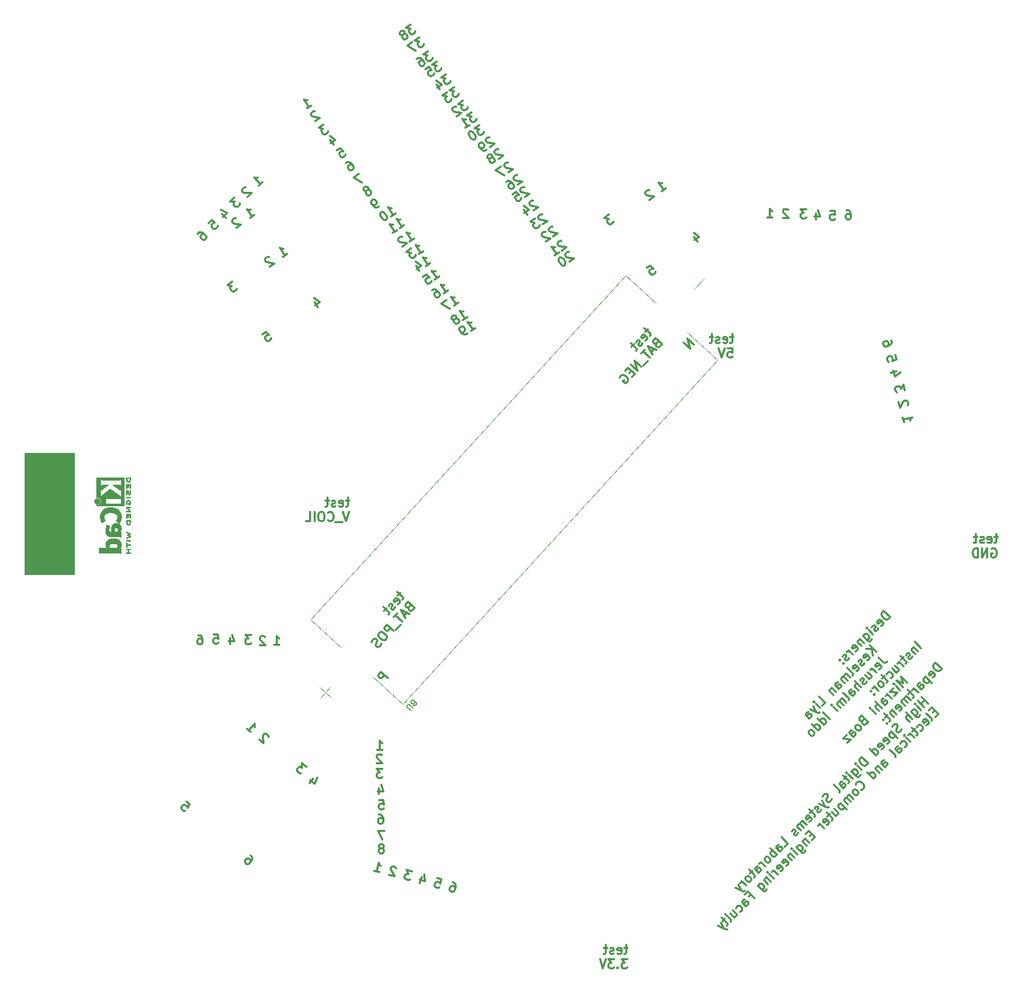
<source format=gbr>
%TF.GenerationSoftware,KiCad,Pcbnew,7.0.9-rc1*%
%TF.CreationDate,2023-11-11T13:07:52+02:00*%
%TF.ProjectId,projectA,70726f6a-6563-4744-912e-6b696361645f,rev?*%
%TF.SameCoordinates,PX5e5c173PY6474d3b*%
%TF.FileFunction,Legend,Bot*%
%TF.FilePolarity,Positive*%
%FSLAX46Y46*%
G04 Gerber Fmt 4.6, Leading zero omitted, Abs format (unit mm)*
G04 Created by KiCad (PCBNEW 7.0.9-rc1) date 2023-11-11 13:07:52*
%MOMM*%
%LPD*%
G01*
G04 APERTURE LIST*
%ADD10C,0.200000*%
%ADD11C,0.300000*%
%ADD12C,0.153000*%
%ADD13C,0.010000*%
%ADD14C,0.120000*%
G04 APERTURE END LIST*
D10*
X-80403347Y6086123D02*
X-72223347Y6086123D01*
X-72223347Y-13913877D01*
X-80403347Y-13913877D01*
X-80403347Y6086123D01*
G36*
X-80403347Y6086123D02*
G01*
X-72223347Y6086123D01*
X-72223347Y-13913877D01*
X-80403347Y-13913877D01*
X-80403347Y6086123D01*
G37*
D11*
X-18417847Y-16993018D02*
X-18803899Y-17414320D01*
X-18931255Y-16813211D02*
X-17983327Y-17681827D01*
X-17983327Y-17681827D02*
X-17926258Y-17831003D01*
X-17926258Y-17831003D02*
X-17970109Y-17984585D01*
X-17970109Y-17984585D02*
X-18066621Y-18089910D01*
X-18843131Y-18831594D02*
X-18693955Y-18774525D01*
X-18693955Y-18774525D02*
X-18500929Y-18563874D01*
X-18500929Y-18563874D02*
X-18457079Y-18410292D01*
X-18457079Y-18410292D02*
X-18514148Y-18261117D01*
X-18514148Y-18261117D02*
X-18935449Y-17875065D01*
X-18935449Y-17875065D02*
X-19089031Y-17831215D01*
X-19089031Y-17831215D02*
X-19238207Y-17888284D01*
X-19238207Y-17888284D02*
X-19431233Y-18098934D01*
X-19431233Y-18098934D02*
X-19475083Y-18252516D01*
X-19475083Y-18252516D02*
X-19418014Y-18401692D01*
X-19418014Y-18401692D02*
X-19312689Y-18498205D01*
X-19312689Y-18498205D02*
X-18724799Y-18068091D01*
X-19277439Y-19305557D02*
X-19321289Y-19459139D01*
X-19321289Y-19459139D02*
X-19514315Y-19669790D01*
X-19514315Y-19669790D02*
X-19663490Y-19726859D01*
X-19663490Y-19726859D02*
X-19817072Y-19683008D01*
X-19817072Y-19683008D02*
X-19869735Y-19634752D01*
X-19869735Y-19634752D02*
X-19926803Y-19485576D01*
X-19926803Y-19485576D02*
X-19882953Y-19331995D01*
X-19882953Y-19331995D02*
X-19738184Y-19174007D01*
X-19738184Y-19174007D02*
X-19694334Y-19020425D01*
X-19694334Y-19020425D02*
X-19751403Y-18871249D01*
X-19751403Y-18871249D02*
X-19804065Y-18822993D01*
X-19804065Y-18822993D02*
X-19957647Y-18779143D01*
X-19957647Y-18779143D02*
X-20106823Y-18836212D01*
X-20106823Y-18836212D02*
X-20251592Y-18994200D01*
X-20251592Y-18994200D02*
X-20295442Y-19147781D01*
X-20685900Y-19468164D02*
X-21071952Y-19889465D01*
X-21199308Y-19288357D02*
X-20251380Y-20156973D01*
X-20251380Y-20156973D02*
X-20194311Y-20306148D01*
X-20194311Y-20306148D02*
X-20238161Y-20459730D01*
X-20238161Y-20459730D02*
X-20334674Y-20565055D01*
X-16961899Y-19295964D02*
X-17054005Y-19502209D01*
X-17054005Y-19502209D02*
X-17049599Y-19603128D01*
X-17049599Y-19603128D02*
X-16992530Y-19752303D01*
X-16992530Y-19752303D02*
X-16834542Y-19897073D01*
X-16834542Y-19897073D02*
X-16680960Y-19940923D01*
X-16680960Y-19940923D02*
X-16580041Y-19936517D01*
X-16580041Y-19936517D02*
X-16430866Y-19879448D01*
X-16430866Y-19879448D02*
X-16044814Y-19458147D01*
X-16044814Y-19458147D02*
X-17150730Y-18444761D01*
X-17150730Y-18444761D02*
X-17488525Y-18813400D01*
X-17488525Y-18813400D02*
X-17532376Y-18966982D01*
X-17532376Y-18966982D02*
X-17527969Y-19067901D01*
X-17527969Y-19067901D02*
X-17470900Y-19217076D01*
X-17470900Y-19217076D02*
X-17365575Y-19313589D01*
X-17365575Y-19313589D02*
X-17211993Y-19357439D01*
X-17211993Y-19357439D02*
X-17111074Y-19353033D01*
X-17111074Y-19353033D02*
X-16961899Y-19295964D01*
X-16961899Y-19295964D02*
X-16624104Y-18927326D01*
X-17325919Y-20221861D02*
X-17808483Y-20748488D01*
X-16913430Y-20406075D02*
X-18357141Y-19761328D01*
X-18357141Y-19761328D02*
X-17589020Y-21143352D01*
X-18887962Y-20340617D02*
X-19467039Y-20972569D01*
X-18071585Y-21669978D02*
X-19177501Y-20656593D01*
X-18352311Y-22187792D02*
X-19124414Y-23030395D01*
X-19471021Y-23197195D02*
X-20576937Y-22183810D01*
X-20576937Y-22183810D02*
X-20962989Y-22605111D01*
X-20962989Y-22605111D02*
X-21006839Y-22758693D01*
X-21006839Y-22758693D02*
X-21002433Y-22859612D01*
X-21002433Y-22859612D02*
X-20945364Y-23008788D01*
X-20945364Y-23008788D02*
X-20787376Y-23153557D01*
X-20787376Y-23153557D02*
X-20633794Y-23197407D01*
X-20633794Y-23197407D02*
X-20532875Y-23193001D01*
X-20532875Y-23193001D02*
X-20383699Y-23135932D01*
X-20383699Y-23135932D02*
X-19997648Y-22714631D01*
X-21783348Y-23500377D02*
X-21976374Y-23711027D01*
X-21976374Y-23711027D02*
X-22020224Y-23864609D01*
X-22020224Y-23864609D02*
X-22011412Y-24066447D01*
X-22011412Y-24066447D02*
X-21849018Y-24312136D01*
X-21849018Y-24312136D02*
X-21480379Y-24649931D01*
X-21480379Y-24649931D02*
X-21221472Y-24790294D01*
X-21221472Y-24790294D02*
X-21019634Y-24781482D01*
X-21019634Y-24781482D02*
X-20870458Y-24724413D01*
X-20870458Y-24724413D02*
X-20677432Y-24513762D01*
X-20677432Y-24513762D02*
X-20633582Y-24360180D01*
X-20633582Y-24360180D02*
X-20642395Y-24158342D01*
X-20642395Y-24158342D02*
X-20804789Y-23912654D01*
X-20804789Y-23912654D02*
X-21173427Y-23574859D01*
X-21173427Y-23574859D02*
X-21432335Y-23434495D01*
X-21432335Y-23434495D02*
X-21634173Y-23443308D01*
X-21634173Y-23443308D02*
X-21783348Y-23500377D01*
X-21550455Y-25360771D02*
X-21642562Y-25567016D01*
X-21642562Y-25567016D02*
X-21883844Y-25830329D01*
X-21883844Y-25830329D02*
X-22033019Y-25887398D01*
X-22033019Y-25887398D02*
X-22133938Y-25891804D01*
X-22133938Y-25891804D02*
X-22287520Y-25847954D01*
X-22287520Y-25847954D02*
X-22392846Y-25751441D01*
X-22392846Y-25751441D02*
X-22449914Y-25602266D01*
X-22449914Y-25602266D02*
X-22454321Y-25501346D01*
X-22454321Y-25501346D02*
X-22410470Y-25347765D01*
X-22410470Y-25347765D02*
X-22270107Y-25088858D01*
X-22270107Y-25088858D02*
X-22226257Y-24935276D01*
X-22226257Y-24935276D02*
X-22230663Y-24834357D01*
X-22230663Y-24834357D02*
X-22287732Y-24685181D01*
X-22287732Y-24685181D02*
X-22393058Y-24588668D01*
X-22393058Y-24588668D02*
X-22546639Y-24544818D01*
X-22546639Y-24544818D02*
X-22647558Y-24549224D01*
X-22647558Y-24549224D02*
X-22796734Y-24606293D01*
X-22796734Y-24606293D02*
X-23038016Y-24869606D01*
X-23038016Y-24869606D02*
X-23130123Y-25075851D01*
X-32779772Y-47615605D02*
X-33422560Y-48381649D01*
X-32138878Y-47407432D02*
X-32553991Y-48457761D01*
X-32553991Y-48457761D02*
X-33265318Y-47860887D01*
X-22233573Y-42874705D02*
X-21376430Y-42874705D01*
X-21805001Y-42874705D02*
X-21805001Y-41374705D01*
X-21805001Y-41374705D02*
X-21662144Y-41588991D01*
X-21662144Y-41588991D02*
X-21519287Y-41731848D01*
X-21519287Y-41731848D02*
X-21376430Y-41803277D01*
X-21920715Y-49194705D02*
X-21920715Y-50194705D01*
X-21563573Y-48623277D02*
X-21206430Y-49694705D01*
X-21206430Y-49694705D02*
X-22135001Y-49694705D01*
X-43075001Y-23914705D02*
X-44003573Y-23914705D01*
X-44003573Y-23914705D02*
X-43503573Y-24486134D01*
X-43503573Y-24486134D02*
X-43717858Y-24486134D01*
X-43717858Y-24486134D02*
X-43860715Y-24557562D01*
X-43860715Y-24557562D02*
X-43932144Y-24628991D01*
X-43932144Y-24628991D02*
X-44003573Y-24771848D01*
X-44003573Y-24771848D02*
X-44003573Y-25128991D01*
X-44003573Y-25128991D02*
X-43932144Y-25271848D01*
X-43932144Y-25271848D02*
X-43860715Y-25343277D01*
X-43860715Y-25343277D02*
X-43717858Y-25414705D01*
X-43717858Y-25414705D02*
X-43289287Y-25414705D01*
X-43289287Y-25414705D02*
X-43146430Y-25343277D01*
X-43146430Y-25343277D02*
X-43075001Y-25271848D01*
X-26843573Y-1709705D02*
X-27415001Y-1709705D01*
X-27057858Y-1209705D02*
X-27057858Y-2495419D01*
X-27057858Y-2495419D02*
X-27129287Y-2638277D01*
X-27129287Y-2638277D02*
X-27272144Y-2709705D01*
X-27272144Y-2709705D02*
X-27415001Y-2709705D01*
X-28486430Y-2638277D02*
X-28343573Y-2709705D01*
X-28343573Y-2709705D02*
X-28057858Y-2709705D01*
X-28057858Y-2709705D02*
X-27915001Y-2638277D01*
X-27915001Y-2638277D02*
X-27843573Y-2495419D01*
X-27843573Y-2495419D02*
X-27843573Y-1923991D01*
X-27843573Y-1923991D02*
X-27915001Y-1781134D01*
X-27915001Y-1781134D02*
X-28057858Y-1709705D01*
X-28057858Y-1709705D02*
X-28343573Y-1709705D01*
X-28343573Y-1709705D02*
X-28486430Y-1781134D01*
X-28486430Y-1781134D02*
X-28557858Y-1923991D01*
X-28557858Y-1923991D02*
X-28557858Y-2066848D01*
X-28557858Y-2066848D02*
X-27843573Y-2209705D01*
X-29129287Y-2638277D02*
X-29272144Y-2709705D01*
X-29272144Y-2709705D02*
X-29557858Y-2709705D01*
X-29557858Y-2709705D02*
X-29700715Y-2638277D01*
X-29700715Y-2638277D02*
X-29772144Y-2495419D01*
X-29772144Y-2495419D02*
X-29772144Y-2423991D01*
X-29772144Y-2423991D02*
X-29700715Y-2281134D01*
X-29700715Y-2281134D02*
X-29557858Y-2209705D01*
X-29557858Y-2209705D02*
X-29343572Y-2209705D01*
X-29343572Y-2209705D02*
X-29200715Y-2138277D01*
X-29200715Y-2138277D02*
X-29129287Y-1995419D01*
X-29129287Y-1995419D02*
X-29129287Y-1923991D01*
X-29129287Y-1923991D02*
X-29200715Y-1781134D01*
X-29200715Y-1781134D02*
X-29343572Y-1709705D01*
X-29343572Y-1709705D02*
X-29557858Y-1709705D01*
X-29557858Y-1709705D02*
X-29700715Y-1781134D01*
X-30200716Y-1709705D02*
X-30772144Y-1709705D01*
X-30415001Y-1209705D02*
X-30415001Y-2495419D01*
X-30415001Y-2495419D02*
X-30486430Y-2638277D01*
X-30486430Y-2638277D02*
X-30629287Y-2709705D01*
X-30629287Y-2709705D02*
X-30772144Y-2709705D01*
X-26843573Y-3624705D02*
X-27343573Y-5124705D01*
X-27343573Y-5124705D02*
X-27843573Y-3624705D01*
X-27986429Y-5267562D02*
X-29129287Y-5267562D01*
X-30343572Y-4981848D02*
X-30272144Y-5053277D01*
X-30272144Y-5053277D02*
X-30057858Y-5124705D01*
X-30057858Y-5124705D02*
X-29915001Y-5124705D01*
X-29915001Y-5124705D02*
X-29700715Y-5053277D01*
X-29700715Y-5053277D02*
X-29557858Y-4910419D01*
X-29557858Y-4910419D02*
X-29486429Y-4767562D01*
X-29486429Y-4767562D02*
X-29415001Y-4481848D01*
X-29415001Y-4481848D02*
X-29415001Y-4267562D01*
X-29415001Y-4267562D02*
X-29486429Y-3981848D01*
X-29486429Y-3981848D02*
X-29557858Y-3838991D01*
X-29557858Y-3838991D02*
X-29700715Y-3696134D01*
X-29700715Y-3696134D02*
X-29915001Y-3624705D01*
X-29915001Y-3624705D02*
X-30057858Y-3624705D01*
X-30057858Y-3624705D02*
X-30272144Y-3696134D01*
X-30272144Y-3696134D02*
X-30343572Y-3767562D01*
X-31272144Y-3624705D02*
X-31557858Y-3624705D01*
X-31557858Y-3624705D02*
X-31700715Y-3696134D01*
X-31700715Y-3696134D02*
X-31843572Y-3838991D01*
X-31843572Y-3838991D02*
X-31915001Y-4124705D01*
X-31915001Y-4124705D02*
X-31915001Y-4624705D01*
X-31915001Y-4624705D02*
X-31843572Y-4910419D01*
X-31843572Y-4910419D02*
X-31700715Y-5053277D01*
X-31700715Y-5053277D02*
X-31557858Y-5124705D01*
X-31557858Y-5124705D02*
X-31272144Y-5124705D01*
X-31272144Y-5124705D02*
X-31129286Y-5053277D01*
X-31129286Y-5053277D02*
X-30986429Y-4910419D01*
X-30986429Y-4910419D02*
X-30915001Y-4624705D01*
X-30915001Y-4624705D02*
X-30915001Y-4124705D01*
X-30915001Y-4124705D02*
X-30986429Y-3838991D01*
X-30986429Y-3838991D02*
X-31129286Y-3696134D01*
X-31129286Y-3696134D02*
X-31272144Y-3624705D01*
X-32557858Y-5124705D02*
X-32557858Y-3624705D01*
X-33986430Y-5124705D02*
X-33272144Y-5124705D01*
X-33272144Y-5124705D02*
X-33272144Y-3624705D01*
X-20474814Y-31038147D02*
X-21580730Y-30024761D01*
X-21580730Y-30024761D02*
X-21966782Y-30446063D01*
X-21966782Y-30446063D02*
X-22010632Y-30599644D01*
X-22010632Y-30599644D02*
X-22006226Y-30700563D01*
X-22006226Y-30700563D02*
X-21949157Y-30849739D01*
X-21949157Y-30849739D02*
X-21791169Y-30994508D01*
X-21791169Y-30994508D02*
X-21637587Y-31038359D01*
X-21637587Y-31038359D02*
X-21536668Y-31033952D01*
X-21536668Y-31033952D02*
X-21387492Y-30976883D01*
X-21387492Y-30976883D02*
X-21001441Y-30555582D01*
X-37775436Y38500554D02*
X-37073305Y38992191D01*
X-37424371Y38746372D02*
X-38284735Y39975100D01*
X-38284735Y39975100D02*
X-38044804Y39881507D01*
X-38044804Y39881507D02*
X-37845843Y39846425D01*
X-37845843Y39846425D02*
X-37687852Y39869853D01*
X30115186Y23991853D02*
X29009270Y25005239D01*
X29009270Y25005239D02*
X29536108Y23359901D01*
X29536108Y23359901D02*
X28430192Y24373287D01*
X80286427Y-7709705D02*
X79714999Y-7709705D01*
X80072142Y-7209705D02*
X80072142Y-8495419D01*
X80072142Y-8495419D02*
X80000713Y-8638277D01*
X80000713Y-8638277D02*
X79857856Y-8709705D01*
X79857856Y-8709705D02*
X79714999Y-8709705D01*
X78643570Y-8638277D02*
X78786427Y-8709705D01*
X78786427Y-8709705D02*
X79072142Y-8709705D01*
X79072142Y-8709705D02*
X79214999Y-8638277D01*
X79214999Y-8638277D02*
X79286427Y-8495419D01*
X79286427Y-8495419D02*
X79286427Y-7923991D01*
X79286427Y-7923991D02*
X79214999Y-7781134D01*
X79214999Y-7781134D02*
X79072142Y-7709705D01*
X79072142Y-7709705D02*
X78786427Y-7709705D01*
X78786427Y-7709705D02*
X78643570Y-7781134D01*
X78643570Y-7781134D02*
X78572142Y-7923991D01*
X78572142Y-7923991D02*
X78572142Y-8066848D01*
X78572142Y-8066848D02*
X79286427Y-8209705D01*
X78000713Y-8638277D02*
X77857856Y-8709705D01*
X77857856Y-8709705D02*
X77572142Y-8709705D01*
X77572142Y-8709705D02*
X77429285Y-8638277D01*
X77429285Y-8638277D02*
X77357856Y-8495419D01*
X77357856Y-8495419D02*
X77357856Y-8423991D01*
X77357856Y-8423991D02*
X77429285Y-8281134D01*
X77429285Y-8281134D02*
X77572142Y-8209705D01*
X77572142Y-8209705D02*
X77786428Y-8209705D01*
X77786428Y-8209705D02*
X77929285Y-8138277D01*
X77929285Y-8138277D02*
X78000713Y-7995419D01*
X78000713Y-7995419D02*
X78000713Y-7923991D01*
X78000713Y-7923991D02*
X77929285Y-7781134D01*
X77929285Y-7781134D02*
X77786428Y-7709705D01*
X77786428Y-7709705D02*
X77572142Y-7709705D01*
X77572142Y-7709705D02*
X77429285Y-7781134D01*
X76929284Y-7709705D02*
X76357856Y-7709705D01*
X76714999Y-7209705D02*
X76714999Y-8495419D01*
X76714999Y-8495419D02*
X76643570Y-8638277D01*
X76643570Y-8638277D02*
X76500713Y-8709705D01*
X76500713Y-8709705D02*
X76357856Y-8709705D01*
X79286427Y-9696134D02*
X79429285Y-9624705D01*
X79429285Y-9624705D02*
X79643570Y-9624705D01*
X79643570Y-9624705D02*
X79857856Y-9696134D01*
X79857856Y-9696134D02*
X80000713Y-9838991D01*
X80000713Y-9838991D02*
X80072142Y-9981848D01*
X80072142Y-9981848D02*
X80143570Y-10267562D01*
X80143570Y-10267562D02*
X80143570Y-10481848D01*
X80143570Y-10481848D02*
X80072142Y-10767562D01*
X80072142Y-10767562D02*
X80000713Y-10910419D01*
X80000713Y-10910419D02*
X79857856Y-11053277D01*
X79857856Y-11053277D02*
X79643570Y-11124705D01*
X79643570Y-11124705D02*
X79500713Y-11124705D01*
X79500713Y-11124705D02*
X79286427Y-11053277D01*
X79286427Y-11053277D02*
X79214999Y-10981848D01*
X79214999Y-10981848D02*
X79214999Y-10481848D01*
X79214999Y-10481848D02*
X79500713Y-10481848D01*
X78572142Y-11124705D02*
X78572142Y-9624705D01*
X78572142Y-9624705D02*
X77714999Y-11124705D01*
X77714999Y-11124705D02*
X77714999Y-9624705D01*
X77000713Y-11124705D02*
X77000713Y-9624705D01*
X77000713Y-9624705D02*
X76643570Y-9624705D01*
X76643570Y-9624705D02*
X76429284Y-9696134D01*
X76429284Y-9696134D02*
X76286427Y-9838991D01*
X76286427Y-9838991D02*
X76214998Y-9981848D01*
X76214998Y-9981848D02*
X76143570Y-10267562D01*
X76143570Y-10267562D02*
X76143570Y-10481848D01*
X76143570Y-10481848D02*
X76214998Y-10767562D01*
X76214998Y-10767562D02*
X76286427Y-10910419D01*
X76286427Y-10910419D02*
X76429284Y-11053277D01*
X76429284Y-11053277D02*
X76643570Y-11124705D01*
X76643570Y-11124705D02*
X77000713Y-11124705D01*
X24784564Y49320554D02*
X25486695Y49812191D01*
X25135629Y49566372D02*
X24275265Y50795100D01*
X24275265Y50795100D02*
X24515196Y50701507D01*
X24515196Y50701507D02*
X24714157Y50666425D01*
X24714157Y50666425D02*
X24872148Y50689853D01*
X-2231731Y56293897D02*
X-2331211Y56311438D01*
X-2331211Y56311438D02*
X-2489203Y56288009D01*
X-2489203Y56288009D02*
X-2781757Y56083161D01*
X-2781757Y56083161D02*
X-2857809Y55942710D01*
X-2857809Y55942710D02*
X-2875350Y55843230D01*
X-2875350Y55843230D02*
X-2851921Y55685238D01*
X-2851921Y55685238D02*
X-2769982Y55568217D01*
X-2769982Y55568217D02*
X-2588562Y55433654D01*
X-2588562Y55433654D02*
X-1394795Y55223160D01*
X-1394795Y55223160D02*
X-2155436Y54690554D01*
X-3349203Y54901047D02*
X-3273151Y55041498D01*
X-3273151Y55041498D02*
X-3255610Y55140978D01*
X-3255610Y55140978D02*
X-3279038Y55298970D01*
X-3279038Y55298970D02*
X-3320008Y55357481D01*
X-3320008Y55357481D02*
X-3460458Y55433533D01*
X-3460458Y55433533D02*
X-3559939Y55451074D01*
X-3559939Y55451074D02*
X-3717930Y55427645D01*
X-3717930Y55427645D02*
X-3951974Y55263766D01*
X-3951974Y55263766D02*
X-4028026Y55123316D01*
X-4028026Y55123316D02*
X-4045567Y55023835D01*
X-4045567Y55023835D02*
X-4022138Y54865844D01*
X-4022138Y54865844D02*
X-3981168Y54807333D01*
X-3981168Y54807333D02*
X-3840718Y54731281D01*
X-3840718Y54731281D02*
X-3741238Y54713740D01*
X-3741238Y54713740D02*
X-3583246Y54737168D01*
X-3583246Y54737168D02*
X-3349203Y54901047D01*
X-3349203Y54901047D02*
X-3191211Y54924476D01*
X-3191211Y54924476D02*
X-3091731Y54906935D01*
X-3091731Y54906935D02*
X-2951280Y54830883D01*
X-2951280Y54830883D02*
X-2787401Y54596839D01*
X-2787401Y54596839D02*
X-2763973Y54438848D01*
X-2763973Y54438848D02*
X-2781514Y54339367D01*
X-2781514Y54339367D02*
X-2857566Y54198917D01*
X-2857566Y54198917D02*
X-3091609Y54035038D01*
X-3091609Y54035038D02*
X-3249601Y54011609D01*
X-3249601Y54011609D02*
X-3349081Y54029150D01*
X-3349081Y54029150D02*
X-3489532Y54105202D01*
X-3489532Y54105202D02*
X-3653411Y54339246D01*
X-3653411Y54339246D02*
X-3676839Y54497237D01*
X-3676839Y54497237D02*
X-3659298Y54596718D01*
X-3659298Y54596718D02*
X-3583246Y54737168D01*
X-18479965Y43259995D02*
X-17777835Y43751632D01*
X-18128900Y43505813D02*
X-18989265Y44734541D01*
X-18989265Y44734541D02*
X-18749334Y44640948D01*
X-18749334Y44640948D02*
X-18550373Y44605866D01*
X-18550373Y44605866D02*
X-18392381Y44629295D01*
X-19650182Y42440600D02*
X-18948052Y42932237D01*
X-19299117Y42686419D02*
X-20159482Y43915147D01*
X-20159482Y43915147D02*
X-19919551Y43821554D01*
X-19919551Y43821554D02*
X-19720590Y43786471D01*
X-19720590Y43786471D02*
X-19562598Y43809900D01*
X918269Y51993897D02*
X818789Y52011438D01*
X818789Y52011438D02*
X660797Y51988009D01*
X660797Y51988009D02*
X368243Y51783161D01*
X368243Y51783161D02*
X292191Y51642710D01*
X292191Y51642710D02*
X274650Y51543230D01*
X274650Y51543230D02*
X298079Y51385238D01*
X298079Y51385238D02*
X380018Y51268217D01*
X380018Y51268217D02*
X561438Y51133654D01*
X561438Y51133654D02*
X1755205Y50923160D01*
X1755205Y50923160D02*
X994564Y50390554D01*
X-918995Y50881827D02*
X-684952Y51045705D01*
X-684952Y51045705D02*
X-526961Y51069134D01*
X-526961Y51069134D02*
X-427480Y51051593D01*
X-427480Y51051593D02*
X-187549Y50958000D01*
X-187549Y50958000D02*
X34841Y50764926D01*
X34841Y50764926D02*
X362599Y50296839D01*
X362599Y50296839D02*
X386027Y50138848D01*
X386027Y50138848D02*
X368486Y50039367D01*
X368486Y50039367D02*
X292434Y49898917D01*
X292434Y49898917D02*
X58391Y49735038D01*
X58391Y49735038D02*
X-99601Y49711609D01*
X-99601Y49711609D02*
X-199081Y49729150D01*
X-199081Y49729150D02*
X-339532Y49805202D01*
X-339532Y49805202D02*
X-544380Y50097757D01*
X-544380Y50097757D02*
X-567809Y50255748D01*
X-567809Y50255748D02*
X-550268Y50355229D01*
X-550268Y50355229D02*
X-474216Y50495679D01*
X-474216Y50495679D02*
X-240172Y50659558D01*
X-240172Y50659558D02*
X-82181Y50682987D01*
X-82181Y50682987D02*
X17300Y50665446D01*
X17300Y50665446D02*
X157750Y50589394D01*
X-15329965Y38959995D02*
X-14627835Y39451632D01*
X-14978900Y39205813D02*
X-15839265Y40434541D01*
X-15839265Y40434541D02*
X-15599334Y40340948D01*
X-15599334Y40340948D02*
X-15400373Y40305866D01*
X-15400373Y40305866D02*
X-15242381Y40329295D01*
X-16599906Y39901935D02*
X-17360547Y39369328D01*
X-17360547Y39369328D02*
X-16623213Y39188030D01*
X-16623213Y39188030D02*
X-16798745Y39065120D01*
X-16798745Y39065120D02*
X-16874797Y38924670D01*
X-16874797Y38924670D02*
X-16892339Y38825189D01*
X-16892339Y38825189D02*
X-16868910Y38667198D01*
X-16868910Y38667198D02*
X-16664061Y38374644D01*
X-16664061Y38374644D02*
X-16523611Y38298592D01*
X-16523611Y38298592D02*
X-16424130Y38281051D01*
X-16424130Y38281051D02*
X-16266139Y38304479D01*
X-16266139Y38304479D02*
X-15915074Y38550298D01*
X-15915074Y38550298D02*
X-15839022Y38690748D01*
X-15839022Y38690748D02*
X-15821481Y38790229D01*
X-32571990Y31021645D02*
X-31998414Y30202493D01*
X-32607194Y31694581D02*
X-31700094Y31021767D01*
X-31700094Y31021767D02*
X-32460735Y30489160D01*
X-39223573Y-25554705D02*
X-38366430Y-25554705D01*
X-38795001Y-25554705D02*
X-38795001Y-24054705D01*
X-38795001Y-24054705D02*
X-38652144Y-24268991D01*
X-38652144Y-24268991D02*
X-38509287Y-24411848D01*
X-38509287Y-24411848D02*
X-38366430Y-24483277D01*
X2068269Y50003897D02*
X1968789Y50021438D01*
X1968789Y50021438D02*
X1810797Y49998009D01*
X1810797Y49998009D02*
X1518243Y49793161D01*
X1518243Y49793161D02*
X1442191Y49652710D01*
X1442191Y49652710D02*
X1424650Y49553230D01*
X1424650Y49553230D02*
X1448079Y49395238D01*
X1448079Y49395238D02*
X1530018Y49278217D01*
X1530018Y49278217D02*
X1711438Y49143654D01*
X1711438Y49143654D02*
X2905205Y48933160D01*
X2905205Y48933160D02*
X2144564Y48400554D01*
X172494Y48850857D02*
X757602Y49260554D01*
X757602Y49260554D02*
X1225811Y48716415D01*
X1225811Y48716415D02*
X1126330Y48733956D01*
X1126330Y48733956D02*
X968338Y48710528D01*
X968338Y48710528D02*
X675784Y48505679D01*
X675784Y48505679D02*
X599732Y48365229D01*
X599732Y48365229D02*
X582191Y48265748D01*
X582191Y48265748D02*
X605620Y48107757D01*
X605620Y48107757D02*
X810468Y47815202D01*
X810468Y47815202D02*
X950919Y47739150D01*
X950919Y47739150D02*
X1050399Y47721609D01*
X1050399Y47721609D02*
X1208391Y47745038D01*
X1208391Y47745038D02*
X1500945Y47949887D01*
X1500945Y47949887D02*
X1576997Y48090337D01*
X1576997Y48090337D02*
X1594538Y48189818D01*
X-14179965Y36969995D02*
X-13477835Y37461632D01*
X-13828900Y37215813D02*
X-14689265Y38444541D01*
X-14689265Y38444541D02*
X-14449334Y38350948D01*
X-14449334Y38350948D02*
X-14250373Y38315866D01*
X-14250373Y38315866D02*
X-14092381Y38339295D01*
X-15806737Y37051692D02*
X-15233161Y36232540D01*
X-15841941Y37724627D02*
X-14934840Y37051813D01*
X-14934840Y37051813D02*
X-15695481Y36519206D01*
X16064841Y45481888D02*
X15304200Y44949282D01*
X15304200Y44949282D02*
X16041534Y44767983D01*
X16041534Y44767983D02*
X15866001Y44645074D01*
X15866001Y44645074D02*
X15789949Y44504623D01*
X15789949Y44504623D02*
X15772408Y44405143D01*
X15772408Y44405143D02*
X15795837Y44247151D01*
X15795837Y44247151D02*
X16000685Y43954597D01*
X16000685Y43954597D02*
X16141136Y43878545D01*
X16141136Y43878545D02*
X16240616Y43861004D01*
X16240616Y43861004D02*
X16398608Y43884433D01*
X16398608Y43884433D02*
X16749673Y44130251D01*
X16749673Y44130251D02*
X16825725Y44270701D01*
X16825725Y44270701D02*
X16843266Y44370182D01*
X-43245436Y44900554D02*
X-42543305Y45392191D01*
X-42894371Y45146372D02*
X-43754735Y46375100D01*
X-43754735Y46375100D02*
X-43514804Y46281507D01*
X-43514804Y46281507D02*
X-43315843Y46246425D01*
X-43315843Y46246425D02*
X-43157852Y46269853D01*
X-5375159Y60261888D02*
X-6135800Y59729282D01*
X-6135800Y59729282D02*
X-5398466Y59547983D01*
X-5398466Y59547983D02*
X-5573999Y59425074D01*
X-5573999Y59425074D02*
X-5650051Y59284623D01*
X-5650051Y59284623D02*
X-5667592Y59185143D01*
X-5667592Y59185143D02*
X-5644163Y59027151D01*
X-5644163Y59027151D02*
X-5439315Y58734597D01*
X-5439315Y58734597D02*
X-5298864Y58658545D01*
X-5298864Y58658545D02*
X-5199384Y58641004D01*
X-5199384Y58641004D02*
X-5041392Y58664433D01*
X-5041392Y58664433D02*
X-4690327Y58910251D01*
X-4690327Y58910251D02*
X-4614275Y59050701D01*
X-4614275Y59050701D02*
X-4596734Y59150182D01*
X-6896441Y59196675D02*
X-7013463Y59114736D01*
X-7013463Y59114736D02*
X-7089515Y58974285D01*
X-7089515Y58974285D02*
X-7107056Y58874805D01*
X-7107056Y58874805D02*
X-7083627Y58716813D01*
X-7083627Y58716813D02*
X-6978259Y58441800D01*
X-6978259Y58441800D02*
X-6773411Y58149246D01*
X-6773411Y58149246D02*
X-6551021Y57956172D01*
X-6551021Y57956172D02*
X-6410570Y57880120D01*
X-6410570Y57880120D02*
X-6311090Y57862579D01*
X-6311090Y57862579D02*
X-6153098Y57886008D01*
X-6153098Y57886008D02*
X-6036077Y57967947D01*
X-6036077Y57967947D02*
X-5960025Y58108398D01*
X-5960025Y58108398D02*
X-5942483Y58207878D01*
X-5942483Y58207878D02*
X-5965912Y58365870D01*
X-5965912Y58365870D02*
X-6071280Y58640883D01*
X-6071280Y58640883D02*
X-6276129Y58933437D01*
X-6276129Y58933437D02*
X-6498519Y59126511D01*
X-6498519Y59126511D02*
X-6638969Y59202563D01*
X-6638969Y59202563D02*
X-6738450Y59220104D01*
X-6738450Y59220104D02*
X-6896441Y59196675D01*
X-21951030Y46824176D02*
X-22185074Y46660298D01*
X-22185074Y46660298D02*
X-22343065Y46636869D01*
X-22343065Y46636869D02*
X-22442546Y46654410D01*
X-22442546Y46654410D02*
X-22682477Y46748003D01*
X-22682477Y46748003D02*
X-22904867Y46941077D01*
X-22904867Y46941077D02*
X-23232625Y47409164D01*
X-23232625Y47409164D02*
X-23256053Y47567155D01*
X-23256053Y47567155D02*
X-23238512Y47666636D01*
X-23238512Y47666636D02*
X-23162460Y47807086D01*
X-23162460Y47807086D02*
X-22928417Y47970965D01*
X-22928417Y47970965D02*
X-22770425Y47994394D01*
X-22770425Y47994394D02*
X-22670945Y47976853D01*
X-22670945Y47976853D02*
X-22530494Y47900801D01*
X-22530494Y47900801D02*
X-22325646Y47608246D01*
X-22325646Y47608246D02*
X-22302217Y47450255D01*
X-22302217Y47450255D02*
X-22319758Y47350774D01*
X-22319758Y47350774D02*
X-22395810Y47210324D01*
X-22395810Y47210324D02*
X-22629854Y47046445D01*
X-22629854Y47046445D02*
X-22787845Y47023016D01*
X-22787845Y47023016D02*
X-22887326Y47040557D01*
X-22887326Y47040557D02*
X-23027776Y47116609D01*
X36636427Y25300295D02*
X36064999Y25300295D01*
X36422142Y25800295D02*
X36422142Y24514581D01*
X36422142Y24514581D02*
X36350713Y24371723D01*
X36350713Y24371723D02*
X36207856Y24300295D01*
X36207856Y24300295D02*
X36064999Y24300295D01*
X34993570Y24371723D02*
X35136427Y24300295D01*
X35136427Y24300295D02*
X35422142Y24300295D01*
X35422142Y24300295D02*
X35564999Y24371723D01*
X35564999Y24371723D02*
X35636427Y24514581D01*
X35636427Y24514581D02*
X35636427Y25086009D01*
X35636427Y25086009D02*
X35564999Y25228866D01*
X35564999Y25228866D02*
X35422142Y25300295D01*
X35422142Y25300295D02*
X35136427Y25300295D01*
X35136427Y25300295D02*
X34993570Y25228866D01*
X34993570Y25228866D02*
X34922142Y25086009D01*
X34922142Y25086009D02*
X34922142Y24943152D01*
X34922142Y24943152D02*
X35636427Y24800295D01*
X34350713Y24371723D02*
X34207856Y24300295D01*
X34207856Y24300295D02*
X33922142Y24300295D01*
X33922142Y24300295D02*
X33779285Y24371723D01*
X33779285Y24371723D02*
X33707856Y24514581D01*
X33707856Y24514581D02*
X33707856Y24586009D01*
X33707856Y24586009D02*
X33779285Y24728866D01*
X33779285Y24728866D02*
X33922142Y24800295D01*
X33922142Y24800295D02*
X34136428Y24800295D01*
X34136428Y24800295D02*
X34279285Y24871723D01*
X34279285Y24871723D02*
X34350713Y25014581D01*
X34350713Y25014581D02*
X34350713Y25086009D01*
X34350713Y25086009D02*
X34279285Y25228866D01*
X34279285Y25228866D02*
X34136428Y25300295D01*
X34136428Y25300295D02*
X33922142Y25300295D01*
X33922142Y25300295D02*
X33779285Y25228866D01*
X33279284Y25300295D02*
X32707856Y25300295D01*
X33064999Y25800295D02*
X33064999Y24514581D01*
X33064999Y24514581D02*
X32993570Y24371723D01*
X32993570Y24371723D02*
X32850713Y24300295D01*
X32850713Y24300295D02*
X32707856Y24300295D01*
X35707856Y23385295D02*
X36422142Y23385295D01*
X36422142Y23385295D02*
X36493570Y22671009D01*
X36493570Y22671009D02*
X36422142Y22742438D01*
X36422142Y22742438D02*
X36279285Y22813866D01*
X36279285Y22813866D02*
X35922142Y22813866D01*
X35922142Y22813866D02*
X35779285Y22742438D01*
X35779285Y22742438D02*
X35707856Y22671009D01*
X35707856Y22671009D02*
X35636427Y22528152D01*
X35636427Y22528152D02*
X35636427Y22171009D01*
X35636427Y22171009D02*
X35707856Y22028152D01*
X35707856Y22028152D02*
X35779285Y21956723D01*
X35779285Y21956723D02*
X35922142Y21885295D01*
X35922142Y21885295D02*
X36279285Y21885295D01*
X36279285Y21885295D02*
X36422142Y21956723D01*
X36422142Y21956723D02*
X36493570Y22028152D01*
X35207856Y23385295D02*
X34707856Y21885295D01*
X34707856Y21885295D02*
X34207856Y23385295D01*
X-43751995Y-39399822D02*
X-43095385Y-39950783D01*
X-43423690Y-39675303D02*
X-42459508Y-38526236D01*
X-42459508Y-38526236D02*
X-42487814Y-38782215D01*
X-42487814Y-38782215D02*
X-42470206Y-38983477D01*
X-42470206Y-38983477D02*
X-42406684Y-39130021D01*
X-12385159Y70771888D02*
X-13145800Y70239282D01*
X-13145800Y70239282D02*
X-12408466Y70057983D01*
X-12408466Y70057983D02*
X-12583999Y69935074D01*
X-12583999Y69935074D02*
X-12660051Y69794623D01*
X-12660051Y69794623D02*
X-12677592Y69695143D01*
X-12677592Y69695143D02*
X-12654163Y69537151D01*
X-12654163Y69537151D02*
X-12449315Y69244597D01*
X-12449315Y69244597D02*
X-12308864Y69168545D01*
X-12308864Y69168545D02*
X-12209384Y69151004D01*
X-12209384Y69151004D02*
X-12051392Y69174433D01*
X-12051392Y69174433D02*
X-11700327Y69420251D01*
X-11700327Y69420251D02*
X-11624275Y69560701D01*
X-11624275Y69560701D02*
X-11606734Y69660182D01*
X-14257506Y69460857D02*
X-13672398Y69870554D01*
X-13672398Y69870554D02*
X-13204189Y69326415D01*
X-13204189Y69326415D02*
X-13303670Y69343956D01*
X-13303670Y69343956D02*
X-13461662Y69320528D01*
X-13461662Y69320528D02*
X-13754216Y69115679D01*
X-13754216Y69115679D02*
X-13830268Y68975229D01*
X-13830268Y68975229D02*
X-13847809Y68875748D01*
X-13847809Y68875748D02*
X-13824380Y68717757D01*
X-13824380Y68717757D02*
X-13619532Y68425202D01*
X-13619532Y68425202D02*
X-13479081Y68349150D01*
X-13479081Y68349150D02*
X-13379601Y68331609D01*
X-13379601Y68331609D02*
X-13221609Y68355038D01*
X-13221609Y68355038D02*
X-12929055Y68559887D01*
X-12929055Y68559887D02*
X-12853003Y68700337D01*
X-12853003Y68700337D02*
X-12835462Y68799818D01*
X-30002694Y57825571D02*
X-29429117Y57006419D01*
X-30037897Y58498506D02*
X-29130797Y57825692D01*
X-29130797Y57825692D02*
X-29891438Y57293085D01*
X-21005001Y-56224705D02*
X-22005001Y-56224705D01*
X-22005001Y-56224705D02*
X-21362144Y-57724705D01*
X8198269Y41143897D02*
X8098789Y41161438D01*
X8098789Y41161438D02*
X7940797Y41138009D01*
X7940797Y41138009D02*
X7648243Y40933161D01*
X7648243Y40933161D02*
X7572191Y40792710D01*
X7572191Y40792710D02*
X7554650Y40693230D01*
X7554650Y40693230D02*
X7578079Y40535238D01*
X7578079Y40535238D02*
X7660018Y40418217D01*
X7660018Y40418217D02*
X7841438Y40283654D01*
X7841438Y40283654D02*
X9035205Y40073160D01*
X9035205Y40073160D02*
X8274564Y39540554D01*
X7104347Y38721159D02*
X7806478Y39212796D01*
X7455413Y38966977D02*
X6595048Y40195705D01*
X6595048Y40195705D02*
X6834979Y40102112D01*
X6834979Y40102112D02*
X7033940Y40067030D01*
X7033940Y40067030D02*
X7191932Y40090459D01*
X-8049965Y28109995D02*
X-7347835Y28601632D01*
X-7698900Y28355813D02*
X-8559265Y29584541D01*
X-8559265Y29584541D02*
X-8319334Y29490948D01*
X-8319334Y29490948D02*
X-8120373Y29455866D01*
X-8120373Y29455866D02*
X-7962381Y29479295D01*
X-9243732Y28320489D02*
X-9167680Y28460939D01*
X-9167680Y28460939D02*
X-9150139Y28560419D01*
X-9150139Y28560419D02*
X-9173568Y28718411D01*
X-9173568Y28718411D02*
X-9214538Y28776922D01*
X-9214538Y28776922D02*
X-9354988Y28852974D01*
X-9354988Y28852974D02*
X-9454469Y28870515D01*
X-9454469Y28870515D02*
X-9612460Y28847086D01*
X-9612460Y28847086D02*
X-9846503Y28683207D01*
X-9846503Y28683207D02*
X-9922555Y28542757D01*
X-9922555Y28542757D02*
X-9940097Y28443276D01*
X-9940097Y28443276D02*
X-9916668Y28285285D01*
X-9916668Y28285285D02*
X-9875698Y28226774D01*
X-9875698Y28226774D02*
X-9735248Y28150722D01*
X-9735248Y28150722D02*
X-9635767Y28133181D01*
X-9635767Y28133181D02*
X-9477776Y28156610D01*
X-9477776Y28156610D02*
X-9243732Y28320489D01*
X-9243732Y28320489D02*
X-9085741Y28343917D01*
X-9085741Y28343917D02*
X-8986260Y28326376D01*
X-8986260Y28326376D02*
X-8845810Y28250324D01*
X-8845810Y28250324D02*
X-8681931Y28016281D01*
X-8681931Y28016281D02*
X-8658502Y27858289D01*
X-8658502Y27858289D02*
X-8676043Y27758809D01*
X-8676043Y27758809D02*
X-8752095Y27618358D01*
X-8752095Y27618358D02*
X-8986139Y27454479D01*
X-8986139Y27454479D02*
X-9144130Y27431051D01*
X-9144130Y27431051D02*
X-9243611Y27448592D01*
X-9243611Y27448592D02*
X-9384061Y27524644D01*
X-9384061Y27524644D02*
X-9547940Y27758687D01*
X-9547940Y27758687D02*
X-9571369Y27916679D01*
X-9571369Y27916679D02*
X-9553828Y28016159D01*
X-9553828Y28016159D02*
X-9477776Y28156610D01*
X9488269Y39303897D02*
X9388789Y39321438D01*
X9388789Y39321438D02*
X9230797Y39298009D01*
X9230797Y39298009D02*
X8938243Y39093161D01*
X8938243Y39093161D02*
X8862191Y38952710D01*
X8862191Y38952710D02*
X8844650Y38853230D01*
X8844650Y38853230D02*
X8868079Y38695238D01*
X8868079Y38695238D02*
X8950018Y38578217D01*
X8950018Y38578217D02*
X9131438Y38443654D01*
X9131438Y38443654D02*
X10325205Y38233160D01*
X10325205Y38233160D02*
X9564564Y37700554D01*
X7943559Y38396675D02*
X7826537Y38314736D01*
X7826537Y38314736D02*
X7750485Y38174285D01*
X7750485Y38174285D02*
X7732944Y38074805D01*
X7732944Y38074805D02*
X7756373Y37916813D01*
X7756373Y37916813D02*
X7861741Y37641800D01*
X7861741Y37641800D02*
X8066589Y37349246D01*
X8066589Y37349246D02*
X8288979Y37156172D01*
X8288979Y37156172D02*
X8429430Y37080120D01*
X8429430Y37080120D02*
X8528910Y37062579D01*
X8528910Y37062579D02*
X8686902Y37086008D01*
X8686902Y37086008D02*
X8803923Y37167947D01*
X8803923Y37167947D02*
X8879975Y37308398D01*
X8879975Y37308398D02*
X8897517Y37407878D01*
X8897517Y37407878D02*
X8874088Y37565870D01*
X8874088Y37565870D02*
X8768720Y37840883D01*
X8768720Y37840883D02*
X8563871Y38133437D01*
X8563871Y38133437D02*
X8341481Y38326511D01*
X8341481Y38326511D02*
X8201031Y38402563D01*
X8201031Y38402563D02*
X8101550Y38420104D01*
X8101550Y38420104D02*
X7943559Y38396675D01*
X-6759965Y26269995D02*
X-6057835Y26761632D01*
X-6408900Y26515813D02*
X-7269265Y27744541D01*
X-7269265Y27744541D02*
X-7029334Y27650948D01*
X-7029334Y27650948D02*
X-6830373Y27615866D01*
X-6830373Y27615866D02*
X-6672381Y27639295D01*
X-7345074Y25860298D02*
X-7579117Y25696419D01*
X-7579117Y25696419D02*
X-7737109Y25672990D01*
X-7737109Y25672990D02*
X-7836589Y25690531D01*
X-7836589Y25690531D02*
X-8076520Y25784124D01*
X-8076520Y25784124D02*
X-8298910Y25977198D01*
X-8298910Y25977198D02*
X-8626668Y26445285D01*
X-8626668Y26445285D02*
X-8650097Y26603276D01*
X-8650097Y26603276D02*
X-8632555Y26702757D01*
X-8632555Y26702757D02*
X-8556503Y26843207D01*
X-8556503Y26843207D02*
X-8322460Y27007086D01*
X-8322460Y27007086D02*
X-8164469Y27030515D01*
X-8164469Y27030515D02*
X-8064988Y27012974D01*
X-8064988Y27012974D02*
X-7924538Y26936922D01*
X-7924538Y26936922D02*
X-7719689Y26644367D01*
X-7719689Y26644367D02*
X-7696260Y26486376D01*
X-7696260Y26486376D02*
X-7713801Y26386895D01*
X-7713801Y26386895D02*
X-7789853Y26246445D01*
X-7789853Y26246445D02*
X-8023897Y26082566D01*
X-8023897Y26082566D02*
X-8181888Y26059137D01*
X-8181888Y26059137D02*
X-8281369Y26076679D01*
X-8281369Y26076679D02*
X-8421819Y26152731D01*
X-21902144Y-51194705D02*
X-21187858Y-51194705D01*
X-21187858Y-51194705D02*
X-21116430Y-51908991D01*
X-21116430Y-51908991D02*
X-21187858Y-51837562D01*
X-21187858Y-51837562D02*
X-21330715Y-51766134D01*
X-21330715Y-51766134D02*
X-21687858Y-51766134D01*
X-21687858Y-51766134D02*
X-21830715Y-51837562D01*
X-21830715Y-51837562D02*
X-21902144Y-51908991D01*
X-21902144Y-51908991D02*
X-21973573Y-52051848D01*
X-21973573Y-52051848D02*
X-21973573Y-52408991D01*
X-21973573Y-52408991D02*
X-21902144Y-52551848D01*
X-21902144Y-52551848D02*
X-21830715Y-52623277D01*
X-21830715Y-52623277D02*
X-21687858Y-52694705D01*
X-21687858Y-52694705D02*
X-21330715Y-52694705D01*
X-21330715Y-52694705D02*
X-21187858Y-52623277D01*
X-21187858Y-52623277D02*
X-21116430Y-52551848D01*
X-51790715Y-23954705D02*
X-51505001Y-23954705D01*
X-51505001Y-23954705D02*
X-51362144Y-24026134D01*
X-51362144Y-24026134D02*
X-51290715Y-24097562D01*
X-51290715Y-24097562D02*
X-51147858Y-24311848D01*
X-51147858Y-24311848D02*
X-51076430Y-24597562D01*
X-51076430Y-24597562D02*
X-51076430Y-25168991D01*
X-51076430Y-25168991D02*
X-51147858Y-25311848D01*
X-51147858Y-25311848D02*
X-51219287Y-25383277D01*
X-51219287Y-25383277D02*
X-51362144Y-25454705D01*
X-51362144Y-25454705D02*
X-51647858Y-25454705D01*
X-51647858Y-25454705D02*
X-51790715Y-25383277D01*
X-51790715Y-25383277D02*
X-51862144Y-25311848D01*
X-51862144Y-25311848D02*
X-51933573Y-25168991D01*
X-51933573Y-25168991D02*
X-51933573Y-24811848D01*
X-51933573Y-24811848D02*
X-51862144Y-24668991D01*
X-51862144Y-24668991D02*
X-51790715Y-24597562D01*
X-51790715Y-24597562D02*
X-51647858Y-24526134D01*
X-51647858Y-24526134D02*
X-51362144Y-24526134D01*
X-51362144Y-24526134D02*
X-51219287Y-24597562D01*
X-51219287Y-24597562D02*
X-51147858Y-24668991D01*
X-51147858Y-24668991D02*
X-51076430Y-24811848D01*
X64582162Y12022231D02*
X64804006Y11194295D01*
X64693084Y11608263D02*
X66141973Y11996491D01*
X66141973Y11996491D02*
X65971963Y11803041D01*
X65971963Y11803041D02*
X65870948Y11628077D01*
X65870948Y11628077D02*
X65838927Y11471601D01*
X65449371Y14029358D02*
X65499879Y14116839D01*
X65499879Y14116839D02*
X65531899Y14273316D01*
X65531899Y14273316D02*
X65439464Y14618289D01*
X65439464Y14618289D02*
X65333495Y14737792D01*
X65333495Y14737792D02*
X65246013Y14788299D01*
X65246013Y14788299D02*
X65089537Y14820320D01*
X65089537Y14820320D02*
X64951548Y14783346D01*
X64951548Y14783346D02*
X64763050Y14658890D01*
X64763050Y14658890D02*
X64156959Y13609109D01*
X64156959Y13609109D02*
X63916627Y14506040D01*
X64940313Y16481146D02*
X64699981Y17378077D01*
X64699981Y17378077D02*
X64277433Y16747217D01*
X64277433Y16747217D02*
X64221972Y16954202D01*
X64221972Y16954202D02*
X64116003Y17073704D01*
X64116003Y17073704D02*
X64028521Y17124211D01*
X64028521Y17124211D02*
X63872045Y17156232D01*
X63872045Y17156232D02*
X63527071Y17063797D01*
X63527071Y17063797D02*
X63407569Y16957828D01*
X63407569Y16957828D02*
X63357061Y16870346D01*
X63357061Y16870346D02*
X63325041Y16713870D01*
X63325041Y16713870D02*
X63435963Y16299901D01*
X63435963Y16299901D02*
X63541932Y16180399D01*
X63541932Y16180399D02*
X63629414Y16129891D01*
X63588458Y19594487D02*
X62622532Y19335668D01*
X64232851Y19397410D02*
X63290366Y18775130D01*
X63290366Y18775130D02*
X63050034Y19672061D01*
X63387399Y22276700D02*
X63572270Y21586753D01*
X63572270Y21586753D02*
X62900810Y21332887D01*
X62900810Y21332887D02*
X62951318Y21420369D01*
X62951318Y21420369D02*
X62983338Y21576845D01*
X62983338Y21576845D02*
X62890903Y21921819D01*
X62890903Y21921819D02*
X62784934Y22041321D01*
X62784934Y22041321D02*
X62697452Y22091829D01*
X62697452Y22091829D02*
X62540976Y22123849D01*
X62540976Y22123849D02*
X62196002Y22031414D01*
X62196002Y22031414D02*
X62076500Y21925445D01*
X62076500Y21925445D02*
X62025992Y21837963D01*
X62025992Y21837963D02*
X61993972Y21681487D01*
X61993972Y21681487D02*
X62086407Y21336513D01*
X62086407Y21336513D02*
X62192376Y21217011D01*
X62192376Y21217011D02*
X62279858Y21166504D01*
X62740352Y24691514D02*
X62814300Y24415535D01*
X62814300Y24415535D02*
X62782279Y24259058D01*
X62782279Y24259058D02*
X62731772Y24171577D01*
X62731772Y24171577D02*
X62561762Y23978126D01*
X62561762Y23978126D02*
X62304270Y23835183D01*
X62304270Y23835183D02*
X61752313Y23687286D01*
X61752313Y23687286D02*
X61595836Y23719307D01*
X61595836Y23719307D02*
X61508354Y23769815D01*
X61508354Y23769815D02*
X61402385Y23889317D01*
X61402385Y23889317D02*
X61328437Y24165296D01*
X61328437Y24165296D02*
X61360458Y24321772D01*
X61360458Y24321772D02*
X61410965Y24409254D01*
X61410965Y24409254D02*
X61530468Y24515223D01*
X61530468Y24515223D02*
X61875441Y24607658D01*
X61875441Y24607658D02*
X62031918Y24575638D01*
X62031918Y24575638D02*
X62119399Y24525130D01*
X62119399Y24525130D02*
X62225368Y24405628D01*
X62225368Y24405628D02*
X62299317Y24129649D01*
X62299317Y24129649D02*
X62267296Y23973172D01*
X62267296Y23973172D02*
X62216788Y23885691D01*
X62216788Y23885691D02*
X62097286Y23779722D01*
X3558269Y47793897D02*
X3458789Y47811438D01*
X3458789Y47811438D02*
X3300797Y47788009D01*
X3300797Y47788009D02*
X3008243Y47583161D01*
X3008243Y47583161D02*
X2932191Y47442710D01*
X2932191Y47442710D02*
X2914650Y47343230D01*
X2914650Y47343230D02*
X2938079Y47185238D01*
X2938079Y47185238D02*
X3020018Y47068217D01*
X3020018Y47068217D02*
X3201438Y46933654D01*
X3201438Y46933654D02*
X4395205Y46723160D01*
X4395205Y46723160D02*
X3634564Y46190554D01*
X2007793Y46272250D02*
X2581369Y45453098D01*
X1972589Y46945186D02*
X2879690Y46272372D01*
X2879690Y46272372D02*
X2119048Y45739765D01*
X-12689965Y34759995D02*
X-11987835Y35251632D01*
X-12338900Y35005813D02*
X-13199265Y36234541D01*
X-13199265Y36234541D02*
X-12959334Y36140948D01*
X-12959334Y36140948D02*
X-12760373Y36105866D01*
X-12760373Y36105866D02*
X-12602381Y36129295D01*
X-14662036Y35210298D02*
X-14076927Y35619995D01*
X-14076927Y35619995D02*
X-13608719Y35075857D01*
X-13608719Y35075857D02*
X-13708200Y35093398D01*
X-13708200Y35093398D02*
X-13866191Y35069969D01*
X-13866191Y35069969D02*
X-14158745Y34865120D01*
X-14158745Y34865120D02*
X-14234797Y34724670D01*
X-14234797Y34724670D02*
X-14252339Y34625189D01*
X-14252339Y34625189D02*
X-14228910Y34467198D01*
X-14228910Y34467198D02*
X-14024061Y34174644D01*
X-14024061Y34174644D02*
X-13883611Y34098592D01*
X-13883611Y34098592D02*
X-13784130Y34081051D01*
X-13784130Y34081051D02*
X-13626139Y34104479D01*
X-13626139Y34104479D02*
X-13333584Y34309328D01*
X-13333584Y34309328D02*
X-13257533Y34449778D01*
X-13257533Y34449778D02*
X-13239991Y34549259D01*
X-21446430Y-43747562D02*
X-21517858Y-43676134D01*
X-21517858Y-43676134D02*
X-21660715Y-43604705D01*
X-21660715Y-43604705D02*
X-22017858Y-43604705D01*
X-22017858Y-43604705D02*
X-22160715Y-43676134D01*
X-22160715Y-43676134D02*
X-22232144Y-43747562D01*
X-22232144Y-43747562D02*
X-22303573Y-43890419D01*
X-22303573Y-43890419D02*
X-22303573Y-44033277D01*
X-22303573Y-44033277D02*
X-22232144Y-44247562D01*
X-22232144Y-44247562D02*
X-21375001Y-45104705D01*
X-21375001Y-45104705D02*
X-22303573Y-45104705D01*
X-40091731Y38493897D02*
X-40191211Y38511438D01*
X-40191211Y38511438D02*
X-40349203Y38488009D01*
X-40349203Y38488009D02*
X-40641757Y38283161D01*
X-40641757Y38283161D02*
X-40717809Y38142710D01*
X-40717809Y38142710D02*
X-40735350Y38043230D01*
X-40735350Y38043230D02*
X-40711921Y37885238D01*
X-40711921Y37885238D02*
X-40629982Y37768217D01*
X-40629982Y37768217D02*
X-40448562Y37633654D01*
X-40448562Y37633654D02*
X-39254795Y37423160D01*
X-39254795Y37423160D02*
X-40015436Y36890554D01*
X6748269Y43463897D02*
X6648789Y43481438D01*
X6648789Y43481438D02*
X6490797Y43458009D01*
X6490797Y43458009D02*
X6198243Y43253161D01*
X6198243Y43253161D02*
X6122191Y43112710D01*
X6122191Y43112710D02*
X6104650Y43013230D01*
X6104650Y43013230D02*
X6128079Y42855238D01*
X6128079Y42855238D02*
X6210018Y42738217D01*
X6210018Y42738217D02*
X6391438Y42603654D01*
X6391438Y42603654D02*
X7585205Y42393160D01*
X7585205Y42393160D02*
X6824564Y41860554D01*
X5578053Y42644502D02*
X5478572Y42662043D01*
X5478572Y42662043D02*
X5320581Y42638615D01*
X5320581Y42638615D02*
X5028026Y42433766D01*
X5028026Y42433766D02*
X4951974Y42293316D01*
X4951974Y42293316D02*
X4934433Y42193835D01*
X4934433Y42193835D02*
X4957862Y42035844D01*
X4957862Y42035844D02*
X5039801Y41918822D01*
X5039801Y41918822D02*
X5221221Y41784259D01*
X5221221Y41784259D02*
X6414989Y41573766D01*
X6414989Y41573766D02*
X5654347Y41041159D01*
X-9499965Y30429995D02*
X-8797835Y30921632D01*
X-9148900Y30675813D02*
X-10009265Y31904541D01*
X-10009265Y31904541D02*
X-9769334Y31810948D01*
X-9769334Y31810948D02*
X-9570373Y31775866D01*
X-9570373Y31775866D02*
X-9412381Y31799295D01*
X-10769906Y31371935D02*
X-11589058Y30798359D01*
X-11589058Y30798359D02*
X-10202095Y29938358D01*
X-13865159Y72441888D02*
X-14625800Y71909282D01*
X-14625800Y71909282D02*
X-13888466Y71727983D01*
X-13888466Y71727983D02*
X-14063999Y71605074D01*
X-14063999Y71605074D02*
X-14140051Y71464623D01*
X-14140051Y71464623D02*
X-14157592Y71365143D01*
X-14157592Y71365143D02*
X-14134163Y71207151D01*
X-14134163Y71207151D02*
X-13929315Y70914597D01*
X-13929315Y70914597D02*
X-13788864Y70838545D01*
X-13788864Y70838545D02*
X-13689384Y70821004D01*
X-13689384Y70821004D02*
X-13531392Y70844433D01*
X-13531392Y70844433D02*
X-13180327Y71090251D01*
X-13180327Y71090251D02*
X-13104275Y71230701D01*
X-13104275Y71230701D02*
X-13086734Y71330182D01*
X-15678995Y71171827D02*
X-15444952Y71335705D01*
X-15444952Y71335705D02*
X-15286961Y71359134D01*
X-15286961Y71359134D02*
X-15187480Y71341593D01*
X-15187480Y71341593D02*
X-14947549Y71248000D01*
X-14947549Y71248000D02*
X-14725159Y71054926D01*
X-14725159Y71054926D02*
X-14397401Y70586839D01*
X-14397401Y70586839D02*
X-14373973Y70428848D01*
X-14373973Y70428848D02*
X-14391514Y70329367D01*
X-14391514Y70329367D02*
X-14467566Y70188917D01*
X-14467566Y70188917D02*
X-14701609Y70025038D01*
X-14701609Y70025038D02*
X-14859601Y70001609D01*
X-14859601Y70001609D02*
X-14959081Y70019150D01*
X-14959081Y70019150D02*
X-15099532Y70095202D01*
X-15099532Y70095202D02*
X-15304380Y70387757D01*
X-15304380Y70387757D02*
X-15327809Y70545748D01*
X-15327809Y70545748D02*
X-15310268Y70645229D01*
X-15310268Y70645229D02*
X-15234216Y70785679D01*
X-15234216Y70785679D02*
X-15000172Y70949558D01*
X-15000172Y70949558D02*
X-14842181Y70972987D01*
X-14842181Y70972987D02*
X-14742700Y70955446D01*
X-14742700Y70955446D02*
X-14602250Y70879394D01*
X-31125862Y60355814D02*
X-31886504Y59823207D01*
X-31886504Y59823207D02*
X-31149170Y59641908D01*
X-31149170Y59641908D02*
X-31324702Y59518999D01*
X-31324702Y59518999D02*
X-31400754Y59378549D01*
X-31400754Y59378549D02*
X-31418295Y59279068D01*
X-31418295Y59279068D02*
X-31394867Y59121077D01*
X-31394867Y59121077D02*
X-31190018Y58828522D01*
X-31190018Y58828522D02*
X-31049568Y58752471D01*
X-31049568Y58752471D02*
X-30950087Y58734929D01*
X-30950087Y58734929D02*
X-30792096Y58758358D01*
X-30792096Y58758358D02*
X-30441030Y59004176D01*
X-30441030Y59004176D02*
X-30364978Y59144627D01*
X-30364978Y59144627D02*
X-30347437Y59244107D01*
X-21930715Y-53574705D02*
X-21645001Y-53574705D01*
X-21645001Y-53574705D02*
X-21502144Y-53646134D01*
X-21502144Y-53646134D02*
X-21430715Y-53717562D01*
X-21430715Y-53717562D02*
X-21287858Y-53931848D01*
X-21287858Y-53931848D02*
X-21216430Y-54217562D01*
X-21216430Y-54217562D02*
X-21216430Y-54788991D01*
X-21216430Y-54788991D02*
X-21287858Y-54931848D01*
X-21287858Y-54931848D02*
X-21359287Y-55003277D01*
X-21359287Y-55003277D02*
X-21502144Y-55074705D01*
X-21502144Y-55074705D02*
X-21787858Y-55074705D01*
X-21787858Y-55074705D02*
X-21930715Y-55003277D01*
X-21930715Y-55003277D02*
X-22002144Y-54931848D01*
X-22002144Y-54931848D02*
X-22073573Y-54788991D01*
X-22073573Y-54788991D02*
X-22073573Y-54431848D01*
X-22073573Y-54431848D02*
X-22002144Y-54288991D01*
X-22002144Y-54288991D02*
X-21930715Y-54217562D01*
X-21930715Y-54217562D02*
X-21787858Y-54146134D01*
X-21787858Y-54146134D02*
X-21502144Y-54146134D01*
X-21502144Y-54146134D02*
X-21359287Y-54217562D01*
X-21359287Y-54217562D02*
X-21287858Y-54288991D01*
X-21287858Y-54288991D02*
X-21216430Y-54431848D01*
X-46550715Y-24454705D02*
X-46550715Y-25454705D01*
X-46193573Y-23883277D02*
X-45836430Y-24954705D01*
X-45836430Y-24954705D02*
X-46765001Y-24954705D01*
X-41801865Y50239277D02*
X-41195774Y50845368D01*
X-41498819Y50542322D02*
X-42559480Y51602983D01*
X-42559480Y51602983D02*
X-42306942Y51552475D01*
X-42306942Y51552475D02*
X-42104911Y51552475D01*
X-42104911Y51552475D02*
X-41953388Y51602983D01*
X-43973693Y49986739D02*
X-44074708Y49986739D01*
X-44074708Y49986739D02*
X-44226231Y49936231D01*
X-44226231Y49936231D02*
X-44478769Y49683693D01*
X-44478769Y49683693D02*
X-44529277Y49532170D01*
X-44529277Y49532170D02*
X-44529277Y49431155D01*
X-44529277Y49431155D02*
X-44478769Y49279632D01*
X-44478769Y49279632D02*
X-44377754Y49178617D01*
X-44377754Y49178617D02*
X-44175723Y49077602D01*
X-44175723Y49077602D02*
X-42963540Y49077602D01*
X-42963540Y49077602D02*
X-43620139Y48421003D01*
X-45842475Y48319988D02*
X-46499074Y47663389D01*
X-46499074Y47663389D02*
X-45741459Y47612881D01*
X-45741459Y47612881D02*
X-45892982Y47461358D01*
X-45892982Y47461358D02*
X-45943490Y47309835D01*
X-45943490Y47309835D02*
X-45943490Y47208820D01*
X-45943490Y47208820D02*
X-45892982Y47057297D01*
X-45892982Y47057297D02*
X-45640444Y46804759D01*
X-45640444Y46804759D02*
X-45488921Y46754251D01*
X-45488921Y46754251D02*
X-45387906Y46754251D01*
X-45387906Y46754251D02*
X-45236383Y46804759D01*
X-45236383Y46804759D02*
X-44933337Y47107805D01*
X-44933337Y47107805D02*
X-44882830Y47259327D01*
X-44882830Y47259327D02*
X-44882830Y47360343D01*
X-47862779Y45592576D02*
X-47155673Y44885469D01*
X-48014302Y46249175D02*
X-47004150Y45744099D01*
X-47004150Y45744099D02*
X-47660749Y45087500D01*
X-50085115Y44077348D02*
X-49580038Y44582424D01*
X-49580038Y44582424D02*
X-49024454Y44127855D01*
X-49024454Y44127855D02*
X-49125470Y44127855D01*
X-49125470Y44127855D02*
X-49276992Y44077348D01*
X-49276992Y44077348D02*
X-49529531Y43824810D01*
X-49529531Y43824810D02*
X-49580038Y43673287D01*
X-49580038Y43673287D02*
X-49580038Y43572272D01*
X-49580038Y43572272D02*
X-49529531Y43420749D01*
X-49529531Y43420749D02*
X-49276992Y43168210D01*
X-49276992Y43168210D02*
X-49125470Y43117703D01*
X-49125470Y43117703D02*
X-49024454Y43117703D01*
X-49024454Y43117703D02*
X-48872931Y43168210D01*
X-48872931Y43168210D02*
X-48620393Y43420749D01*
X-48620393Y43420749D02*
X-48569886Y43572272D01*
X-48569886Y43572272D02*
X-48569886Y43673287D01*
X-51852881Y42309581D02*
X-51650851Y42511612D01*
X-51650851Y42511612D02*
X-51499328Y42562119D01*
X-51499328Y42562119D02*
X-51398312Y42562119D01*
X-51398312Y42562119D02*
X-51145774Y42511612D01*
X-51145774Y42511612D02*
X-50893236Y42360089D01*
X-50893236Y42360089D02*
X-50489175Y41956028D01*
X-50489175Y41956028D02*
X-50438667Y41804505D01*
X-50438667Y41804505D02*
X-50438667Y41703490D01*
X-50438667Y41703490D02*
X-50489175Y41551967D01*
X-50489175Y41551967D02*
X-50691206Y41349936D01*
X-50691206Y41349936D02*
X-50842729Y41299429D01*
X-50842729Y41299429D02*
X-50943744Y41299429D01*
X-50943744Y41299429D02*
X-51095267Y41349936D01*
X-51095267Y41349936D02*
X-51347805Y41602474D01*
X-51347805Y41602474D02*
X-51398312Y41753997D01*
X-51398312Y41753997D02*
X-51398312Y41855013D01*
X-51398312Y41855013D02*
X-51347805Y42006535D01*
X-51347805Y42006535D02*
X-51145774Y42208566D01*
X-51145774Y42208566D02*
X-50994251Y42259074D01*
X-50994251Y42259074D02*
X-50893236Y42259074D01*
X-50893236Y42259074D02*
X-50741713Y42208566D01*
X-40756430Y-24237562D02*
X-40827858Y-24166134D01*
X-40827858Y-24166134D02*
X-40970715Y-24094705D01*
X-40970715Y-24094705D02*
X-41327858Y-24094705D01*
X-41327858Y-24094705D02*
X-41470715Y-24166134D01*
X-41470715Y-24166134D02*
X-41542144Y-24237562D01*
X-41542144Y-24237562D02*
X-41613573Y-24380419D01*
X-41613573Y-24380419D02*
X-41613573Y-24523277D01*
X-41613573Y-24523277D02*
X-41542144Y-24737562D01*
X-41542144Y-24737562D02*
X-40685001Y-25594705D01*
X-40685001Y-25594705D02*
X-41613573Y-25594705D01*
X-9790138Y-64742701D02*
X-9514159Y-64816650D01*
X-9514159Y-64816650D02*
X-9394657Y-64922618D01*
X-9394657Y-64922618D02*
X-9344149Y-65010100D01*
X-9344149Y-65010100D02*
X-9261621Y-65254058D01*
X-9261621Y-65254058D02*
X-9266575Y-65548524D01*
X-9266575Y-65548524D02*
X-9414471Y-66100482D01*
X-9414471Y-66100482D02*
X-9520440Y-66219984D01*
X-9520440Y-66219984D02*
X-9607922Y-66270492D01*
X-9607922Y-66270492D02*
X-9764399Y-66302512D01*
X-9764399Y-66302512D02*
X-10040377Y-66228564D01*
X-10040377Y-66228564D02*
X-10159880Y-66122595D01*
X-10159880Y-66122595D02*
X-10210387Y-66035114D01*
X-10210387Y-66035114D02*
X-10242408Y-65878637D01*
X-10242408Y-65878637D02*
X-10149973Y-65533664D01*
X-10149973Y-65533664D02*
X-10044004Y-65414161D01*
X-10044004Y-65414161D02*
X-9956522Y-65363654D01*
X-9956522Y-65363654D02*
X-9800045Y-65331633D01*
X-9800045Y-65331633D02*
X-9524067Y-65405581D01*
X-9524067Y-65405581D02*
X-9404564Y-65511550D01*
X-9404564Y-65511550D02*
X-9354057Y-65599032D01*
X-9354057Y-65599032D02*
X-9322036Y-65755508D01*
X-12342942Y-64058680D02*
X-11652995Y-64243550D01*
X-11652995Y-64243550D02*
X-11768871Y-64951985D01*
X-11768871Y-64951985D02*
X-11819378Y-64864503D01*
X-11819378Y-64864503D02*
X-11938881Y-64758534D01*
X-11938881Y-64758534D02*
X-12283854Y-64666099D01*
X-12283854Y-64666099D02*
X-12440331Y-64698119D01*
X-12440331Y-64698119D02*
X-12527812Y-64748627D01*
X-12527812Y-64748627D02*
X-12633781Y-64868129D01*
X-12633781Y-64868129D02*
X-12726217Y-65213103D01*
X-12726217Y-65213103D02*
X-12694196Y-65369579D01*
X-12694196Y-65369579D02*
X-12643688Y-65457061D01*
X-12643688Y-65457061D02*
X-12524186Y-65563030D01*
X-12524186Y-65563030D02*
X-12179213Y-65655465D01*
X-12179213Y-65655465D02*
X-12022736Y-65623444D01*
X-12022736Y-65623444D02*
X-11935254Y-65572937D01*
X-14887165Y-63894595D02*
X-15145984Y-64860521D01*
X-14394295Y-63435073D02*
X-14326628Y-64562429D01*
X-14326628Y-64562429D02*
X-15223559Y-64322097D01*
X-16482623Y-62949455D02*
X-17379554Y-62709124D01*
X-17379554Y-62709124D02*
X-17044487Y-63390491D01*
X-17044487Y-63390491D02*
X-17251472Y-63335029D01*
X-17251472Y-63335029D02*
X-17407948Y-63367050D01*
X-17407948Y-63367050D02*
X-17495430Y-63417558D01*
X-17495430Y-63417558D02*
X-17601399Y-63537060D01*
X-17601399Y-63537060D02*
X-17693834Y-63882033D01*
X-17693834Y-63882033D02*
X-17661814Y-64038510D01*
X-17661814Y-64038510D02*
X-17611306Y-64125992D01*
X-17611306Y-64125992D02*
X-17491804Y-64231961D01*
X-17491804Y-64231961D02*
X-17077835Y-64342883D01*
X-17077835Y-64342883D02*
X-16921359Y-64310862D01*
X-16921359Y-64310862D02*
X-16833877Y-64260355D01*
X-19072400Y-62403423D02*
X-19122908Y-62315942D01*
X-19122908Y-62315942D02*
X-19242410Y-62209973D01*
X-19242410Y-62209973D02*
X-19587384Y-62117537D01*
X-19587384Y-62117537D02*
X-19743860Y-62149558D01*
X-19743860Y-62149558D02*
X-19831342Y-62200065D01*
X-19831342Y-62200065D02*
X-19937311Y-62319568D01*
X-19937311Y-62319568D02*
X-19974285Y-62457557D01*
X-19974285Y-62457557D02*
X-19960751Y-62683028D01*
X-19960751Y-62683028D02*
X-19354660Y-63732810D01*
X-19354660Y-63732810D02*
X-20251591Y-63492478D01*
X-22735400Y-62826943D02*
X-21907463Y-63048788D01*
X-22321432Y-62937866D02*
X-21933203Y-61488977D01*
X-21933203Y-61488977D02*
X-21850675Y-61732935D01*
X-21850675Y-61732935D02*
X-21749660Y-61907899D01*
X-21749660Y-61907899D02*
X-21630157Y-62013868D01*
X62510079Y-20981499D02*
X61449418Y-19920839D01*
X61449418Y-19920839D02*
X61196880Y-20173377D01*
X61196880Y-20173377D02*
X61095865Y-20375408D01*
X61095865Y-20375408D02*
X61095865Y-20577438D01*
X61095865Y-20577438D02*
X61146373Y-20728961D01*
X61146373Y-20728961D02*
X61297896Y-20981499D01*
X61297896Y-20981499D02*
X61449418Y-21133022D01*
X61449418Y-21133022D02*
X61701957Y-21284545D01*
X61701957Y-21284545D02*
X61853479Y-21335053D01*
X61853479Y-21335053D02*
X62055510Y-21335053D01*
X62055510Y-21335053D02*
X62257541Y-21234038D01*
X62257541Y-21234038D02*
X62510079Y-20981499D01*
X60994850Y-22395713D02*
X61146373Y-22345205D01*
X61146373Y-22345205D02*
X61348403Y-22143175D01*
X61348403Y-22143175D02*
X61398911Y-21991652D01*
X61398911Y-21991652D02*
X61348403Y-21840129D01*
X61348403Y-21840129D02*
X60944342Y-21436068D01*
X60944342Y-21436068D02*
X60792819Y-21385560D01*
X60792819Y-21385560D02*
X60641296Y-21436068D01*
X60641296Y-21436068D02*
X60439266Y-21638099D01*
X60439266Y-21638099D02*
X60388758Y-21789621D01*
X60388758Y-21789621D02*
X60439266Y-21941144D01*
X60439266Y-21941144D02*
X60540281Y-22042160D01*
X60540281Y-22042160D02*
X61146373Y-21638099D01*
X60540281Y-22850281D02*
X60489774Y-23001804D01*
X60489774Y-23001804D02*
X60287743Y-23203835D01*
X60287743Y-23203835D02*
X60136220Y-23254342D01*
X60136220Y-23254342D02*
X59984697Y-23203835D01*
X59984697Y-23203835D02*
X59934190Y-23153327D01*
X59934190Y-23153327D02*
X59883682Y-23001804D01*
X59883682Y-23001804D02*
X59934190Y-22850281D01*
X59934190Y-22850281D02*
X60085713Y-22698759D01*
X60085713Y-22698759D02*
X60136220Y-22547236D01*
X60136220Y-22547236D02*
X60085713Y-22395713D01*
X60085713Y-22395713D02*
X60035205Y-22345205D01*
X60035205Y-22345205D02*
X59883682Y-22294698D01*
X59883682Y-22294698D02*
X59732159Y-22345205D01*
X59732159Y-22345205D02*
X59580636Y-22496728D01*
X59580636Y-22496728D02*
X59530129Y-22648251D01*
X59681652Y-23809927D02*
X58974545Y-23102820D01*
X58620991Y-22749266D02*
X58722007Y-22749266D01*
X58722007Y-22749266D02*
X58722007Y-22850282D01*
X58722007Y-22850282D02*
X58620991Y-22850282D01*
X58620991Y-22850282D02*
X58620991Y-22749266D01*
X58620991Y-22749266D02*
X58722007Y-22850282D01*
X58014900Y-24062465D02*
X58873529Y-24921095D01*
X58873529Y-24921095D02*
X59025052Y-24971602D01*
X59025052Y-24971602D02*
X59126067Y-24971602D01*
X59126067Y-24971602D02*
X59277590Y-24921095D01*
X59277590Y-24921095D02*
X59429113Y-24769572D01*
X59429113Y-24769572D02*
X59479621Y-24618049D01*
X58671499Y-24719064D02*
X58823022Y-24668556D01*
X58823022Y-24668556D02*
X59025052Y-24466526D01*
X59025052Y-24466526D02*
X59075560Y-24315003D01*
X59075560Y-24315003D02*
X59075560Y-24213988D01*
X59075560Y-24213988D02*
X59025052Y-24062465D01*
X59025052Y-24062465D02*
X58722006Y-23759419D01*
X58722006Y-23759419D02*
X58570484Y-23708911D01*
X58570484Y-23708911D02*
X58469468Y-23708911D01*
X58469468Y-23708911D02*
X58317945Y-23759419D01*
X58317945Y-23759419D02*
X58115915Y-23961450D01*
X58115915Y-23961450D02*
X58065407Y-24112973D01*
X57509823Y-24567541D02*
X58216930Y-25274648D01*
X57610839Y-24668557D02*
X57509823Y-24668557D01*
X57509823Y-24668557D02*
X57358300Y-24719064D01*
X57358300Y-24719064D02*
X57206777Y-24870587D01*
X57206777Y-24870587D02*
X57156270Y-25022110D01*
X57156270Y-25022110D02*
X57206777Y-25173633D01*
X57206777Y-25173633D02*
X57762361Y-25729217D01*
X56802716Y-26587846D02*
X56954239Y-26537339D01*
X56954239Y-26537339D02*
X57156270Y-26335308D01*
X57156270Y-26335308D02*
X57206777Y-26183785D01*
X57206777Y-26183785D02*
X57156270Y-26032263D01*
X57156270Y-26032263D02*
X56752209Y-25628202D01*
X56752209Y-25628202D02*
X56600686Y-25577694D01*
X56600686Y-25577694D02*
X56449163Y-25628202D01*
X56449163Y-25628202D02*
X56247132Y-25830232D01*
X56247132Y-25830232D02*
X56196625Y-25981755D01*
X56196625Y-25981755D02*
X56247132Y-26133278D01*
X56247132Y-26133278D02*
X56348148Y-26234293D01*
X56348148Y-26234293D02*
X56954239Y-25830232D01*
X56348148Y-27143430D02*
X55641041Y-26436323D01*
X55843072Y-26638354D02*
X55691549Y-26587846D01*
X55691549Y-26587846D02*
X55590534Y-26587846D01*
X55590534Y-26587846D02*
X55439011Y-26638354D01*
X55439011Y-26638354D02*
X55337995Y-26739369D01*
X55691549Y-27699014D02*
X55641041Y-27850537D01*
X55641041Y-27850537D02*
X55439011Y-28052567D01*
X55439011Y-28052567D02*
X55287488Y-28103075D01*
X55287488Y-28103075D02*
X55135965Y-28052567D01*
X55135965Y-28052567D02*
X55085458Y-28002060D01*
X55085458Y-28002060D02*
X55034950Y-27850537D01*
X55034950Y-27850537D02*
X55085458Y-27699014D01*
X55085458Y-27699014D02*
X55236980Y-27547491D01*
X55236980Y-27547491D02*
X55287488Y-27395968D01*
X55287488Y-27395968D02*
X55236980Y-27244445D01*
X55236980Y-27244445D02*
X55186473Y-27193937D01*
X55186473Y-27193937D02*
X55034950Y-27143430D01*
X55034950Y-27143430D02*
X54883427Y-27193937D01*
X54883427Y-27193937D02*
X54731904Y-27345460D01*
X54731904Y-27345460D02*
X54681397Y-27496983D01*
X54731904Y-28557644D02*
X54731904Y-28658659D01*
X54731904Y-28658659D02*
X54832919Y-28658659D01*
X54832919Y-28658659D02*
X54832919Y-28557644D01*
X54832919Y-28557644D02*
X54731904Y-28557644D01*
X54731904Y-28557644D02*
X54832919Y-28658659D01*
X54176320Y-28002060D02*
X54176320Y-28103075D01*
X54176320Y-28103075D02*
X54277335Y-28103075D01*
X54277335Y-28103075D02*
X54277335Y-28002060D01*
X54277335Y-28002060D02*
X54176320Y-28002060D01*
X54176320Y-28002060D02*
X54277335Y-28103075D01*
X60227639Y-26679265D02*
X59166979Y-25618605D01*
X59621548Y-27285356D02*
X59470025Y-26224696D01*
X58560887Y-26224696D02*
X59773071Y-26224696D01*
X58712410Y-28093478D02*
X58863933Y-28042971D01*
X58863933Y-28042971D02*
X59065964Y-27840940D01*
X59065964Y-27840940D02*
X59116471Y-27689417D01*
X59116471Y-27689417D02*
X59065964Y-27537895D01*
X59065964Y-27537895D02*
X58661903Y-27133834D01*
X58661903Y-27133834D02*
X58510380Y-27083326D01*
X58510380Y-27083326D02*
X58358857Y-27133834D01*
X58358857Y-27133834D02*
X58156826Y-27335864D01*
X58156826Y-27335864D02*
X58106319Y-27487387D01*
X58106319Y-27487387D02*
X58156826Y-27638910D01*
X58156826Y-27638910D02*
X58257842Y-27739925D01*
X58257842Y-27739925D02*
X58863933Y-27335864D01*
X58257842Y-28548047D02*
X58207334Y-28699570D01*
X58207334Y-28699570D02*
X58005304Y-28901600D01*
X58005304Y-28901600D02*
X57853781Y-28952108D01*
X57853781Y-28952108D02*
X57702258Y-28901600D01*
X57702258Y-28901600D02*
X57651750Y-28851093D01*
X57651750Y-28851093D02*
X57601243Y-28699570D01*
X57601243Y-28699570D02*
X57651750Y-28548047D01*
X57651750Y-28548047D02*
X57803273Y-28396524D01*
X57803273Y-28396524D02*
X57853781Y-28245001D01*
X57853781Y-28245001D02*
X57803273Y-28093478D01*
X57803273Y-28093478D02*
X57752766Y-28042971D01*
X57752766Y-28042971D02*
X57601243Y-27992463D01*
X57601243Y-27992463D02*
X57449720Y-28042971D01*
X57449720Y-28042971D02*
X57298197Y-28194493D01*
X57298197Y-28194493D02*
X57247689Y-28346016D01*
X56944643Y-29861245D02*
X57096166Y-29810738D01*
X57096166Y-29810738D02*
X57298197Y-29608707D01*
X57298197Y-29608707D02*
X57348704Y-29457184D01*
X57348704Y-29457184D02*
X57298197Y-29305661D01*
X57298197Y-29305661D02*
X56894136Y-28901600D01*
X56894136Y-28901600D02*
X56742613Y-28851093D01*
X56742613Y-28851093D02*
X56591090Y-28901600D01*
X56591090Y-28901600D02*
X56389060Y-29103631D01*
X56389060Y-29103631D02*
X56338552Y-29255154D01*
X56338552Y-29255154D02*
X56389060Y-29406677D01*
X56389060Y-29406677D02*
X56490075Y-29507692D01*
X56490075Y-29507692D02*
X57096166Y-29103631D01*
X56338552Y-30568352D02*
X56389060Y-30416829D01*
X56389060Y-30416829D02*
X56338552Y-30265306D01*
X56338552Y-30265306D02*
X55429415Y-29356169D01*
X55934491Y-30972413D02*
X55227385Y-30265306D01*
X55328400Y-30366321D02*
X55227385Y-30366321D01*
X55227385Y-30366321D02*
X55075862Y-30416829D01*
X55075862Y-30416829D02*
X54924339Y-30568352D01*
X54924339Y-30568352D02*
X54873831Y-30719875D01*
X54873831Y-30719875D02*
X54924339Y-30871398D01*
X54924339Y-30871398D02*
X55479923Y-31426981D01*
X54924339Y-30871398D02*
X54772816Y-30820890D01*
X54772816Y-30820890D02*
X54621293Y-30871398D01*
X54621293Y-30871398D02*
X54469770Y-31022920D01*
X54469770Y-31022920D02*
X54419262Y-31174443D01*
X54419262Y-31174443D02*
X54469770Y-31325966D01*
X54469770Y-31325966D02*
X55025354Y-31881550D01*
X54065709Y-32841195D02*
X53510125Y-32285611D01*
X53510125Y-32285611D02*
X53459618Y-32134088D01*
X53459618Y-32134088D02*
X53510125Y-31982565D01*
X53510125Y-31982565D02*
X53712156Y-31780535D01*
X53712156Y-31780535D02*
X53863679Y-31730027D01*
X54015201Y-32790687D02*
X54166724Y-32740180D01*
X54166724Y-32740180D02*
X54419262Y-32487642D01*
X54419262Y-32487642D02*
X54469770Y-32336119D01*
X54469770Y-32336119D02*
X54419262Y-32184596D01*
X54419262Y-32184596D02*
X54318247Y-32083581D01*
X54318247Y-32083581D02*
X54166724Y-32033073D01*
X54166724Y-32033073D02*
X54015201Y-32083581D01*
X54015201Y-32083581D02*
X53762663Y-32336119D01*
X53762663Y-32336119D02*
X53611140Y-32386626D01*
X52853526Y-32639165D02*
X53560633Y-33346271D01*
X52954541Y-32740180D02*
X52853526Y-32740180D01*
X52853526Y-32740180D02*
X52702003Y-32790687D01*
X52702003Y-32790687D02*
X52550480Y-32942210D01*
X52550480Y-32942210D02*
X52499973Y-33093733D01*
X52499973Y-33093733D02*
X52550480Y-33245256D01*
X52550480Y-33245256D02*
X53106064Y-33800840D01*
X51287789Y-35619115D02*
X51792866Y-35114038D01*
X51792866Y-35114038D02*
X50732206Y-34053378D01*
X50934236Y-35972668D02*
X50227129Y-35265561D01*
X49873576Y-34912008D02*
X49974591Y-34912008D01*
X49974591Y-34912008D02*
X49974591Y-35013023D01*
X49974591Y-35013023D02*
X49873576Y-35013023D01*
X49873576Y-35013023D02*
X49873576Y-34912008D01*
X49873576Y-34912008D02*
X49974591Y-35013023D01*
X49823068Y-35669623D02*
X50277637Y-36629268D01*
X49317992Y-36174699D02*
X50277637Y-36629268D01*
X50277637Y-36629268D02*
X50631190Y-36780790D01*
X50631190Y-36780790D02*
X50732205Y-36780790D01*
X50732205Y-36780790D02*
X50883728Y-36730283D01*
X49166469Y-37740435D02*
X48610885Y-37184851D01*
X48610885Y-37184851D02*
X48560377Y-37033328D01*
X48560377Y-37033328D02*
X48610885Y-36881806D01*
X48610885Y-36881806D02*
X48812915Y-36679775D01*
X48812915Y-36679775D02*
X48964438Y-36629267D01*
X49115961Y-37689928D02*
X49267484Y-37639420D01*
X49267484Y-37639420D02*
X49520022Y-37386882D01*
X49520022Y-37386882D02*
X49570530Y-37235359D01*
X49570530Y-37235359D02*
X49520022Y-37083836D01*
X49520022Y-37083836D02*
X49419007Y-36982821D01*
X49419007Y-36982821D02*
X49267484Y-36932313D01*
X49267484Y-36932313D02*
X49115961Y-36982821D01*
X49115961Y-36982821D02*
X48863423Y-37235359D01*
X48863423Y-37235359D02*
X48711900Y-37285867D01*
X60571596Y-27629313D02*
X61329211Y-28386928D01*
X61329211Y-28386928D02*
X61531241Y-28487943D01*
X61531241Y-28487943D02*
X61733272Y-28487943D01*
X61733272Y-28487943D02*
X61935302Y-28386928D01*
X61935302Y-28386928D02*
X62036317Y-28285913D01*
X60672612Y-29548603D02*
X60824134Y-29498096D01*
X60824134Y-29498096D02*
X61026165Y-29296065D01*
X61026165Y-29296065D02*
X61076673Y-29144542D01*
X61076673Y-29144542D02*
X61026165Y-28993019D01*
X61026165Y-28993019D02*
X60622104Y-28588958D01*
X60622104Y-28588958D02*
X60470581Y-28538451D01*
X60470581Y-28538451D02*
X60319058Y-28588958D01*
X60319058Y-28588958D02*
X60117028Y-28790989D01*
X60117028Y-28790989D02*
X60066520Y-28942512D01*
X60066520Y-28942512D02*
X60117028Y-29094035D01*
X60117028Y-29094035D02*
X60218043Y-29195050D01*
X60218043Y-29195050D02*
X60824134Y-28790989D01*
X60218043Y-30104187D02*
X59510936Y-29397080D01*
X59712967Y-29599111D02*
X59561444Y-29548603D01*
X59561444Y-29548603D02*
X59460429Y-29548603D01*
X59460429Y-29548603D02*
X59308906Y-29599111D01*
X59308906Y-29599111D02*
X59207891Y-29700126D01*
X58399769Y-30508248D02*
X59106876Y-31215354D01*
X58854338Y-30053679D02*
X59409921Y-30609263D01*
X59409921Y-30609263D02*
X59460429Y-30760786D01*
X59460429Y-30760786D02*
X59409921Y-30912309D01*
X59409921Y-30912309D02*
X59258399Y-31063832D01*
X59258399Y-31063832D02*
X59106876Y-31114339D01*
X59106876Y-31114339D02*
X59005860Y-31114339D01*
X58601799Y-31619416D02*
X58551292Y-31770938D01*
X58551292Y-31770938D02*
X58349261Y-31972969D01*
X58349261Y-31972969D02*
X58197738Y-32023477D01*
X58197738Y-32023477D02*
X58046215Y-31972969D01*
X58046215Y-31972969D02*
X57995708Y-31922461D01*
X57995708Y-31922461D02*
X57945200Y-31770938D01*
X57945200Y-31770938D02*
X57995708Y-31619416D01*
X57995708Y-31619416D02*
X58147231Y-31467893D01*
X58147231Y-31467893D02*
X58197738Y-31316370D01*
X58197738Y-31316370D02*
X58147231Y-31164847D01*
X58147231Y-31164847D02*
X58096723Y-31114339D01*
X58096723Y-31114339D02*
X57945200Y-31063832D01*
X57945200Y-31063832D02*
X57793677Y-31114339D01*
X57793677Y-31114339D02*
X57642154Y-31265862D01*
X57642154Y-31265862D02*
X57591647Y-31417385D01*
X57743169Y-32579061D02*
X56682509Y-31518400D01*
X57288601Y-33033629D02*
X56733017Y-32478045D01*
X56733017Y-32478045D02*
X56682509Y-32326522D01*
X56682509Y-32326522D02*
X56733017Y-32175000D01*
X56733017Y-32175000D02*
X56884540Y-32023477D01*
X56884540Y-32023477D02*
X57036063Y-31972969D01*
X57036063Y-31972969D02*
X57137078Y-31972969D01*
X56328956Y-33993274D02*
X55773372Y-33437690D01*
X55773372Y-33437690D02*
X55722864Y-33286168D01*
X55722864Y-33286168D02*
X55773372Y-33134645D01*
X55773372Y-33134645D02*
X55975402Y-32932614D01*
X55975402Y-32932614D02*
X56126925Y-32882106D01*
X56278448Y-33942767D02*
X56429971Y-33892259D01*
X56429971Y-33892259D02*
X56682509Y-33639721D01*
X56682509Y-33639721D02*
X56733017Y-33488198D01*
X56733017Y-33488198D02*
X56682509Y-33336675D01*
X56682509Y-33336675D02*
X56581494Y-33235660D01*
X56581494Y-33235660D02*
X56429971Y-33185152D01*
X56429971Y-33185152D02*
X56278448Y-33235660D01*
X56278448Y-33235660D02*
X56025910Y-33488198D01*
X56025910Y-33488198D02*
X55874387Y-33538706D01*
X55672357Y-34649874D02*
X55722864Y-34498351D01*
X55722864Y-34498351D02*
X55672357Y-34346828D01*
X55672357Y-34346828D02*
X54763219Y-33437690D01*
X55268296Y-35053934D02*
X54561189Y-34346828D01*
X54662204Y-34447843D02*
X54561189Y-34447843D01*
X54561189Y-34447843D02*
X54409666Y-34498350D01*
X54409666Y-34498350D02*
X54258143Y-34649873D01*
X54258143Y-34649873D02*
X54207636Y-34801396D01*
X54207636Y-34801396D02*
X54258143Y-34952919D01*
X54258143Y-34952919D02*
X54813727Y-35508503D01*
X54258143Y-34952919D02*
X54106620Y-34902411D01*
X54106620Y-34902411D02*
X53955097Y-34952919D01*
X53955097Y-34952919D02*
X53803575Y-35104442D01*
X53803575Y-35104442D02*
X53753067Y-35255965D01*
X53753067Y-35255965D02*
X53803575Y-35407488D01*
X53803575Y-35407488D02*
X54359158Y-35963072D01*
X53854082Y-36468148D02*
X53146975Y-35761041D01*
X52793422Y-35407488D02*
X52894437Y-35407488D01*
X52894437Y-35407488D02*
X52894437Y-35508503D01*
X52894437Y-35508503D02*
X52793422Y-35508503D01*
X52793422Y-35508503D02*
X52793422Y-35407488D01*
X52793422Y-35407488D02*
X52894437Y-35508503D01*
X52540884Y-37781346D02*
X51480224Y-36720686D01*
X51581239Y-38740991D02*
X50520578Y-37680331D01*
X51530731Y-38690484D02*
X51682254Y-38639976D01*
X51682254Y-38639976D02*
X51884284Y-38437946D01*
X51884284Y-38437946D02*
X51934792Y-38286423D01*
X51934792Y-38286423D02*
X51934792Y-38185408D01*
X51934792Y-38185408D02*
X51884284Y-38033885D01*
X51884284Y-38033885D02*
X51581239Y-37730839D01*
X51581239Y-37730839D02*
X51429716Y-37680331D01*
X51429716Y-37680331D02*
X51328700Y-37680331D01*
X51328700Y-37680331D02*
X51177178Y-37730839D01*
X51177178Y-37730839D02*
X50975147Y-37932869D01*
X50975147Y-37932869D02*
X50924639Y-38084392D01*
X50621594Y-39700636D02*
X49560933Y-38639976D01*
X50571086Y-39650129D02*
X50722609Y-39599621D01*
X50722609Y-39599621D02*
X50924639Y-39397591D01*
X50924639Y-39397591D02*
X50975147Y-39246068D01*
X50975147Y-39246068D02*
X50975147Y-39145053D01*
X50975147Y-39145053D02*
X50924639Y-38993530D01*
X50924639Y-38993530D02*
X50621594Y-38690484D01*
X50621594Y-38690484D02*
X50470071Y-38639976D01*
X50470071Y-38639976D02*
X50369055Y-38639976D01*
X50369055Y-38639976D02*
X50217533Y-38690484D01*
X50217533Y-38690484D02*
X50015502Y-38892514D01*
X50015502Y-38892514D02*
X49964994Y-39044037D01*
X49964994Y-40357236D02*
X50015502Y-40205713D01*
X50015502Y-40205713D02*
X50015502Y-40104698D01*
X50015502Y-40104698D02*
X49964994Y-39953175D01*
X49964994Y-39953175D02*
X49661949Y-39650129D01*
X49661949Y-39650129D02*
X49510426Y-39599621D01*
X49510426Y-39599621D02*
X49409410Y-39599621D01*
X49409410Y-39599621D02*
X49257888Y-39650129D01*
X49257888Y-39650129D02*
X49106365Y-39801652D01*
X49106365Y-39801652D02*
X49055857Y-39953175D01*
X49055857Y-39953175D02*
X49055857Y-40054190D01*
X49055857Y-40054190D02*
X49106365Y-40205713D01*
X49106365Y-40205713D02*
X49409410Y-40508759D01*
X49409410Y-40508759D02*
X49560933Y-40559266D01*
X49560933Y-40559266D02*
X49661949Y-40559266D01*
X49661949Y-40559266D02*
X49813471Y-40508759D01*
X49813471Y-40508759D02*
X49964994Y-40357236D01*
X67633068Y-26104488D02*
X66572407Y-25043828D01*
X66420884Y-25902458D02*
X67127991Y-26609565D01*
X66521900Y-26003473D02*
X66420884Y-26003473D01*
X66420884Y-26003473D02*
X66269362Y-26053981D01*
X66269362Y-26053981D02*
X66117839Y-26205504D01*
X66117839Y-26205504D02*
X66067331Y-26357027D01*
X66067331Y-26357027D02*
X66117839Y-26508550D01*
X66117839Y-26508550D02*
X66673423Y-27064134D01*
X66168346Y-27468195D02*
X66117839Y-27619718D01*
X66117839Y-27619718D02*
X65915808Y-27821748D01*
X65915808Y-27821748D02*
X65764285Y-27872256D01*
X65764285Y-27872256D02*
X65612762Y-27821748D01*
X65612762Y-27821748D02*
X65562255Y-27771240D01*
X65562255Y-27771240D02*
X65511747Y-27619718D01*
X65511747Y-27619718D02*
X65562255Y-27468195D01*
X65562255Y-27468195D02*
X65713778Y-27316672D01*
X65713778Y-27316672D02*
X65764285Y-27165149D01*
X65764285Y-27165149D02*
X65713778Y-27013626D01*
X65713778Y-27013626D02*
X65663270Y-26963118D01*
X65663270Y-26963118D02*
X65511747Y-26912611D01*
X65511747Y-26912611D02*
X65360224Y-26963118D01*
X65360224Y-26963118D02*
X65208701Y-27114641D01*
X65208701Y-27114641D02*
X65158194Y-27266164D01*
X64754132Y-27569210D02*
X64350071Y-27973271D01*
X64249056Y-27367180D02*
X65158193Y-28276317D01*
X65158193Y-28276317D02*
X65208701Y-28427840D01*
X65208701Y-28427840D02*
X65158193Y-28579363D01*
X65158193Y-28579363D02*
X65057178Y-28680378D01*
X64703625Y-29033931D02*
X63996518Y-28326825D01*
X64198548Y-28528855D02*
X64047026Y-28478348D01*
X64047026Y-28478348D02*
X63946010Y-28478348D01*
X63946010Y-28478348D02*
X63794487Y-28528855D01*
X63794487Y-28528855D02*
X63693472Y-28629870D01*
X62885350Y-29437992D02*
X63592457Y-30145099D01*
X63339919Y-28983423D02*
X63895503Y-29539007D01*
X63895503Y-29539007D02*
X63946011Y-29690530D01*
X63946011Y-29690530D02*
X63895503Y-29842053D01*
X63895503Y-29842053D02*
X63743980Y-29993576D01*
X63743980Y-29993576D02*
X63592457Y-30044084D01*
X63592457Y-30044084D02*
X63491442Y-30044084D01*
X62582305Y-31054236D02*
X62733827Y-31003729D01*
X62733827Y-31003729D02*
X62935858Y-30801698D01*
X62935858Y-30801698D02*
X62986366Y-30650175D01*
X62986366Y-30650175D02*
X62986366Y-30549160D01*
X62986366Y-30549160D02*
X62935858Y-30397637D01*
X62935858Y-30397637D02*
X62632812Y-30094591D01*
X62632812Y-30094591D02*
X62481289Y-30044084D01*
X62481289Y-30044084D02*
X62380274Y-30044084D01*
X62380274Y-30044084D02*
X62228751Y-30094591D01*
X62228751Y-30094591D02*
X62026721Y-30296622D01*
X62026721Y-30296622D02*
X61976213Y-30448145D01*
X61622660Y-30700683D02*
X61218599Y-31104744D01*
X61117584Y-30498652D02*
X62026721Y-31407789D01*
X62026721Y-31407789D02*
X62077228Y-31559312D01*
X62077228Y-31559312D02*
X62026721Y-31710835D01*
X62026721Y-31710835D02*
X61925706Y-31811850D01*
X61420629Y-32316927D02*
X61471137Y-32165404D01*
X61471137Y-32165404D02*
X61471137Y-32064389D01*
X61471137Y-32064389D02*
X61420629Y-31912866D01*
X61420629Y-31912866D02*
X61117583Y-31609820D01*
X61117583Y-31609820D02*
X60966061Y-31559312D01*
X60966061Y-31559312D02*
X60865045Y-31559312D01*
X60865045Y-31559312D02*
X60713522Y-31609820D01*
X60713522Y-31609820D02*
X60562000Y-31761343D01*
X60562000Y-31761343D02*
X60511492Y-31912866D01*
X60511492Y-31912866D02*
X60511492Y-32013881D01*
X60511492Y-32013881D02*
X60562000Y-32165404D01*
X60562000Y-32165404D02*
X60865045Y-32468450D01*
X60865045Y-32468450D02*
X61016568Y-32518957D01*
X61016568Y-32518957D02*
X61117583Y-32518957D01*
X61117583Y-32518957D02*
X61269106Y-32468450D01*
X61269106Y-32468450D02*
X61420629Y-32316927D01*
X60612507Y-33125049D02*
X59905400Y-32417942D01*
X60107431Y-32619973D02*
X59955908Y-32569465D01*
X59955908Y-32569465D02*
X59854893Y-32569465D01*
X59854893Y-32569465D02*
X59703370Y-32619973D01*
X59703370Y-32619973D02*
X59602355Y-32720988D01*
X59854893Y-33680633D02*
X59854893Y-33781648D01*
X59854893Y-33781648D02*
X59955908Y-33781648D01*
X59955908Y-33781648D02*
X59955908Y-33680633D01*
X59955908Y-33680633D02*
X59854893Y-33680633D01*
X59854893Y-33680633D02*
X59955908Y-33781648D01*
X59299309Y-33125049D02*
X59299309Y-33226064D01*
X59299309Y-33226064D02*
X59400324Y-33226064D01*
X59400324Y-33226064D02*
X59400324Y-33125049D01*
X59400324Y-33125049D02*
X59299309Y-33125049D01*
X59299309Y-33125049D02*
X59400324Y-33226064D01*
X65350628Y-31802254D02*
X64289968Y-30741594D01*
X64289968Y-30741594D02*
X64694029Y-31852761D01*
X64694029Y-31852761D02*
X63582861Y-31448700D01*
X63582861Y-31448700D02*
X64643521Y-32509361D01*
X64138445Y-33014437D02*
X63431338Y-32307330D01*
X63077785Y-31953777D02*
X63178800Y-31953777D01*
X63178800Y-31953777D02*
X63178800Y-32054792D01*
X63178800Y-32054792D02*
X63077785Y-32054792D01*
X63077785Y-32054792D02*
X63077785Y-31953777D01*
X63077785Y-31953777D02*
X63178800Y-32054792D01*
X63027277Y-32711392D02*
X62471693Y-33266975D01*
X62471693Y-33266975D02*
X63734384Y-33418498D01*
X63734384Y-33418498D02*
X63178800Y-33974082D01*
X62774739Y-34378143D02*
X62067632Y-33671037D01*
X62269662Y-33873067D02*
X62118139Y-33822560D01*
X62118139Y-33822560D02*
X62017124Y-33822560D01*
X62017124Y-33822560D02*
X61865601Y-33873067D01*
X61865601Y-33873067D02*
X61764586Y-33974082D01*
X61663571Y-35489311D02*
X61107987Y-34933727D01*
X61107987Y-34933727D02*
X61057480Y-34782204D01*
X61057480Y-34782204D02*
X61107987Y-34630681D01*
X61107987Y-34630681D02*
X61310018Y-34428651D01*
X61310018Y-34428651D02*
X61461541Y-34378143D01*
X61613063Y-35438803D02*
X61764586Y-35388296D01*
X61764586Y-35388296D02*
X62017124Y-35135758D01*
X62017124Y-35135758D02*
X62067632Y-34984235D01*
X62067632Y-34984235D02*
X62017124Y-34832712D01*
X62017124Y-34832712D02*
X61916109Y-34731697D01*
X61916109Y-34731697D02*
X61764586Y-34681189D01*
X61764586Y-34681189D02*
X61613063Y-34731697D01*
X61613063Y-34731697D02*
X61360525Y-34984235D01*
X61360525Y-34984235D02*
X61209002Y-35034742D01*
X61158495Y-35994387D02*
X60097835Y-34933727D01*
X60703926Y-36448956D02*
X60148342Y-35893372D01*
X60148342Y-35893372D02*
X60097835Y-35741849D01*
X60097835Y-35741849D02*
X60148342Y-35590326D01*
X60148342Y-35590326D02*
X60299865Y-35438803D01*
X60299865Y-35438803D02*
X60451388Y-35388296D01*
X60451388Y-35388296D02*
X60552403Y-35388296D01*
X60198850Y-36954032D02*
X59491743Y-36246926D01*
X59138190Y-35893372D02*
X59239205Y-35893372D01*
X59239205Y-35893372D02*
X59239205Y-35994387D01*
X59239205Y-35994387D02*
X59138190Y-35994387D01*
X59138190Y-35994387D02*
X59138190Y-35893372D01*
X59138190Y-35893372D02*
X59239205Y-35994387D01*
X57976514Y-38065200D02*
X57875499Y-38267231D01*
X57875499Y-38267231D02*
X57875499Y-38368246D01*
X57875499Y-38368246D02*
X57926006Y-38519769D01*
X57926006Y-38519769D02*
X58077529Y-38671292D01*
X58077529Y-38671292D02*
X58229052Y-38721799D01*
X58229052Y-38721799D02*
X58330067Y-38721799D01*
X58330067Y-38721799D02*
X58481590Y-38671292D01*
X58481590Y-38671292D02*
X58885651Y-38267231D01*
X58885651Y-38267231D02*
X57824991Y-37206571D01*
X57824991Y-37206571D02*
X57471438Y-37560124D01*
X57471438Y-37560124D02*
X57420930Y-37711647D01*
X57420930Y-37711647D02*
X57420930Y-37812662D01*
X57420930Y-37812662D02*
X57471438Y-37964185D01*
X57471438Y-37964185D02*
X57572453Y-38065200D01*
X57572453Y-38065200D02*
X57723976Y-38115708D01*
X57723976Y-38115708D02*
X57824991Y-38115708D01*
X57824991Y-38115708D02*
X57976514Y-38065200D01*
X57976514Y-38065200D02*
X58330067Y-37711647D01*
X57673468Y-39479414D02*
X57723976Y-39327891D01*
X57723976Y-39327891D02*
X57723976Y-39226876D01*
X57723976Y-39226876D02*
X57673468Y-39075353D01*
X57673468Y-39075353D02*
X57370422Y-38772307D01*
X57370422Y-38772307D02*
X57218900Y-38721799D01*
X57218900Y-38721799D02*
X57117884Y-38721799D01*
X57117884Y-38721799D02*
X56966361Y-38772307D01*
X56966361Y-38772307D02*
X56814839Y-38923830D01*
X56814839Y-38923830D02*
X56764331Y-39075353D01*
X56764331Y-39075353D02*
X56764331Y-39176368D01*
X56764331Y-39176368D02*
X56814839Y-39327891D01*
X56814839Y-39327891D02*
X57117884Y-39630937D01*
X57117884Y-39630937D02*
X57269407Y-39681444D01*
X57269407Y-39681444D02*
X57370422Y-39681444D01*
X57370422Y-39681444D02*
X57521945Y-39630937D01*
X57521945Y-39630937D02*
X57673468Y-39479414D01*
X56410777Y-40742105D02*
X55855194Y-40186521D01*
X55855194Y-40186521D02*
X55804686Y-40034998D01*
X55804686Y-40034998D02*
X55855194Y-39883475D01*
X55855194Y-39883475D02*
X56057224Y-39681444D01*
X56057224Y-39681444D02*
X56208747Y-39630937D01*
X56360270Y-40691597D02*
X56511793Y-40641089D01*
X56511793Y-40641089D02*
X56764331Y-40388551D01*
X56764331Y-40388551D02*
X56814838Y-40237028D01*
X56814838Y-40237028D02*
X56764331Y-40085505D01*
X56764331Y-40085505D02*
X56663316Y-39984490D01*
X56663316Y-39984490D02*
X56511793Y-39933983D01*
X56511793Y-39933983D02*
X56360270Y-39984490D01*
X56360270Y-39984490D02*
X56107732Y-40237028D01*
X56107732Y-40237028D02*
X55956209Y-40287536D01*
X55299610Y-40439059D02*
X54744026Y-40994643D01*
X54744026Y-40994643D02*
X56006716Y-41146166D01*
X56006716Y-41146166D02*
X55451132Y-41701750D01*
X71048394Y-29519814D02*
X69987733Y-28459154D01*
X69987733Y-28459154D02*
X69735195Y-28711692D01*
X69735195Y-28711692D02*
X69634180Y-28913723D01*
X69634180Y-28913723D02*
X69634180Y-29115753D01*
X69634180Y-29115753D02*
X69684688Y-29267276D01*
X69684688Y-29267276D02*
X69836211Y-29519814D01*
X69836211Y-29519814D02*
X69987733Y-29671337D01*
X69987733Y-29671337D02*
X70240272Y-29822860D01*
X70240272Y-29822860D02*
X70391794Y-29873368D01*
X70391794Y-29873368D02*
X70593825Y-29873368D01*
X70593825Y-29873368D02*
X70795856Y-29772353D01*
X70795856Y-29772353D02*
X71048394Y-29519814D01*
X69533165Y-30934028D02*
X69684688Y-30883520D01*
X69684688Y-30883520D02*
X69886718Y-30681490D01*
X69886718Y-30681490D02*
X69937226Y-30529967D01*
X69937226Y-30529967D02*
X69886718Y-30378444D01*
X69886718Y-30378444D02*
X69482657Y-29974383D01*
X69482657Y-29974383D02*
X69331134Y-29923875D01*
X69331134Y-29923875D02*
X69179611Y-29974383D01*
X69179611Y-29974383D02*
X68977581Y-30176414D01*
X68977581Y-30176414D02*
X68927073Y-30327936D01*
X68927073Y-30327936D02*
X68977581Y-30479459D01*
X68977581Y-30479459D02*
X69078596Y-30580475D01*
X69078596Y-30580475D02*
X69684688Y-30176414D01*
X68371490Y-30782505D02*
X69432150Y-31843165D01*
X68421997Y-30833013D02*
X68270474Y-30883520D01*
X68270474Y-30883520D02*
X68068444Y-31085551D01*
X68068444Y-31085551D02*
X68017936Y-31237074D01*
X68017936Y-31237074D02*
X68017936Y-31338089D01*
X68017936Y-31338089D02*
X68068444Y-31489612D01*
X68068444Y-31489612D02*
X68371490Y-31792657D01*
X68371490Y-31792657D02*
X68523012Y-31843165D01*
X68523012Y-31843165D02*
X68624028Y-31843165D01*
X68624028Y-31843165D02*
X68775551Y-31792657D01*
X68775551Y-31792657D02*
X68977581Y-31590627D01*
X68977581Y-31590627D02*
X69028089Y-31439104D01*
X67664383Y-32903825D02*
X67108799Y-32348241D01*
X67108799Y-32348241D02*
X67058291Y-32196719D01*
X67058291Y-32196719D02*
X67108799Y-32045196D01*
X67108799Y-32045196D02*
X67310829Y-31843165D01*
X67310829Y-31843165D02*
X67462352Y-31792658D01*
X67613875Y-32853318D02*
X67765398Y-32802810D01*
X67765398Y-32802810D02*
X68017936Y-32550272D01*
X68017936Y-32550272D02*
X68068444Y-32398749D01*
X68068444Y-32398749D02*
X68017936Y-32247226D01*
X68017936Y-32247226D02*
X67916921Y-32146211D01*
X67916921Y-32146211D02*
X67765398Y-32095703D01*
X67765398Y-32095703D02*
X67613875Y-32146211D01*
X67613875Y-32146211D02*
X67361337Y-32398749D01*
X67361337Y-32398749D02*
X67209814Y-32449257D01*
X67159306Y-33408902D02*
X66452200Y-32701795D01*
X66654230Y-32903825D02*
X66502707Y-32853318D01*
X66502707Y-32853318D02*
X66401692Y-32853318D01*
X66401692Y-32853318D02*
X66250169Y-32903825D01*
X66250169Y-32903825D02*
X66149154Y-33004841D01*
X65947124Y-33206871D02*
X65543063Y-33610932D01*
X65442047Y-33004840D02*
X66351185Y-33913978D01*
X66351185Y-33913978D02*
X66401692Y-34065501D01*
X66401692Y-34065501D02*
X66351185Y-34217023D01*
X66351185Y-34217023D02*
X66250169Y-34318039D01*
X65896616Y-34671592D02*
X65189509Y-33964485D01*
X65290524Y-34065501D02*
X65189509Y-34065501D01*
X65189509Y-34065501D02*
X65037986Y-34116008D01*
X65037986Y-34116008D02*
X64886463Y-34267531D01*
X64886463Y-34267531D02*
X64835956Y-34419054D01*
X64835956Y-34419054D02*
X64886463Y-34570577D01*
X64886463Y-34570577D02*
X65442047Y-35126161D01*
X64886463Y-34570577D02*
X64734940Y-34520069D01*
X64734940Y-34520069D02*
X64583418Y-34570577D01*
X64583418Y-34570577D02*
X64431895Y-34722100D01*
X64431895Y-34722100D02*
X64381387Y-34873623D01*
X64381387Y-34873623D02*
X64431895Y-35025146D01*
X64431895Y-35025146D02*
X64987479Y-35580729D01*
X64027834Y-36439359D02*
X64179357Y-36388852D01*
X64179357Y-36388852D02*
X64381387Y-36186821D01*
X64381387Y-36186821D02*
X64431895Y-36035298D01*
X64431895Y-36035298D02*
X64381387Y-35883775D01*
X64381387Y-35883775D02*
X63977326Y-35479714D01*
X63977326Y-35479714D02*
X63825803Y-35429207D01*
X63825803Y-35429207D02*
X63674280Y-35479714D01*
X63674280Y-35479714D02*
X63472250Y-35681745D01*
X63472250Y-35681745D02*
X63421742Y-35833268D01*
X63421742Y-35833268D02*
X63472250Y-35984791D01*
X63472250Y-35984791D02*
X63573265Y-36085806D01*
X63573265Y-36085806D02*
X64179357Y-35681745D01*
X62866158Y-36287836D02*
X63573265Y-36994943D01*
X62967174Y-36388851D02*
X62866158Y-36388851D01*
X62866158Y-36388851D02*
X62714636Y-36439359D01*
X62714636Y-36439359D02*
X62563113Y-36590882D01*
X62563113Y-36590882D02*
X62512605Y-36742405D01*
X62512605Y-36742405D02*
X62563113Y-36893928D01*
X62563113Y-36893928D02*
X63118697Y-37449511D01*
X62058036Y-37095958D02*
X61653975Y-37500019D01*
X61552960Y-36893928D02*
X62462097Y-37803065D01*
X62462097Y-37803065D02*
X62512605Y-37954588D01*
X62512605Y-37954588D02*
X62462097Y-38106111D01*
X62462097Y-38106111D02*
X62361082Y-38207126D01*
X61906513Y-38459664D02*
X61906513Y-38560679D01*
X61906513Y-38560679D02*
X62007529Y-38560679D01*
X62007529Y-38560679D02*
X62007529Y-38459664D01*
X62007529Y-38459664D02*
X61906513Y-38459664D01*
X61906513Y-38459664D02*
X62007529Y-38560679D01*
X61350929Y-37904080D02*
X61350929Y-38005096D01*
X61350929Y-38005096D02*
X61451945Y-38005096D01*
X61451945Y-38005096D02*
X61451945Y-37904080D01*
X61451945Y-37904080D02*
X61350929Y-37904080D01*
X61350929Y-37904080D02*
X61451945Y-38005096D01*
X68765954Y-35217580D02*
X67705294Y-34156920D01*
X68210370Y-34661996D02*
X67604279Y-35268087D01*
X68159863Y-35823671D02*
X67099202Y-34763011D01*
X67654786Y-36328748D02*
X66947679Y-35621641D01*
X66594126Y-35268088D02*
X66695141Y-35268088D01*
X66695141Y-35268088D02*
X66695141Y-35369103D01*
X66695141Y-35369103D02*
X66594126Y-35369103D01*
X66594126Y-35369103D02*
X66594126Y-35268088D01*
X66594126Y-35268088D02*
X66695141Y-35369103D01*
X65988034Y-36581286D02*
X66846664Y-37439916D01*
X66846664Y-37439916D02*
X66998187Y-37490424D01*
X66998187Y-37490424D02*
X67099202Y-37490424D01*
X67099202Y-37490424D02*
X67250725Y-37439916D01*
X67250725Y-37439916D02*
X67402248Y-37288393D01*
X67402248Y-37288393D02*
X67452755Y-37136870D01*
X66644633Y-37237885D02*
X66796156Y-37187378D01*
X66796156Y-37187378D02*
X66998187Y-36985347D01*
X66998187Y-36985347D02*
X67048694Y-36833824D01*
X67048694Y-36833824D02*
X67048694Y-36732809D01*
X67048694Y-36732809D02*
X66998187Y-36581286D01*
X66998187Y-36581286D02*
X66695141Y-36278241D01*
X66695141Y-36278241D02*
X66543618Y-36227733D01*
X66543618Y-36227733D02*
X66442603Y-36227733D01*
X66442603Y-36227733D02*
X66291080Y-36278241D01*
X66291080Y-36278241D02*
X66089049Y-36480271D01*
X66089049Y-36480271D02*
X66038542Y-36631794D01*
X66190065Y-37793469D02*
X65129404Y-36732809D01*
X65735496Y-38248038D02*
X65179912Y-37692454D01*
X65179912Y-37692454D02*
X65129404Y-37540931D01*
X65129404Y-37540931D02*
X65179912Y-37389408D01*
X65179912Y-37389408D02*
X65331435Y-37237886D01*
X65331435Y-37237886D02*
X65482958Y-37187378D01*
X65482958Y-37187378D02*
X65583973Y-37187378D01*
X64422298Y-39460221D02*
X64321282Y-39662252D01*
X64321282Y-39662252D02*
X64068744Y-39914790D01*
X64068744Y-39914790D02*
X63917221Y-39965297D01*
X63917221Y-39965297D02*
X63816206Y-39965297D01*
X63816206Y-39965297D02*
X63664683Y-39914790D01*
X63664683Y-39914790D02*
X63563668Y-39813775D01*
X63563668Y-39813775D02*
X63513160Y-39662252D01*
X63513160Y-39662252D02*
X63513160Y-39561236D01*
X63513160Y-39561236D02*
X63563668Y-39409714D01*
X63563668Y-39409714D02*
X63715191Y-39157175D01*
X63715191Y-39157175D02*
X63765698Y-39005653D01*
X63765698Y-39005653D02*
X63765698Y-38904637D01*
X63765698Y-38904637D02*
X63715191Y-38753114D01*
X63715191Y-38753114D02*
X63614176Y-38652099D01*
X63614176Y-38652099D02*
X63462653Y-38601591D01*
X63462653Y-38601591D02*
X63361637Y-38601591D01*
X63361637Y-38601591D02*
X63210115Y-38652099D01*
X63210115Y-38652099D02*
X62957576Y-38904637D01*
X62957576Y-38904637D02*
X62856561Y-39106668D01*
X62705039Y-39864282D02*
X63765699Y-40924942D01*
X62755546Y-39914790D02*
X62604023Y-39965297D01*
X62604023Y-39965297D02*
X62401993Y-40167328D01*
X62401993Y-40167328D02*
X62351485Y-40318851D01*
X62351485Y-40318851D02*
X62351485Y-40419866D01*
X62351485Y-40419866D02*
X62401993Y-40571389D01*
X62401993Y-40571389D02*
X62705039Y-40874434D01*
X62705039Y-40874434D02*
X62856562Y-40924942D01*
X62856562Y-40924942D02*
X62957577Y-40924942D01*
X62957577Y-40924942D02*
X63109100Y-40874434D01*
X63109100Y-40874434D02*
X63311130Y-40672404D01*
X63311130Y-40672404D02*
X63361638Y-40520881D01*
X61997932Y-41884587D02*
X62149455Y-41834079D01*
X62149455Y-41834079D02*
X62351485Y-41632049D01*
X62351485Y-41632049D02*
X62401993Y-41480526D01*
X62401993Y-41480526D02*
X62351485Y-41329003D01*
X62351485Y-41329003D02*
X61947424Y-40924942D01*
X61947424Y-40924942D02*
X61795901Y-40874435D01*
X61795901Y-40874435D02*
X61644378Y-40924942D01*
X61644378Y-40924942D02*
X61442348Y-41126973D01*
X61442348Y-41126973D02*
X61391840Y-41278496D01*
X61391840Y-41278496D02*
X61442348Y-41430018D01*
X61442348Y-41430018D02*
X61543363Y-41531034D01*
X61543363Y-41531034D02*
X62149455Y-41126973D01*
X61088795Y-42793724D02*
X61240318Y-42743217D01*
X61240318Y-42743217D02*
X61442348Y-42541186D01*
X61442348Y-42541186D02*
X61492856Y-42389663D01*
X61492856Y-42389663D02*
X61442348Y-42238140D01*
X61442348Y-42238140D02*
X61038287Y-41834079D01*
X61038287Y-41834079D02*
X60886764Y-41783572D01*
X60886764Y-41783572D02*
X60735241Y-41834079D01*
X60735241Y-41834079D02*
X60533211Y-42036110D01*
X60533211Y-42036110D02*
X60482703Y-42187633D01*
X60482703Y-42187633D02*
X60533211Y-42339156D01*
X60533211Y-42339156D02*
X60634226Y-42440171D01*
X60634226Y-42440171D02*
X61240318Y-42036110D01*
X60179658Y-43803876D02*
X59118997Y-42743216D01*
X60129150Y-43753369D02*
X60280673Y-43702861D01*
X60280673Y-43702861D02*
X60482703Y-43500831D01*
X60482703Y-43500831D02*
X60533211Y-43349308D01*
X60533211Y-43349308D02*
X60533211Y-43248293D01*
X60533211Y-43248293D02*
X60482703Y-43096770D01*
X60482703Y-43096770D02*
X60179658Y-42793724D01*
X60179658Y-42793724D02*
X60028135Y-42743216D01*
X60028135Y-42743216D02*
X59927119Y-42743216D01*
X59927119Y-42743216D02*
X59775597Y-42793724D01*
X59775597Y-42793724D02*
X59573566Y-42995754D01*
X59573566Y-42995754D02*
X59523058Y-43147277D01*
X58866459Y-45117075D02*
X57805799Y-44056415D01*
X57805799Y-44056415D02*
X57553261Y-44308953D01*
X57553261Y-44308953D02*
X57452246Y-44510983D01*
X57452246Y-44510983D02*
X57452246Y-44713014D01*
X57452246Y-44713014D02*
X57502753Y-44864537D01*
X57502753Y-44864537D02*
X57654276Y-45117075D01*
X57654276Y-45117075D02*
X57805799Y-45268598D01*
X57805799Y-45268598D02*
X58058337Y-45420121D01*
X58058337Y-45420121D02*
X58209860Y-45470628D01*
X58209860Y-45470628D02*
X58411891Y-45470628D01*
X58411891Y-45470628D02*
X58613921Y-45369613D01*
X58613921Y-45369613D02*
X58866459Y-45117075D01*
X57805799Y-46177735D02*
X57098692Y-45470628D01*
X56745139Y-45117075D02*
X56846154Y-45117075D01*
X56846154Y-45117075D02*
X56846154Y-45218090D01*
X56846154Y-45218090D02*
X56745139Y-45218090D01*
X56745139Y-45218090D02*
X56745139Y-45117075D01*
X56745139Y-45117075D02*
X56846154Y-45218090D01*
X56139047Y-46430273D02*
X56997677Y-47288903D01*
X56997677Y-47288903D02*
X57149200Y-47339411D01*
X57149200Y-47339411D02*
X57250215Y-47339411D01*
X57250215Y-47339411D02*
X57401738Y-47288903D01*
X57401738Y-47288903D02*
X57553261Y-47137380D01*
X57553261Y-47137380D02*
X57603768Y-46985857D01*
X56795646Y-47086872D02*
X56947169Y-47036365D01*
X56947169Y-47036365D02*
X57149200Y-46834334D01*
X57149200Y-46834334D02*
X57199707Y-46682811D01*
X57199707Y-46682811D02*
X57199707Y-46581796D01*
X57199707Y-46581796D02*
X57149200Y-46430273D01*
X57149200Y-46430273D02*
X56846154Y-46127228D01*
X56846154Y-46127228D02*
X56694631Y-46076720D01*
X56694631Y-46076720D02*
X56593616Y-46076720D01*
X56593616Y-46076720D02*
X56442093Y-46127228D01*
X56442093Y-46127228D02*
X56240062Y-46329258D01*
X56240062Y-46329258D02*
X56189555Y-46480781D01*
X56341078Y-47642456D02*
X55633971Y-46935350D01*
X55280417Y-46581796D02*
X55381433Y-46581796D01*
X55381433Y-46581796D02*
X55381433Y-46682812D01*
X55381433Y-46682812D02*
X55280417Y-46682812D01*
X55280417Y-46682812D02*
X55280417Y-46581796D01*
X55280417Y-46581796D02*
X55381433Y-46682812D01*
X55280417Y-47288903D02*
X54876356Y-47692964D01*
X54775341Y-47086873D02*
X55684478Y-47996010D01*
X55684478Y-47996010D02*
X55734986Y-48147533D01*
X55734986Y-48147533D02*
X55684478Y-48299056D01*
X55684478Y-48299056D02*
X55583463Y-48400071D01*
X54775341Y-49208193D02*
X54219757Y-48652609D01*
X54219757Y-48652609D02*
X54169249Y-48501086D01*
X54169249Y-48501086D02*
X54219757Y-48349564D01*
X54219757Y-48349564D02*
X54421787Y-48147533D01*
X54421787Y-48147533D02*
X54573310Y-48097025D01*
X54724833Y-49157686D02*
X54876356Y-49107178D01*
X54876356Y-49107178D02*
X55128894Y-48854640D01*
X55128894Y-48854640D02*
X55179402Y-48703117D01*
X55179402Y-48703117D02*
X55128894Y-48551594D01*
X55128894Y-48551594D02*
X55027879Y-48450579D01*
X55027879Y-48450579D02*
X54876356Y-48400071D01*
X54876356Y-48400071D02*
X54724833Y-48450579D01*
X54724833Y-48450579D02*
X54472295Y-48703117D01*
X54472295Y-48703117D02*
X54320772Y-48753625D01*
X54118742Y-49864792D02*
X54169249Y-49713270D01*
X54169249Y-49713270D02*
X54118742Y-49561747D01*
X54118742Y-49561747D02*
X53209604Y-48652609D01*
X52906559Y-50975960D02*
X52805544Y-51177990D01*
X52805544Y-51177990D02*
X52553005Y-51430529D01*
X52553005Y-51430529D02*
X52401483Y-51481036D01*
X52401483Y-51481036D02*
X52300467Y-51481036D01*
X52300467Y-51481036D02*
X52148944Y-51430529D01*
X52148944Y-51430529D02*
X52047929Y-51329513D01*
X52047929Y-51329513D02*
X51997422Y-51177990D01*
X51997422Y-51177990D02*
X51997422Y-51076975D01*
X51997422Y-51076975D02*
X52047929Y-50925452D01*
X52047929Y-50925452D02*
X52199452Y-50672914D01*
X52199452Y-50672914D02*
X52249960Y-50521391D01*
X52249960Y-50521391D02*
X52249960Y-50420376D01*
X52249960Y-50420376D02*
X52199452Y-50268853D01*
X52199452Y-50268853D02*
X52098437Y-50167838D01*
X52098437Y-50167838D02*
X51946914Y-50117330D01*
X51946914Y-50117330D02*
X51845899Y-50117330D01*
X51845899Y-50117330D02*
X51694376Y-50167838D01*
X51694376Y-50167838D02*
X51441838Y-50420376D01*
X51441838Y-50420376D02*
X51340822Y-50622407D01*
X51290315Y-51279005D02*
X51744884Y-52238650D01*
X50785239Y-51784082D02*
X51744884Y-52238650D01*
X51744884Y-52238650D02*
X52098437Y-52390173D01*
X52098437Y-52390173D02*
X52199452Y-52390173D01*
X52199452Y-52390173D02*
X52350975Y-52339666D01*
X51088285Y-52794234D02*
X51037777Y-52945757D01*
X51037777Y-52945757D02*
X50835747Y-53147788D01*
X50835747Y-53147788D02*
X50684224Y-53198295D01*
X50684224Y-53198295D02*
X50532701Y-53147788D01*
X50532701Y-53147788D02*
X50482193Y-53097280D01*
X50482193Y-53097280D02*
X50431686Y-52945757D01*
X50431686Y-52945757D02*
X50482193Y-52794234D01*
X50482193Y-52794234D02*
X50633716Y-52642711D01*
X50633716Y-52642711D02*
X50684224Y-52491188D01*
X50684224Y-52491188D02*
X50633716Y-52339665D01*
X50633716Y-52339665D02*
X50583208Y-52289158D01*
X50583208Y-52289158D02*
X50431686Y-52238650D01*
X50431686Y-52238650D02*
X50280163Y-52289158D01*
X50280163Y-52289158D02*
X50128640Y-52440681D01*
X50128640Y-52440681D02*
X50078132Y-52592204D01*
X49674071Y-52895250D02*
X49270010Y-53299311D01*
X49168995Y-52693219D02*
X50078132Y-53602356D01*
X50078132Y-53602356D02*
X50128640Y-53753879D01*
X50128640Y-53753879D02*
X50078132Y-53905402D01*
X50078132Y-53905402D02*
X49977117Y-54006417D01*
X49168995Y-54713524D02*
X49320517Y-54663017D01*
X49320517Y-54663017D02*
X49522548Y-54460986D01*
X49522548Y-54460986D02*
X49573056Y-54309463D01*
X49573056Y-54309463D02*
X49522548Y-54157940D01*
X49522548Y-54157940D02*
X49118487Y-53753879D01*
X49118487Y-53753879D02*
X48966964Y-53703372D01*
X48966964Y-53703372D02*
X48815441Y-53753879D01*
X48815441Y-53753879D02*
X48613411Y-53955910D01*
X48613411Y-53955910D02*
X48562903Y-54107433D01*
X48562903Y-54107433D02*
X48613411Y-54258956D01*
X48613411Y-54258956D02*
X48714426Y-54359971D01*
X48714426Y-54359971D02*
X49320517Y-53955910D01*
X48714426Y-55269108D02*
X48007319Y-54562001D01*
X48108335Y-54663016D02*
X48007319Y-54663016D01*
X48007319Y-54663016D02*
X47855796Y-54713524D01*
X47855796Y-54713524D02*
X47704274Y-54865047D01*
X47704274Y-54865047D02*
X47653766Y-55016570D01*
X47653766Y-55016570D02*
X47704274Y-55168093D01*
X47704274Y-55168093D02*
X48259857Y-55723677D01*
X47704274Y-55168093D02*
X47552751Y-55117585D01*
X47552751Y-55117585D02*
X47401228Y-55168093D01*
X47401228Y-55168093D02*
X47249705Y-55319616D01*
X47249705Y-55319616D02*
X47199197Y-55471138D01*
X47199197Y-55471138D02*
X47249705Y-55622661D01*
X47249705Y-55622661D02*
X47805289Y-56178245D01*
X47300213Y-56582306D02*
X47249705Y-56733829D01*
X47249705Y-56733829D02*
X47047674Y-56935860D01*
X47047674Y-56935860D02*
X46896152Y-56986367D01*
X46896152Y-56986367D02*
X46744629Y-56935860D01*
X46744629Y-56935860D02*
X46694121Y-56885352D01*
X46694121Y-56885352D02*
X46643613Y-56733829D01*
X46643613Y-56733829D02*
X46694121Y-56582306D01*
X46694121Y-56582306D02*
X46845644Y-56430783D01*
X46845644Y-56430783D02*
X46896152Y-56279261D01*
X46896152Y-56279261D02*
X46845644Y-56127738D01*
X46845644Y-56127738D02*
X46795136Y-56077230D01*
X46795136Y-56077230D02*
X46643613Y-56026722D01*
X46643613Y-56026722D02*
X46492090Y-56077230D01*
X46492090Y-56077230D02*
X46340568Y-56228753D01*
X46340568Y-56228753D02*
X46290060Y-56380276D01*
X45128384Y-58855150D02*
X45633461Y-58350073D01*
X45633461Y-58350073D02*
X44572801Y-57289413D01*
X44320262Y-59663272D02*
X43764678Y-59107688D01*
X43764678Y-59107688D02*
X43714171Y-58956165D01*
X43714171Y-58956165D02*
X43764678Y-58804642D01*
X43764678Y-58804642D02*
X43966709Y-58602612D01*
X43966709Y-58602612D02*
X44118232Y-58552104D01*
X44269755Y-59612764D02*
X44421277Y-59562257D01*
X44421277Y-59562257D02*
X44673816Y-59309718D01*
X44673816Y-59309718D02*
X44724323Y-59158196D01*
X44724323Y-59158196D02*
X44673816Y-59006673D01*
X44673816Y-59006673D02*
X44572800Y-58905657D01*
X44572800Y-58905657D02*
X44421277Y-58855150D01*
X44421277Y-58855150D02*
X44269755Y-58905657D01*
X44269755Y-58905657D02*
X44017216Y-59158196D01*
X44017216Y-59158196D02*
X43865694Y-59208703D01*
X43815186Y-60168348D02*
X42754526Y-59107688D01*
X43158587Y-59511749D02*
X43007064Y-59562257D01*
X43007064Y-59562257D02*
X42805033Y-59764287D01*
X42805033Y-59764287D02*
X42754526Y-59915810D01*
X42754526Y-59915810D02*
X42754526Y-60016825D01*
X42754526Y-60016825D02*
X42805033Y-60168348D01*
X42805033Y-60168348D02*
X43108079Y-60471394D01*
X43108079Y-60471394D02*
X43259602Y-60521902D01*
X43259602Y-60521902D02*
X43360617Y-60521902D01*
X43360617Y-60521902D02*
X43512140Y-60471394D01*
X43512140Y-60471394D02*
X43714171Y-60269363D01*
X43714171Y-60269363D02*
X43764678Y-60117841D01*
X42704018Y-61279516D02*
X42754526Y-61127993D01*
X42754526Y-61127993D02*
X42754526Y-61026978D01*
X42754526Y-61026978D02*
X42704018Y-60875455D01*
X42704018Y-60875455D02*
X42400972Y-60572409D01*
X42400972Y-60572409D02*
X42249449Y-60521902D01*
X42249449Y-60521902D02*
X42148434Y-60521902D01*
X42148434Y-60521902D02*
X41996911Y-60572409D01*
X41996911Y-60572409D02*
X41845388Y-60723932D01*
X41845388Y-60723932D02*
X41794881Y-60875455D01*
X41794881Y-60875455D02*
X41794881Y-60976470D01*
X41794881Y-60976470D02*
X41845388Y-61127993D01*
X41845388Y-61127993D02*
X42148434Y-61431039D01*
X42148434Y-61431039D02*
X42299957Y-61481547D01*
X42299957Y-61481547D02*
X42400972Y-61481547D01*
X42400972Y-61481547D02*
X42552495Y-61431039D01*
X42552495Y-61431039D02*
X42704018Y-61279516D01*
X41895896Y-62087638D02*
X41188789Y-61380531D01*
X41390820Y-61582562D02*
X41239297Y-61532054D01*
X41239297Y-61532054D02*
X41138281Y-61532054D01*
X41138281Y-61532054D02*
X40986759Y-61582562D01*
X40986759Y-61582562D02*
X40885743Y-61683577D01*
X40784728Y-63198806D02*
X40229144Y-62643222D01*
X40229144Y-62643222D02*
X40178637Y-62491699D01*
X40178637Y-62491699D02*
X40229144Y-62340176D01*
X40229144Y-62340176D02*
X40431175Y-62138146D01*
X40431175Y-62138146D02*
X40582698Y-62087638D01*
X40734221Y-63148298D02*
X40885744Y-63097791D01*
X40885744Y-63097791D02*
X41138282Y-62845252D01*
X41138282Y-62845252D02*
X41188789Y-62693729D01*
X41188789Y-62693729D02*
X41138282Y-62542207D01*
X41138282Y-62542207D02*
X41037266Y-62441191D01*
X41037266Y-62441191D02*
X40885744Y-62390684D01*
X40885744Y-62390684D02*
X40734221Y-62441191D01*
X40734221Y-62441191D02*
X40481683Y-62693729D01*
X40481683Y-62693729D02*
X40330160Y-62744237D01*
X39724068Y-62845252D02*
X39320007Y-63249313D01*
X39218992Y-62643222D02*
X40128129Y-63552359D01*
X40128129Y-63552359D02*
X40178637Y-63703882D01*
X40178637Y-63703882D02*
X40128129Y-63855405D01*
X40128129Y-63855405D02*
X40027114Y-63956420D01*
X39522037Y-64461497D02*
X39572545Y-64309974D01*
X39572545Y-64309974D02*
X39572545Y-64208959D01*
X39572545Y-64208959D02*
X39522037Y-64057436D01*
X39522037Y-64057436D02*
X39218992Y-63754390D01*
X39218992Y-63754390D02*
X39067469Y-63703882D01*
X39067469Y-63703882D02*
X38966454Y-63703882D01*
X38966454Y-63703882D02*
X38814931Y-63754390D01*
X38814931Y-63754390D02*
X38663408Y-63905913D01*
X38663408Y-63905913D02*
X38612900Y-64057436D01*
X38612900Y-64057436D02*
X38612900Y-64158451D01*
X38612900Y-64158451D02*
X38663408Y-64309974D01*
X38663408Y-64309974D02*
X38966454Y-64613020D01*
X38966454Y-64613020D02*
X39117976Y-64663527D01*
X39117976Y-64663527D02*
X39218992Y-64663527D01*
X39218992Y-64663527D02*
X39370515Y-64613020D01*
X39370515Y-64613020D02*
X39522037Y-64461497D01*
X38713915Y-65269619D02*
X38006809Y-64562512D01*
X38208839Y-64764543D02*
X38057316Y-64714035D01*
X38057316Y-64714035D02*
X37956301Y-64714035D01*
X37956301Y-64714035D02*
X37804778Y-64764543D01*
X37804778Y-64764543D02*
X37703763Y-64865558D01*
X37451225Y-65118096D02*
X37905794Y-66077741D01*
X36946149Y-65623172D02*
X37905794Y-66077741D01*
X37905794Y-66077741D02*
X38259347Y-66229263D01*
X38259347Y-66229263D02*
X38360362Y-66229263D01*
X38360362Y-66229263D02*
X38511885Y-66178756D01*
X69918033Y-36369659D02*
X69564480Y-36723212D01*
X69968541Y-37430319D02*
X70473617Y-36925243D01*
X70473617Y-36925243D02*
X69412957Y-35864583D01*
X69412957Y-35864583D02*
X68907881Y-36369659D01*
X69362449Y-38036411D02*
X69412957Y-37884888D01*
X69412957Y-37884888D02*
X69362449Y-37733365D01*
X69362449Y-37733365D02*
X68453312Y-36824228D01*
X68503820Y-38794025D02*
X68655343Y-38743517D01*
X68655343Y-38743517D02*
X68857373Y-38541487D01*
X68857373Y-38541487D02*
X68907881Y-38389964D01*
X68907881Y-38389964D02*
X68857373Y-38238441D01*
X68857373Y-38238441D02*
X68453312Y-37834380D01*
X68453312Y-37834380D02*
X68301789Y-37783872D01*
X68301789Y-37783872D02*
X68150266Y-37834380D01*
X68150266Y-37834380D02*
X67948236Y-38036411D01*
X67948236Y-38036411D02*
X67897728Y-38187933D01*
X67897728Y-38187933D02*
X67948236Y-38339456D01*
X67948236Y-38339456D02*
X68049251Y-38440472D01*
X68049251Y-38440472D02*
X68655343Y-38036411D01*
X67544175Y-39753670D02*
X67695698Y-39703162D01*
X67695698Y-39703162D02*
X67897729Y-39501132D01*
X67897729Y-39501132D02*
X67948236Y-39349609D01*
X67948236Y-39349609D02*
X67948236Y-39248593D01*
X67948236Y-39248593D02*
X67897729Y-39097071D01*
X67897729Y-39097071D02*
X67594683Y-38794025D01*
X67594683Y-38794025D02*
X67443160Y-38743517D01*
X67443160Y-38743517D02*
X67342145Y-38743517D01*
X67342145Y-38743517D02*
X67190622Y-38794025D01*
X67190622Y-38794025D02*
X66988591Y-38996055D01*
X66988591Y-38996055D02*
X66938084Y-39147578D01*
X66584530Y-39400116D02*
X66180469Y-39804177D01*
X66079454Y-39198086D02*
X66988591Y-40107223D01*
X66988591Y-40107223D02*
X67039099Y-40258746D01*
X67039099Y-40258746D02*
X66988591Y-40410269D01*
X66988591Y-40410269D02*
X66887576Y-40511284D01*
X66534023Y-40864837D02*
X65826916Y-40157731D01*
X66028946Y-40359761D02*
X65877424Y-40309253D01*
X65877424Y-40309253D02*
X65776408Y-40309253D01*
X65776408Y-40309253D02*
X65624885Y-40359761D01*
X65624885Y-40359761D02*
X65523870Y-40460776D01*
X65877424Y-41521436D02*
X65170317Y-40814329D01*
X64816764Y-40460776D02*
X64917779Y-40460776D01*
X64917779Y-40460776D02*
X64917779Y-40561791D01*
X64917779Y-40561791D02*
X64816764Y-40561791D01*
X64816764Y-40561791D02*
X64816764Y-40460776D01*
X64816764Y-40460776D02*
X64917779Y-40561791D01*
X64867271Y-42430574D02*
X65018794Y-42380066D01*
X65018794Y-42380066D02*
X65220824Y-42178036D01*
X65220824Y-42178036D02*
X65271332Y-42026513D01*
X65271332Y-42026513D02*
X65271332Y-41925497D01*
X65271332Y-41925497D02*
X65220824Y-41773975D01*
X65220824Y-41773975D02*
X64917779Y-41470929D01*
X64917779Y-41470929D02*
X64766256Y-41420421D01*
X64766256Y-41420421D02*
X64665241Y-41420421D01*
X64665241Y-41420421D02*
X64513718Y-41470929D01*
X64513718Y-41470929D02*
X64311687Y-41672959D01*
X64311687Y-41672959D02*
X64261180Y-41824482D01*
X64008642Y-43390218D02*
X63453058Y-42834635D01*
X63453058Y-42834635D02*
X63402550Y-42683112D01*
X63402550Y-42683112D02*
X63453058Y-42531589D01*
X63453058Y-42531589D02*
X63655088Y-42329558D01*
X63655088Y-42329558D02*
X63806611Y-42279051D01*
X63958134Y-43339711D02*
X64109657Y-43289203D01*
X64109657Y-43289203D02*
X64362195Y-43036665D01*
X64362195Y-43036665D02*
X64412703Y-42885142D01*
X64412703Y-42885142D02*
X64362195Y-42733619D01*
X64362195Y-42733619D02*
X64261180Y-42632604D01*
X64261180Y-42632604D02*
X64109657Y-42582096D01*
X64109657Y-42582096D02*
X63958134Y-42632604D01*
X63958134Y-42632604D02*
X63705596Y-42885142D01*
X63705596Y-42885142D02*
X63554073Y-42935650D01*
X63352042Y-44046818D02*
X63402550Y-43895295D01*
X63402550Y-43895295D02*
X63352042Y-43743772D01*
X63352042Y-43743772D02*
X62442905Y-42834635D01*
X61685291Y-45713569D02*
X61129707Y-45157985D01*
X61129707Y-45157985D02*
X61079199Y-45006462D01*
X61079199Y-45006462D02*
X61129707Y-44854939D01*
X61129707Y-44854939D02*
X61331738Y-44652909D01*
X61331738Y-44652909D02*
X61483260Y-44602401D01*
X61634783Y-45663061D02*
X61786306Y-45612554D01*
X61786306Y-45612554D02*
X62038844Y-45360016D01*
X62038844Y-45360016D02*
X62089352Y-45208493D01*
X62089352Y-45208493D02*
X62038844Y-45056970D01*
X62038844Y-45056970D02*
X61937829Y-44955955D01*
X61937829Y-44955955D02*
X61786306Y-44905447D01*
X61786306Y-44905447D02*
X61634783Y-44955955D01*
X61634783Y-44955955D02*
X61382245Y-45208493D01*
X61382245Y-45208493D02*
X61230722Y-45259000D01*
X60473108Y-45511539D02*
X61180215Y-46218645D01*
X60574123Y-45612554D02*
X60473108Y-45612554D01*
X60473108Y-45612554D02*
X60321585Y-45663062D01*
X60321585Y-45663062D02*
X60170062Y-45814584D01*
X60170062Y-45814584D02*
X60119554Y-45966107D01*
X60119554Y-45966107D02*
X60170062Y-46117630D01*
X60170062Y-46117630D02*
X60725646Y-46673214D01*
X59766001Y-47632859D02*
X58705341Y-46572199D01*
X59715493Y-47582352D02*
X59867016Y-47531844D01*
X59867016Y-47531844D02*
X60069047Y-47329813D01*
X60069047Y-47329813D02*
X60119554Y-47178290D01*
X60119554Y-47178290D02*
X60119554Y-47077275D01*
X60119554Y-47077275D02*
X60069047Y-46925752D01*
X60069047Y-46925752D02*
X59766001Y-46622707D01*
X59766001Y-46622707D02*
X59614478Y-46572199D01*
X59614478Y-46572199D02*
X59513463Y-46572199D01*
X59513463Y-46572199D02*
X59361940Y-46622707D01*
X59361940Y-46622707D02*
X59159909Y-46824737D01*
X59159909Y-46824737D02*
X59109402Y-46976260D01*
X57745696Y-49451134D02*
X57846711Y-49451134D01*
X57846711Y-49451134D02*
X58048742Y-49350118D01*
X58048742Y-49350118D02*
X58149757Y-49249103D01*
X58149757Y-49249103D02*
X58250772Y-49047073D01*
X58250772Y-49047073D02*
X58250772Y-48845042D01*
X58250772Y-48845042D02*
X58200264Y-48693519D01*
X58200264Y-48693519D02*
X58048742Y-48440981D01*
X58048742Y-48440981D02*
X57897219Y-48289458D01*
X57897219Y-48289458D02*
X57644681Y-48137935D01*
X57644681Y-48137935D02*
X57493158Y-48087428D01*
X57493158Y-48087428D02*
X57291127Y-48087428D01*
X57291127Y-48087428D02*
X57089097Y-48188443D01*
X57089097Y-48188443D02*
X56988081Y-48289458D01*
X56988081Y-48289458D02*
X56887066Y-48491489D01*
X56887066Y-48491489D02*
X56887066Y-48592504D01*
X57240620Y-50158240D02*
X57291127Y-50006718D01*
X57291127Y-50006718D02*
X57291127Y-49905702D01*
X57291127Y-49905702D02*
X57240620Y-49754179D01*
X57240620Y-49754179D02*
X56937574Y-49451134D01*
X56937574Y-49451134D02*
X56786051Y-49400626D01*
X56786051Y-49400626D02*
X56685036Y-49400626D01*
X56685036Y-49400626D02*
X56533513Y-49451134D01*
X56533513Y-49451134D02*
X56381990Y-49602657D01*
X56381990Y-49602657D02*
X56331482Y-49754179D01*
X56331482Y-49754179D02*
X56331482Y-49855195D01*
X56331482Y-49855195D02*
X56381990Y-50006718D01*
X56381990Y-50006718D02*
X56685036Y-50309763D01*
X56685036Y-50309763D02*
X56836559Y-50360271D01*
X56836559Y-50360271D02*
X56937574Y-50360271D01*
X56937574Y-50360271D02*
X57089097Y-50309763D01*
X57089097Y-50309763D02*
X57240620Y-50158240D01*
X56432497Y-50966363D02*
X55725391Y-50259256D01*
X55826406Y-50360271D02*
X55725391Y-50360271D01*
X55725391Y-50360271D02*
X55573868Y-50410779D01*
X55573868Y-50410779D02*
X55422345Y-50562302D01*
X55422345Y-50562302D02*
X55371837Y-50713824D01*
X55371837Y-50713824D02*
X55422345Y-50865347D01*
X55422345Y-50865347D02*
X55977929Y-51420931D01*
X55422345Y-50865347D02*
X55270822Y-50814840D01*
X55270822Y-50814840D02*
X55119299Y-50865347D01*
X55119299Y-50865347D02*
X54967776Y-51016870D01*
X54967776Y-51016870D02*
X54917269Y-51168393D01*
X54917269Y-51168393D02*
X54967776Y-51319916D01*
X54967776Y-51319916D02*
X55523360Y-51875500D01*
X54311177Y-51673469D02*
X55371837Y-52734130D01*
X54361685Y-51723977D02*
X54210162Y-51774485D01*
X54210162Y-51774485D02*
X54008131Y-51976515D01*
X54008131Y-51976515D02*
X53957624Y-52128038D01*
X53957624Y-52128038D02*
X53957624Y-52229053D01*
X53957624Y-52229053D02*
X54008131Y-52380576D01*
X54008131Y-52380576D02*
X54311177Y-52683622D01*
X54311177Y-52683622D02*
X54462700Y-52734130D01*
X54462700Y-52734130D02*
X54563715Y-52734130D01*
X54563715Y-52734130D02*
X54715238Y-52683622D01*
X54715238Y-52683622D02*
X54917269Y-52481591D01*
X54917269Y-52481591D02*
X54967776Y-52330069D01*
X52896963Y-53087683D02*
X53604070Y-53794790D01*
X53351532Y-52633114D02*
X53907116Y-53188698D01*
X53907116Y-53188698D02*
X53957624Y-53340221D01*
X53957624Y-53340221D02*
X53907116Y-53491744D01*
X53907116Y-53491744D02*
X53755593Y-53643267D01*
X53755593Y-53643267D02*
X53604070Y-53693775D01*
X53604070Y-53693775D02*
X53503055Y-53693775D01*
X52543410Y-53441237D02*
X52139349Y-53845298D01*
X52038334Y-53239206D02*
X52947471Y-54148343D01*
X52947471Y-54148343D02*
X52997979Y-54299866D01*
X52997979Y-54299866D02*
X52947471Y-54451389D01*
X52947471Y-54451389D02*
X52846456Y-54552404D01*
X52038334Y-55259511D02*
X52189856Y-55209004D01*
X52189856Y-55209004D02*
X52391887Y-55006973D01*
X52391887Y-55006973D02*
X52442395Y-54855450D01*
X52442395Y-54855450D02*
X52391887Y-54703927D01*
X52391887Y-54703927D02*
X51987826Y-54299866D01*
X51987826Y-54299866D02*
X51836303Y-54249359D01*
X51836303Y-54249359D02*
X51684780Y-54299866D01*
X51684780Y-54299866D02*
X51482750Y-54501897D01*
X51482750Y-54501897D02*
X51432242Y-54653420D01*
X51432242Y-54653420D02*
X51482750Y-54804943D01*
X51482750Y-54804943D02*
X51583765Y-54905958D01*
X51583765Y-54905958D02*
X52189856Y-54501897D01*
X51583765Y-55815095D02*
X50876658Y-55107988D01*
X51078689Y-55310019D02*
X50927166Y-55259511D01*
X50927166Y-55259511D02*
X50826151Y-55259511D01*
X50826151Y-55259511D02*
X50674628Y-55310019D01*
X50674628Y-55310019D02*
X50573613Y-55411034D01*
X49563460Y-56724232D02*
X49209907Y-57077785D01*
X49613968Y-57784892D02*
X50119044Y-57279816D01*
X50119044Y-57279816D02*
X49058384Y-56219156D01*
X49058384Y-56219156D02*
X48553308Y-56724232D01*
X48452293Y-57532354D02*
X49159399Y-58239461D01*
X48553308Y-57633369D02*
X48452293Y-57633369D01*
X48452293Y-57633369D02*
X48300770Y-57683877D01*
X48300770Y-57683877D02*
X48149247Y-57835400D01*
X48149247Y-57835400D02*
X48098739Y-57986923D01*
X48098739Y-57986923D02*
X48149247Y-58138445D01*
X48149247Y-58138445D02*
X48704831Y-58694029D01*
X47038079Y-58946568D02*
X47896709Y-59805197D01*
X47896709Y-59805197D02*
X48048231Y-59855705D01*
X48048231Y-59855705D02*
X48149247Y-59855705D01*
X48149247Y-59855705D02*
X48300770Y-59805197D01*
X48300770Y-59805197D02*
X48452292Y-59653674D01*
X48452292Y-59653674D02*
X48502800Y-59502152D01*
X47694678Y-59603167D02*
X47846201Y-59552659D01*
X47846201Y-59552659D02*
X48048231Y-59350629D01*
X48048231Y-59350629D02*
X48098739Y-59199106D01*
X48098739Y-59199106D02*
X48098739Y-59098091D01*
X48098739Y-59098091D02*
X48048231Y-58946568D01*
X48048231Y-58946568D02*
X47745186Y-58643522D01*
X47745186Y-58643522D02*
X47593663Y-58593014D01*
X47593663Y-58593014D02*
X47492648Y-58593014D01*
X47492648Y-58593014D02*
X47341125Y-58643522D01*
X47341125Y-58643522D02*
X47139094Y-58845552D01*
X47139094Y-58845552D02*
X47088586Y-58997075D01*
X47240109Y-60158751D02*
X46533002Y-59451644D01*
X46179449Y-59098091D02*
X46280464Y-59098091D01*
X46280464Y-59098091D02*
X46280464Y-59199106D01*
X46280464Y-59199106D02*
X46179449Y-59199106D01*
X46179449Y-59199106D02*
X46179449Y-59098091D01*
X46179449Y-59098091D02*
X46280464Y-59199106D01*
X46027926Y-59956720D02*
X46735033Y-60663827D01*
X46128941Y-60057736D02*
X46027926Y-60057736D01*
X46027926Y-60057736D02*
X45876403Y-60108243D01*
X45876403Y-60108243D02*
X45724880Y-60259766D01*
X45724880Y-60259766D02*
X45674373Y-60411289D01*
X45674373Y-60411289D02*
X45724880Y-60562812D01*
X45724880Y-60562812D02*
X46280464Y-61118396D01*
X45320819Y-61977026D02*
X45472342Y-61926518D01*
X45472342Y-61926518D02*
X45674373Y-61724488D01*
X45674373Y-61724488D02*
X45724880Y-61572965D01*
X45724880Y-61572965D02*
X45674373Y-61421442D01*
X45674373Y-61421442D02*
X45270312Y-61017381D01*
X45270312Y-61017381D02*
X45118789Y-60966873D01*
X45118789Y-60966873D02*
X44967266Y-61017381D01*
X44967266Y-61017381D02*
X44765235Y-61219411D01*
X44765235Y-61219411D02*
X44714728Y-61370934D01*
X44714728Y-61370934D02*
X44765235Y-61522457D01*
X44765235Y-61522457D02*
X44866250Y-61623472D01*
X44866250Y-61623472D02*
X45472342Y-61219411D01*
X44411682Y-62886163D02*
X44563205Y-62835655D01*
X44563205Y-62835655D02*
X44765235Y-62633625D01*
X44765235Y-62633625D02*
X44815743Y-62482102D01*
X44815743Y-62482102D02*
X44765235Y-62330579D01*
X44765235Y-62330579D02*
X44361174Y-61926518D01*
X44361174Y-61926518D02*
X44209652Y-61876010D01*
X44209652Y-61876010D02*
X44058129Y-61926518D01*
X44058129Y-61926518D02*
X43856098Y-62128548D01*
X43856098Y-62128548D02*
X43805591Y-62280071D01*
X43805591Y-62280071D02*
X43856098Y-62431594D01*
X43856098Y-62431594D02*
X43957113Y-62532609D01*
X43957113Y-62532609D02*
X44563205Y-62128548D01*
X43957114Y-63441746D02*
X43250007Y-62734640D01*
X43452037Y-62936670D02*
X43300514Y-62886163D01*
X43300514Y-62886163D02*
X43199499Y-62886163D01*
X43199499Y-62886163D02*
X43047976Y-62936670D01*
X43047976Y-62936670D02*
X42946961Y-63037685D01*
X43300515Y-64098345D02*
X42593408Y-63391239D01*
X42239855Y-63037685D02*
X42340870Y-63037685D01*
X42340870Y-63037685D02*
X42340870Y-63138700D01*
X42340870Y-63138700D02*
X42239855Y-63138700D01*
X42239855Y-63138700D02*
X42239855Y-63037685D01*
X42239855Y-63037685D02*
X42340870Y-63138700D01*
X42088332Y-63896315D02*
X42795438Y-64603422D01*
X42189347Y-63997330D02*
X42088332Y-63997330D01*
X42088332Y-63997330D02*
X41936809Y-64047838D01*
X41936809Y-64047838D02*
X41785286Y-64199361D01*
X41785286Y-64199361D02*
X41734778Y-64350884D01*
X41734778Y-64350884D02*
X41785286Y-64502407D01*
X41785286Y-64502407D02*
X42340870Y-65057990D01*
X40674118Y-65310529D02*
X41532748Y-66169158D01*
X41532748Y-66169158D02*
X41684270Y-66219666D01*
X41684270Y-66219666D02*
X41785286Y-66219666D01*
X41785286Y-66219666D02*
X41936809Y-66169158D01*
X41936809Y-66169158D02*
X42088331Y-66017635D01*
X42088331Y-66017635D02*
X42138839Y-65866113D01*
X41330717Y-65967128D02*
X41482240Y-65916620D01*
X41482240Y-65916620D02*
X41684270Y-65714590D01*
X41684270Y-65714590D02*
X41734778Y-65563067D01*
X41734778Y-65563067D02*
X41734778Y-65462052D01*
X41734778Y-65462052D02*
X41684270Y-65310529D01*
X41684270Y-65310529D02*
X41381225Y-65007483D01*
X41381225Y-65007483D02*
X41229702Y-64956975D01*
X41229702Y-64956975D02*
X41128686Y-64956975D01*
X41128686Y-64956975D02*
X40977164Y-65007483D01*
X40977164Y-65007483D02*
X40775133Y-65209513D01*
X40775133Y-65209513D02*
X40724625Y-65361036D01*
X39158889Y-67128803D02*
X39512442Y-66775250D01*
X40068026Y-67330834D02*
X39007366Y-66270174D01*
X39007366Y-66270174D02*
X38502290Y-66775250D01*
X38704321Y-68694539D02*
X38148737Y-68138956D01*
X38148737Y-68138956D02*
X38098229Y-67987433D01*
X38098229Y-67987433D02*
X38148737Y-67835910D01*
X38148737Y-67835910D02*
X38350767Y-67633879D01*
X38350767Y-67633879D02*
X38502290Y-67583372D01*
X38653813Y-68644032D02*
X38805336Y-68593524D01*
X38805336Y-68593524D02*
X39057874Y-68340986D01*
X39057874Y-68340986D02*
X39108382Y-68189463D01*
X39108382Y-68189463D02*
X39057874Y-68037940D01*
X39057874Y-68037940D02*
X38956859Y-67936925D01*
X38956859Y-67936925D02*
X38805336Y-67886417D01*
X38805336Y-67886417D02*
X38653813Y-67936925D01*
X38653813Y-67936925D02*
X38401275Y-68189463D01*
X38401275Y-68189463D02*
X38249752Y-68239971D01*
X37694168Y-69603677D02*
X37845691Y-69553169D01*
X37845691Y-69553169D02*
X38047721Y-69351139D01*
X38047721Y-69351139D02*
X38098229Y-69199616D01*
X38098229Y-69199616D02*
X38098229Y-69098601D01*
X38098229Y-69098601D02*
X38047721Y-68947078D01*
X38047721Y-68947078D02*
X37744676Y-68644032D01*
X37744676Y-68644032D02*
X37593153Y-68593524D01*
X37593153Y-68593524D02*
X37492137Y-68593524D01*
X37492137Y-68593524D02*
X37340615Y-68644032D01*
X37340615Y-68644032D02*
X37138584Y-68846062D01*
X37138584Y-68846062D02*
X37088076Y-68997585D01*
X36128432Y-69856215D02*
X36835538Y-70563322D01*
X36583000Y-69401646D02*
X37138584Y-69957230D01*
X37138584Y-69957230D02*
X37189092Y-70108753D01*
X37189092Y-70108753D02*
X37138584Y-70260276D01*
X37138584Y-70260276D02*
X36987061Y-70411799D01*
X36987061Y-70411799D02*
X36835538Y-70462306D01*
X36835538Y-70462306D02*
X36734523Y-70462306D01*
X36178939Y-71219921D02*
X36229447Y-71068398D01*
X36229447Y-71068398D02*
X36178939Y-70916875D01*
X36178939Y-70916875D02*
X35269802Y-70007738D01*
X35219295Y-70765352D02*
X34815233Y-71169413D01*
X34714218Y-70563321D02*
X35623356Y-71472459D01*
X35623356Y-71472459D02*
X35673863Y-71623982D01*
X35673863Y-71623982D02*
X35623356Y-71775505D01*
X35623356Y-71775505D02*
X35522340Y-71876520D01*
X34562695Y-71421951D02*
X35017264Y-72381596D01*
X34057619Y-71927028D02*
X35017264Y-72381596D01*
X35017264Y-72381596D02*
X35370817Y-72533119D01*
X35370817Y-72533119D02*
X35471833Y-72533119D01*
X35471833Y-72533119D02*
X35623355Y-72482611D01*
X-10905159Y68641888D02*
X-11665800Y68109282D01*
X-11665800Y68109282D02*
X-10928466Y67927983D01*
X-10928466Y67927983D02*
X-11103999Y67805074D01*
X-11103999Y67805074D02*
X-11180051Y67664623D01*
X-11180051Y67664623D02*
X-11197592Y67565143D01*
X-11197592Y67565143D02*
X-11174163Y67407151D01*
X-11174163Y67407151D02*
X-10969315Y67114597D01*
X-10969315Y67114597D02*
X-10828864Y67038545D01*
X-10828864Y67038545D02*
X-10729384Y67021004D01*
X-10729384Y67021004D02*
X-10571392Y67044433D01*
X-10571392Y67044433D02*
X-10220327Y67290251D01*
X-10220327Y67290251D02*
X-10144275Y67430701D01*
X-10144275Y67430701D02*
X-10126734Y67530182D01*
X-12432207Y66962250D02*
X-11858631Y66143098D01*
X-12467411Y67635186D02*
X-11560310Y66962372D01*
X-11560310Y66962372D02*
X-12320952Y66429765D01*
X-28867993Y56064177D02*
X-28282884Y56473874D01*
X-28282884Y56473874D02*
X-27814676Y55929735D01*
X-27814676Y55929735D02*
X-27914157Y55947277D01*
X-27914157Y55947277D02*
X-28072148Y55923848D01*
X-28072148Y55923848D02*
X-28364702Y55718999D01*
X-28364702Y55718999D02*
X-28440754Y55578549D01*
X-28440754Y55578549D02*
X-28458295Y55479068D01*
X-28458295Y55479068D02*
X-28434867Y55321077D01*
X-28434867Y55321077D02*
X-28230018Y55028522D01*
X-28230018Y55028522D02*
X-28089568Y54952471D01*
X-28089568Y54952471D02*
X-27990087Y54934929D01*
X-27990087Y54934929D02*
X-27832096Y54958358D01*
X-27832096Y54958358D02*
X-27539541Y55163207D01*
X-27539541Y55163207D02*
X-27463489Y55303657D01*
X-27463489Y55303657D02*
X-27445948Y55403138D01*
X30108010Y41831645D02*
X30681586Y41012493D01*
X30072806Y42504581D02*
X30979906Y41831767D01*
X30979906Y41831767D02*
X30219265Y41299160D01*
X-49242144Y-23844705D02*
X-48527858Y-23844705D01*
X-48527858Y-23844705D02*
X-48456430Y-24558991D01*
X-48456430Y-24558991D02*
X-48527858Y-24487562D01*
X-48527858Y-24487562D02*
X-48670715Y-24416134D01*
X-48670715Y-24416134D02*
X-49027858Y-24416134D01*
X-49027858Y-24416134D02*
X-49170715Y-24487562D01*
X-49170715Y-24487562D02*
X-49242144Y-24558991D01*
X-49242144Y-24558991D02*
X-49313573Y-24701848D01*
X-49313573Y-24701848D02*
X-49313573Y-25058991D01*
X-49313573Y-25058991D02*
X-49242144Y-25201848D01*
X-49242144Y-25201848D02*
X-49170715Y-25273277D01*
X-49170715Y-25273277D02*
X-49027858Y-25344705D01*
X-49027858Y-25344705D02*
X-48670715Y-25344705D01*
X-48670715Y-25344705D02*
X-48527858Y-25273277D01*
X-48527858Y-25273277D02*
X-48456430Y-25201848D01*
X-6595159Y62371888D02*
X-7355800Y61839282D01*
X-7355800Y61839282D02*
X-6618466Y61657983D01*
X-6618466Y61657983D02*
X-6793999Y61535074D01*
X-6793999Y61535074D02*
X-6870051Y61394623D01*
X-6870051Y61394623D02*
X-6887592Y61295143D01*
X-6887592Y61295143D02*
X-6864163Y61137151D01*
X-6864163Y61137151D02*
X-6659315Y60844597D01*
X-6659315Y60844597D02*
X-6518864Y60768545D01*
X-6518864Y60768545D02*
X-6419384Y60751004D01*
X-6419384Y60751004D02*
X-6261392Y60774433D01*
X-6261392Y60774433D02*
X-5910327Y61020251D01*
X-5910327Y61020251D02*
X-5834275Y61160701D01*
X-5834275Y61160701D02*
X-5816734Y61260182D01*
X-7665653Y59791159D02*
X-6963522Y60282796D01*
X-7314587Y60036977D02*
X-8174952Y61265705D01*
X-8174952Y61265705D02*
X-7935021Y61172112D01*
X-7935021Y61172112D02*
X-7736060Y61137030D01*
X-7736060Y61137030D02*
X-7578068Y61160459D01*
X-23779689Y49554367D02*
X-23703637Y49694818D01*
X-23703637Y49694818D02*
X-23686096Y49794298D01*
X-23686096Y49794298D02*
X-23709525Y49952290D01*
X-23709525Y49952290D02*
X-23750494Y50010801D01*
X-23750494Y50010801D02*
X-23890945Y50086853D01*
X-23890945Y50086853D02*
X-23990425Y50104394D01*
X-23990425Y50104394D02*
X-24148417Y50080965D01*
X-24148417Y50080965D02*
X-24382460Y49917086D01*
X-24382460Y49917086D02*
X-24458512Y49776636D01*
X-24458512Y49776636D02*
X-24476053Y49677155D01*
X-24476053Y49677155D02*
X-24452625Y49519164D01*
X-24452625Y49519164D02*
X-24411655Y49460653D01*
X-24411655Y49460653D02*
X-24271205Y49384601D01*
X-24271205Y49384601D02*
X-24171724Y49367060D01*
X-24171724Y49367060D02*
X-24013733Y49390488D01*
X-24013733Y49390488D02*
X-23779689Y49554367D01*
X-23779689Y49554367D02*
X-23621698Y49577796D01*
X-23621698Y49577796D02*
X-23522217Y49560255D01*
X-23522217Y49560255D02*
X-23381767Y49484203D01*
X-23381767Y49484203D02*
X-23217888Y49250159D01*
X-23217888Y49250159D02*
X-23194459Y49092168D01*
X-23194459Y49092168D02*
X-23212000Y48992687D01*
X-23212000Y48992687D02*
X-23288052Y48852237D01*
X-23288052Y48852237D02*
X-23522096Y48688358D01*
X-23522096Y48688358D02*
X-23680087Y48664929D01*
X-23680087Y48664929D02*
X-23779568Y48682471D01*
X-23779568Y48682471D02*
X-23920018Y48758522D01*
X-23920018Y48758522D02*
X-24083897Y48992566D01*
X-24083897Y48992566D02*
X-24107326Y49150557D01*
X-24107326Y49150557D02*
X-24089785Y49250038D01*
X-24089785Y49250038D02*
X-24013733Y49390488D01*
X48644999Y46335295D02*
X47716427Y46335295D01*
X47716427Y46335295D02*
X48216427Y45763866D01*
X48216427Y45763866D02*
X48002142Y45763866D01*
X48002142Y45763866D02*
X47859285Y45692438D01*
X47859285Y45692438D02*
X47787856Y45621009D01*
X47787856Y45621009D02*
X47716427Y45478152D01*
X47716427Y45478152D02*
X47716427Y45121009D01*
X47716427Y45121009D02*
X47787856Y44978152D01*
X47787856Y44978152D02*
X47859285Y44906723D01*
X47859285Y44906723D02*
X48002142Y44835295D01*
X48002142Y44835295D02*
X48430713Y44835295D01*
X48430713Y44835295D02*
X48573570Y44906723D01*
X48573570Y44906723D02*
X48644999Y44978152D01*
X-33936486Y-45697630D02*
X-34647813Y-45100756D01*
X-34647813Y-45100756D02*
X-34632098Y-45859889D01*
X-34632098Y-45859889D02*
X-34796251Y-45722149D01*
X-34796251Y-45722149D02*
X-34951599Y-45685039D01*
X-34951599Y-45685039D02*
X-35052230Y-45693844D01*
X-35052230Y-45693844D02*
X-35198774Y-45757365D01*
X-35198774Y-45757365D02*
X-35428341Y-46030952D01*
X-35428341Y-46030952D02*
X-35465450Y-46186301D01*
X-35465450Y-46186301D02*
X-35456646Y-46286932D01*
X-35456646Y-46286932D02*
X-35393125Y-46433476D01*
X-35393125Y-46433476D02*
X-35064820Y-46708956D01*
X-35064820Y-46708956D02*
X-34909472Y-46746066D01*
X-34909472Y-46746066D02*
X-34808841Y-46737262D01*
X-8035159Y64291888D02*
X-8795800Y63759282D01*
X-8795800Y63759282D02*
X-8058466Y63577983D01*
X-8058466Y63577983D02*
X-8233999Y63455074D01*
X-8233999Y63455074D02*
X-8310051Y63314623D01*
X-8310051Y63314623D02*
X-8327592Y63215143D01*
X-8327592Y63215143D02*
X-8304163Y63057151D01*
X-8304163Y63057151D02*
X-8099315Y62764597D01*
X-8099315Y62764597D02*
X-7958864Y62688545D01*
X-7958864Y62688545D02*
X-7859384Y62671004D01*
X-7859384Y62671004D02*
X-7701392Y62694433D01*
X-7701392Y62694433D02*
X-7350327Y62940251D01*
X-7350327Y62940251D02*
X-7274275Y63080701D01*
X-7274275Y63080701D02*
X-7256734Y63180182D01*
X-9181947Y63314502D02*
X-9281428Y63332043D01*
X-9281428Y63332043D02*
X-9439419Y63308615D01*
X-9439419Y63308615D02*
X-9731974Y63103766D01*
X-9731974Y63103766D02*
X-9808026Y62963316D01*
X-9808026Y62963316D02*
X-9825567Y62863835D01*
X-9825567Y62863835D02*
X-9802138Y62705844D01*
X-9802138Y62705844D02*
X-9720199Y62588822D01*
X-9720199Y62588822D02*
X-9538779Y62454259D01*
X-9538779Y62454259D02*
X-8345011Y62243766D01*
X-8345011Y62243766D02*
X-9105653Y61711159D01*
X-25295862Y52205814D02*
X-26115015Y51632237D01*
X-26115015Y51632237D02*
X-24728052Y50772237D01*
X-21402144Y-59107562D02*
X-21259287Y-59036134D01*
X-21259287Y-59036134D02*
X-21187858Y-58964705D01*
X-21187858Y-58964705D02*
X-21116430Y-58821848D01*
X-21116430Y-58821848D02*
X-21116430Y-58750419D01*
X-21116430Y-58750419D02*
X-21187858Y-58607562D01*
X-21187858Y-58607562D02*
X-21259287Y-58536134D01*
X-21259287Y-58536134D02*
X-21402144Y-58464705D01*
X-21402144Y-58464705D02*
X-21687858Y-58464705D01*
X-21687858Y-58464705D02*
X-21830715Y-58536134D01*
X-21830715Y-58536134D02*
X-21902144Y-58607562D01*
X-21902144Y-58607562D02*
X-21973573Y-58750419D01*
X-21973573Y-58750419D02*
X-21973573Y-58821848D01*
X-21973573Y-58821848D02*
X-21902144Y-58964705D01*
X-21902144Y-58964705D02*
X-21830715Y-59036134D01*
X-21830715Y-59036134D02*
X-21687858Y-59107562D01*
X-21687858Y-59107562D02*
X-21402144Y-59107562D01*
X-21402144Y-59107562D02*
X-21259287Y-59178991D01*
X-21259287Y-59178991D02*
X-21187858Y-59250419D01*
X-21187858Y-59250419D02*
X-21116430Y-59393277D01*
X-21116430Y-59393277D02*
X-21116430Y-59678991D01*
X-21116430Y-59678991D02*
X-21187858Y-59821848D01*
X-21187858Y-59821848D02*
X-21259287Y-59893277D01*
X-21259287Y-59893277D02*
X-21402144Y-59964705D01*
X-21402144Y-59964705D02*
X-21687858Y-59964705D01*
X-21687858Y-59964705D02*
X-21830715Y-59893277D01*
X-21830715Y-59893277D02*
X-21902144Y-59821848D01*
X-21902144Y-59821848D02*
X-21973573Y-59678991D01*
X-21973573Y-59678991D02*
X-21973573Y-59393277D01*
X-21973573Y-59393277D02*
X-21902144Y-59250419D01*
X-21902144Y-59250419D02*
X-21830715Y-59178991D01*
X-21830715Y-59178991D02*
X-21687858Y-59107562D01*
X-15265159Y74751888D02*
X-16025800Y74219282D01*
X-16025800Y74219282D02*
X-15288466Y74037983D01*
X-15288466Y74037983D02*
X-15463999Y73915074D01*
X-15463999Y73915074D02*
X-15540051Y73774623D01*
X-15540051Y73774623D02*
X-15557592Y73675143D01*
X-15557592Y73675143D02*
X-15534163Y73517151D01*
X-15534163Y73517151D02*
X-15329315Y73224597D01*
X-15329315Y73224597D02*
X-15188864Y73148545D01*
X-15188864Y73148545D02*
X-15089384Y73131004D01*
X-15089384Y73131004D02*
X-14931392Y73154433D01*
X-14931392Y73154433D02*
X-14580327Y73400251D01*
X-14580327Y73400251D02*
X-14504275Y73540701D01*
X-14504275Y73540701D02*
X-14486734Y73640182D01*
X-16435376Y73932494D02*
X-17254528Y73358917D01*
X-17254528Y73358917D02*
X-15867566Y72498917D01*
X-32502434Y62507822D02*
X-32601914Y62525363D01*
X-32601914Y62525363D02*
X-32759906Y62501935D01*
X-32759906Y62501935D02*
X-33052460Y62297086D01*
X-33052460Y62297086D02*
X-33128512Y62156636D01*
X-33128512Y62156636D02*
X-33146053Y62057155D01*
X-33146053Y62057155D02*
X-33122625Y61899164D01*
X-33122625Y61899164D02*
X-33040685Y61782142D01*
X-33040685Y61782142D02*
X-32859265Y61647579D01*
X-32859265Y61647579D02*
X-31665498Y61437086D01*
X-31665498Y61437086D02*
X-32426139Y60904479D01*
X22342711Y36680251D02*
X22927819Y37089949D01*
X22927819Y37089949D02*
X23396027Y36545810D01*
X23396027Y36545810D02*
X23296547Y36563351D01*
X23296547Y36563351D02*
X23138555Y36539923D01*
X23138555Y36539923D02*
X22846001Y36335074D01*
X22846001Y36335074D02*
X22769949Y36194623D01*
X22769949Y36194623D02*
X22752408Y36095143D01*
X22752408Y36095143D02*
X22775837Y35937151D01*
X22775837Y35937151D02*
X22980685Y35644597D01*
X22980685Y35644597D02*
X23121136Y35568545D01*
X23121136Y35568545D02*
X23220616Y35551004D01*
X23220616Y35551004D02*
X23378608Y35574433D01*
X23378608Y35574433D02*
X23671162Y35779281D01*
X23671162Y35779281D02*
X23747214Y35919732D01*
X23747214Y35919732D02*
X23764755Y36019212D01*
X-40183030Y-40721151D02*
X-40191835Y-40620520D01*
X-40191835Y-40620520D02*
X-40255356Y-40473976D01*
X-40255356Y-40473976D02*
X-40528943Y-40244409D01*
X-40528943Y-40244409D02*
X-40684292Y-40207300D01*
X-40684292Y-40207300D02*
X-40784923Y-40216104D01*
X-40784923Y-40216104D02*
X-40931467Y-40279625D01*
X-40931467Y-40279625D02*
X-41023294Y-40389060D01*
X-41023294Y-40389060D02*
X-41106316Y-40599126D01*
X-41106316Y-40599126D02*
X-41000668Y-41806696D01*
X-41000668Y-41806696D02*
X-41711995Y-41209822D01*
X42226427Y44985295D02*
X43083570Y44985295D01*
X42654999Y44985295D02*
X42654999Y46485295D01*
X42654999Y46485295D02*
X42797856Y46271009D01*
X42797856Y46271009D02*
X42940713Y46128152D01*
X42940713Y46128152D02*
X43083570Y46056723D01*
X22708269Y49523897D02*
X22608789Y49541438D01*
X22608789Y49541438D02*
X22450797Y49518009D01*
X22450797Y49518009D02*
X22158243Y49313161D01*
X22158243Y49313161D02*
X22082191Y49172710D01*
X22082191Y49172710D02*
X22064650Y49073230D01*
X22064650Y49073230D02*
X22088079Y48915238D01*
X22088079Y48915238D02*
X22170018Y48798217D01*
X22170018Y48798217D02*
X22351438Y48663654D01*
X22351438Y48663654D02*
X23545205Y48453160D01*
X23545205Y48453160D02*
X22784564Y47920554D01*
X-611731Y54073897D02*
X-711211Y54091438D01*
X-711211Y54091438D02*
X-869203Y54068009D01*
X-869203Y54068009D02*
X-1161757Y53863161D01*
X-1161757Y53863161D02*
X-1237809Y53722710D01*
X-1237809Y53722710D02*
X-1255350Y53623230D01*
X-1255350Y53623230D02*
X-1231921Y53465238D01*
X-1231921Y53465238D02*
X-1149982Y53348217D01*
X-1149982Y53348217D02*
X-968562Y53213654D01*
X-968562Y53213654D02*
X225205Y53003160D01*
X225205Y53003160D02*
X-535436Y52470554D01*
X-1805376Y53412494D02*
X-2624528Y52838917D01*
X-2624528Y52838917D02*
X-1237566Y51978917D01*
X-16859965Y41039995D02*
X-16157835Y41531632D01*
X-16508900Y41285813D02*
X-17369265Y42514541D01*
X-17369265Y42514541D02*
X-17129334Y42420948D01*
X-17129334Y42420948D02*
X-16930373Y42385866D01*
X-16930373Y42385866D02*
X-16772381Y42409295D01*
X-18106477Y41823944D02*
X-18205958Y41841485D01*
X-18205958Y41841485D02*
X-18363949Y41818056D01*
X-18363949Y41818056D02*
X-18656503Y41613207D01*
X-18656503Y41613207D02*
X-18732555Y41472757D01*
X-18732555Y41472757D02*
X-18750097Y41373276D01*
X-18750097Y41373276D02*
X-18726668Y41215285D01*
X-18726668Y41215285D02*
X-18644728Y41098263D01*
X-18644728Y41098263D02*
X-18463308Y40963700D01*
X-18463308Y40963700D02*
X-17269541Y40753207D01*
X-17269541Y40753207D02*
X-18030182Y40220600D01*
X-41167289Y25730251D02*
X-40582181Y26139949D01*
X-40582181Y26139949D02*
X-40113973Y25595810D01*
X-40113973Y25595810D02*
X-40213453Y25613351D01*
X-40213453Y25613351D02*
X-40371445Y25589923D01*
X-40371445Y25589923D02*
X-40663999Y25385074D01*
X-40663999Y25385074D02*
X-40740051Y25244623D01*
X-40740051Y25244623D02*
X-40757592Y25145143D01*
X-40757592Y25145143D02*
X-40734163Y24987151D01*
X-40734163Y24987151D02*
X-40529315Y24694597D01*
X-40529315Y24694597D02*
X-40388864Y24618545D01*
X-40388864Y24618545D02*
X-40289384Y24601004D01*
X-40289384Y24601004D02*
X-40131392Y24624433D01*
X-40131392Y24624433D02*
X-39838838Y24829281D01*
X-39838838Y24829281D02*
X-39762786Y24969732D01*
X-39762786Y24969732D02*
X-39745245Y25069212D01*
X5018269Y45493897D02*
X4918789Y45511438D01*
X4918789Y45511438D02*
X4760797Y45488009D01*
X4760797Y45488009D02*
X4468243Y45283161D01*
X4468243Y45283161D02*
X4392191Y45142710D01*
X4392191Y45142710D02*
X4374650Y45043230D01*
X4374650Y45043230D02*
X4398079Y44885238D01*
X4398079Y44885238D02*
X4480018Y44768217D01*
X4480018Y44768217D02*
X4661438Y44633654D01*
X4661438Y44633654D02*
X5855205Y44423160D01*
X5855205Y44423160D02*
X5094564Y43890554D01*
X3824624Y44832494D02*
X3063983Y44299887D01*
X3063983Y44299887D02*
X3801317Y44118588D01*
X3801317Y44118588D02*
X3625784Y43995679D01*
X3625784Y43995679D02*
X3549732Y43855229D01*
X3549732Y43855229D02*
X3532191Y43755748D01*
X3532191Y43755748D02*
X3555620Y43597757D01*
X3555620Y43597757D02*
X3760468Y43305202D01*
X3760468Y43305202D02*
X3900919Y43229150D01*
X3900919Y43229150D02*
X4000399Y43211609D01*
X4000399Y43211609D02*
X4158391Y43235038D01*
X4158391Y43235038D02*
X4509456Y43480856D01*
X4509456Y43480856D02*
X4585508Y43621307D01*
X4585508Y43621307D02*
X4603049Y43720787D01*
X-11229965Y32459995D02*
X-10527835Y32951632D01*
X-10878900Y32705813D02*
X-11739265Y33934541D01*
X-11739265Y33934541D02*
X-11499334Y33840948D01*
X-11499334Y33840948D02*
X-11300373Y33805866D01*
X-11300373Y33805866D02*
X-11142381Y33829295D01*
X-13143525Y32951268D02*
X-12909482Y33115147D01*
X-12909482Y33115147D02*
X-12751490Y33138575D01*
X-12751490Y33138575D02*
X-12652010Y33121034D01*
X-12652010Y33121034D02*
X-12412079Y33027441D01*
X-12412079Y33027441D02*
X-12189689Y32834367D01*
X-12189689Y32834367D02*
X-11861931Y32366281D01*
X-11861931Y32366281D02*
X-11838502Y32208289D01*
X-11838502Y32208289D02*
X-11856043Y32108809D01*
X-11856043Y32108809D02*
X-11932095Y31968358D01*
X-11932095Y31968358D02*
X-12166139Y31804479D01*
X-12166139Y31804479D02*
X-12324130Y31781051D01*
X-12324130Y31781051D02*
X-12423611Y31798592D01*
X-12423611Y31798592D02*
X-12564061Y31874644D01*
X-12564061Y31874644D02*
X-12768910Y32167198D01*
X-12768910Y32167198D02*
X-12792339Y32325189D01*
X-12792339Y32325189D02*
X-12774797Y32424670D01*
X-12774797Y32424670D02*
X-12698745Y32565120D01*
X-12698745Y32565120D02*
X-12464702Y32728999D01*
X-12464702Y32728999D02*
X-12306711Y32752428D01*
X-12306711Y32752428D02*
X-12207230Y32734887D01*
X-12207230Y32734887D02*
X-12066780Y32658835D01*
X-3651731Y58233897D02*
X-3751211Y58251438D01*
X-3751211Y58251438D02*
X-3909203Y58228009D01*
X-3909203Y58228009D02*
X-4201757Y58023161D01*
X-4201757Y58023161D02*
X-4277809Y57882710D01*
X-4277809Y57882710D02*
X-4295350Y57783230D01*
X-4295350Y57783230D02*
X-4271921Y57625238D01*
X-4271921Y57625238D02*
X-4189982Y57508217D01*
X-4189982Y57508217D02*
X-4008562Y57373654D01*
X-4008562Y57373654D02*
X-2814795Y57163160D01*
X-2814795Y57163160D02*
X-3575436Y56630554D01*
X-4160544Y56220856D02*
X-4394587Y56056977D01*
X-4394587Y56056977D02*
X-4552579Y56033549D01*
X-4552579Y56033549D02*
X-4652059Y56051090D01*
X-4652059Y56051090D02*
X-4891990Y56144683D01*
X-4891990Y56144683D02*
X-5114380Y56337757D01*
X-5114380Y56337757D02*
X-5442138Y56805844D01*
X-5442138Y56805844D02*
X-5465567Y56963835D01*
X-5465567Y56963835D02*
X-5448026Y57063316D01*
X-5448026Y57063316D02*
X-5371974Y57203766D01*
X-5371974Y57203766D02*
X-5137930Y57367645D01*
X-5137930Y57367645D02*
X-4979939Y57391074D01*
X-4979939Y57391074D02*
X-4880458Y57373533D01*
X-4880458Y57373533D02*
X-4740008Y57297481D01*
X-4740008Y57297481D02*
X-4535159Y57004926D01*
X-4535159Y57004926D02*
X-4511731Y56846935D01*
X-4511731Y56846935D02*
X-4529272Y56747454D01*
X-4529272Y56747454D02*
X-4605324Y56607004D01*
X-4605324Y56607004D02*
X-4839367Y56443125D01*
X-4839367Y56443125D02*
X-4997359Y56419696D01*
X-4997359Y56419696D02*
X-5096839Y56437237D01*
X-5096839Y56437237D02*
X-5237290Y56513289D01*
X-19899965Y45199995D02*
X-19197835Y45691632D01*
X-19548900Y45445813D02*
X-20409265Y46674541D01*
X-20409265Y46674541D02*
X-20169334Y46580948D01*
X-20169334Y46580948D02*
X-19970373Y46545866D01*
X-19970373Y46545866D02*
X-19812381Y46569295D01*
X-21520971Y45896117D02*
X-21637993Y45814177D01*
X-21637993Y45814177D02*
X-21714045Y45673727D01*
X-21714045Y45673727D02*
X-21731586Y45574246D01*
X-21731586Y45574246D02*
X-21708157Y45416255D01*
X-21708157Y45416255D02*
X-21602789Y45141241D01*
X-21602789Y45141241D02*
X-21397940Y44848687D01*
X-21397940Y44848687D02*
X-21175550Y44655613D01*
X-21175550Y44655613D02*
X-21035100Y44579561D01*
X-21035100Y44579561D02*
X-20935619Y44562020D01*
X-20935619Y44562020D02*
X-20777628Y44585449D01*
X-20777628Y44585449D02*
X-20660606Y44667388D01*
X-20660606Y44667388D02*
X-20584554Y44807839D01*
X-20584554Y44807839D02*
X-20567013Y44907319D01*
X-20567013Y44907319D02*
X-20590442Y45065311D01*
X-20590442Y45065311D02*
X-20695810Y45340324D01*
X-20695810Y45340324D02*
X-20900659Y45632878D01*
X-20900659Y45632878D02*
X-21123048Y45825952D01*
X-21123048Y45825952D02*
X-21263499Y45902004D01*
X-21263499Y45902004D02*
X-21362979Y45919545D01*
X-21362979Y45919545D02*
X-21520971Y45896117D01*
X50239285Y45645295D02*
X50239285Y44645295D01*
X50596427Y46216723D02*
X50953570Y45145295D01*
X50953570Y45145295D02*
X50024999Y45145295D01*
X-45561731Y44883897D02*
X-45661211Y44901438D01*
X-45661211Y44901438D02*
X-45819203Y44878009D01*
X-45819203Y44878009D02*
X-46111757Y44673161D01*
X-46111757Y44673161D02*
X-46187809Y44532710D01*
X-46187809Y44532710D02*
X-46205350Y44433230D01*
X-46205350Y44433230D02*
X-46181921Y44275238D01*
X-46181921Y44275238D02*
X-46099982Y44158217D01*
X-46099982Y44158217D02*
X-45918562Y44023654D01*
X-45918562Y44023654D02*
X-44724795Y43813160D01*
X-44724795Y43813160D02*
X-45485436Y43280554D01*
X22452153Y26536982D02*
X22066101Y26115680D01*
X21938745Y26716789D02*
X22886673Y25848173D01*
X22886673Y25848173D02*
X22943742Y25698997D01*
X22943742Y25698997D02*
X22899891Y25545415D01*
X22899891Y25545415D02*
X22803379Y25440090D01*
X22026869Y24698406D02*
X22176045Y24755475D01*
X22176045Y24755475D02*
X22369071Y24966126D01*
X22369071Y24966126D02*
X22412921Y25119708D01*
X22412921Y25119708D02*
X22355852Y25268883D01*
X22355852Y25268883D02*
X21934551Y25654935D01*
X21934551Y25654935D02*
X21780969Y25698785D01*
X21780969Y25698785D02*
X21631793Y25641716D01*
X21631793Y25641716D02*
X21438767Y25431066D01*
X21438767Y25431066D02*
X21394917Y25277484D01*
X21394917Y25277484D02*
X21451986Y25128308D01*
X21451986Y25128308D02*
X21557311Y25031795D01*
X21557311Y25031795D02*
X22145201Y25461909D01*
X21592561Y24224443D02*
X21548711Y24070861D01*
X21548711Y24070861D02*
X21355685Y23860210D01*
X21355685Y23860210D02*
X21206510Y23803141D01*
X21206510Y23803141D02*
X21052928Y23846992D01*
X21052928Y23846992D02*
X21000265Y23895248D01*
X21000265Y23895248D02*
X20943197Y24044424D01*
X20943197Y24044424D02*
X20987047Y24198005D01*
X20987047Y24198005D02*
X21131816Y24355993D01*
X21131816Y24355993D02*
X21175666Y24509575D01*
X21175666Y24509575D02*
X21118597Y24658751D01*
X21118597Y24658751D02*
X21065935Y24707007D01*
X21065935Y24707007D02*
X20912353Y24750857D01*
X20912353Y24750857D02*
X20763177Y24693788D01*
X20763177Y24693788D02*
X20618408Y24535800D01*
X20618408Y24535800D02*
X20574558Y24382219D01*
X20184100Y24061836D02*
X19798048Y23640535D01*
X19670692Y24241643D02*
X20618620Y23373027D01*
X20618620Y23373027D02*
X20675689Y23223852D01*
X20675689Y23223852D02*
X20631839Y23070270D01*
X20631839Y23070270D02*
X20535326Y22964945D01*
X23908101Y24234036D02*
X23815995Y24027791D01*
X23815995Y24027791D02*
X23820401Y23926872D01*
X23820401Y23926872D02*
X23877470Y23777697D01*
X23877470Y23777697D02*
X24035458Y23632927D01*
X24035458Y23632927D02*
X24189040Y23589077D01*
X24189040Y23589077D02*
X24289959Y23593483D01*
X24289959Y23593483D02*
X24439134Y23650552D01*
X24439134Y23650552D02*
X24825186Y24071853D01*
X24825186Y24071853D02*
X23719270Y25085239D01*
X23719270Y25085239D02*
X23381475Y24716600D01*
X23381475Y24716600D02*
X23337624Y24563018D01*
X23337624Y24563018D02*
X23342031Y24462099D01*
X23342031Y24462099D02*
X23399100Y24312924D01*
X23399100Y24312924D02*
X23504425Y24216411D01*
X23504425Y24216411D02*
X23658007Y24172561D01*
X23658007Y24172561D02*
X23758926Y24176967D01*
X23758926Y24176967D02*
X23908101Y24234036D01*
X23908101Y24234036D02*
X24245896Y24602674D01*
X23544081Y23308139D02*
X23061517Y22781512D01*
X23956570Y23123925D02*
X22512859Y23768672D01*
X22512859Y23768672D02*
X23280980Y22386648D01*
X21982038Y23189383D02*
X21402961Y22557431D01*
X22798415Y21860022D02*
X21692499Y22873407D01*
X22517689Y21342208D02*
X21745586Y20499605D01*
X21398979Y20332805D02*
X20293063Y21346190D01*
X20293063Y21346190D02*
X20819901Y19700853D01*
X20819901Y19700853D02*
X19713985Y20714238D01*
X19758047Y19705046D02*
X19420252Y19336408D01*
X19854772Y18647599D02*
X20337337Y19174226D01*
X20337337Y19174226D02*
X19231421Y20187611D01*
X19231421Y20187611D02*
X18748856Y19660984D01*
X17836390Y18559474D02*
X17880240Y18713056D01*
X17880240Y18713056D02*
X18025009Y18871044D01*
X18025009Y18871044D02*
X18222441Y18980776D01*
X18222441Y18980776D02*
X18424280Y18989588D01*
X18424280Y18989588D02*
X18577861Y18945738D01*
X18577861Y18945738D02*
X18836769Y18805375D01*
X18836769Y18805375D02*
X18994757Y18660605D01*
X18994757Y18660605D02*
X19157151Y18414917D01*
X19157151Y18414917D02*
X19214220Y18265741D01*
X19214220Y18265741D02*
X19223032Y18063903D01*
X19223032Y18063903D02*
X19130925Y17857659D01*
X19130925Y17857659D02*
X19034413Y17752333D01*
X19034413Y17752333D02*
X18836981Y17642602D01*
X18836981Y17642602D02*
X18736061Y17638196D01*
X18736061Y17638196D02*
X18367423Y17975991D01*
X18367423Y17975991D02*
X18560449Y18186641D01*
X55309285Y46175295D02*
X55594999Y46175295D01*
X55594999Y46175295D02*
X55737856Y46103866D01*
X55737856Y46103866D02*
X55809285Y46032438D01*
X55809285Y46032438D02*
X55952142Y45818152D01*
X55952142Y45818152D02*
X56023570Y45532438D01*
X56023570Y45532438D02*
X56023570Y44961009D01*
X56023570Y44961009D02*
X55952142Y44818152D01*
X55952142Y44818152D02*
X55880713Y44746723D01*
X55880713Y44746723D02*
X55737856Y44675295D01*
X55737856Y44675295D02*
X55452142Y44675295D01*
X55452142Y44675295D02*
X55309285Y44746723D01*
X55309285Y44746723D02*
X55237856Y44818152D01*
X55237856Y44818152D02*
X55166427Y44961009D01*
X55166427Y44961009D02*
X55166427Y45318152D01*
X55166427Y45318152D02*
X55237856Y45461009D01*
X55237856Y45461009D02*
X55309285Y45532438D01*
X55309285Y45532438D02*
X55452142Y45603866D01*
X55452142Y45603866D02*
X55737856Y45603866D01*
X55737856Y45603866D02*
X55880713Y45532438D01*
X55880713Y45532438D02*
X55952142Y45461009D01*
X55952142Y45461009D02*
X56023570Y45318152D01*
X52647856Y46115295D02*
X53362142Y46115295D01*
X53362142Y46115295D02*
X53433570Y45401009D01*
X53433570Y45401009D02*
X53362142Y45472438D01*
X53362142Y45472438D02*
X53219285Y45543866D01*
X53219285Y45543866D02*
X52862142Y45543866D01*
X52862142Y45543866D02*
X52719285Y45472438D01*
X52719285Y45472438D02*
X52647856Y45401009D01*
X52647856Y45401009D02*
X52576427Y45258152D01*
X52576427Y45258152D02*
X52576427Y44901009D01*
X52576427Y44901009D02*
X52647856Y44758152D01*
X52647856Y44758152D02*
X52719285Y44686723D01*
X52719285Y44686723D02*
X52862142Y44615295D01*
X52862142Y44615295D02*
X53219285Y44615295D01*
X53219285Y44615295D02*
X53362142Y44686723D01*
X53362142Y44686723D02*
X53433570Y44758152D01*
X-21375001Y-46044705D02*
X-22303573Y-46044705D01*
X-22303573Y-46044705D02*
X-21803573Y-46616134D01*
X-21803573Y-46616134D02*
X-22017858Y-46616134D01*
X-22017858Y-46616134D02*
X-22160715Y-46687562D01*
X-22160715Y-46687562D02*
X-22232144Y-46758991D01*
X-22232144Y-46758991D02*
X-22303573Y-46901848D01*
X-22303573Y-46901848D02*
X-22303573Y-47258991D01*
X-22303573Y-47258991D02*
X-22232144Y-47401848D01*
X-22232144Y-47401848D02*
X-22160715Y-47473277D01*
X-22160715Y-47473277D02*
X-22017858Y-47544705D01*
X-22017858Y-47544705D02*
X-21589287Y-47544705D01*
X-21589287Y-47544705D02*
X-21446430Y-47473277D01*
X-21446430Y-47473277D02*
X-21375001Y-47401848D01*
X45673570Y46252438D02*
X45602142Y46323866D01*
X45602142Y46323866D02*
X45459285Y46395295D01*
X45459285Y46395295D02*
X45102142Y46395295D01*
X45102142Y46395295D02*
X44959285Y46323866D01*
X44959285Y46323866D02*
X44887856Y46252438D01*
X44887856Y46252438D02*
X44816427Y46109581D01*
X44816427Y46109581D02*
X44816427Y45966723D01*
X44816427Y45966723D02*
X44887856Y45752438D01*
X44887856Y45752438D02*
X45744999Y44895295D01*
X45744999Y44895295D02*
X44816427Y44895295D01*
X-53713096Y-51406669D02*
X-53165921Y-51865803D01*
X-53165921Y-51865803D02*
X-53570338Y-52458891D01*
X-53570338Y-52458891D02*
X-53579142Y-52358260D01*
X-53579142Y-52358260D02*
X-53642663Y-52211716D01*
X-53642663Y-52211716D02*
X-53916251Y-51982149D01*
X-53916251Y-51982149D02*
X-54071599Y-51945039D01*
X-54071599Y-51945039D02*
X-54172230Y-51953844D01*
X-54172230Y-51953844D02*
X-54318774Y-52017365D01*
X-54318774Y-52017365D02*
X-54548341Y-52290952D01*
X-54548341Y-52290952D02*
X-54585450Y-52446301D01*
X-54585450Y-52446301D02*
X-54576646Y-52546932D01*
X-54576646Y-52546932D02*
X-54513125Y-52693476D01*
X-54513125Y-52693476D02*
X-54239537Y-52923043D01*
X-54239537Y-52923043D02*
X-54084189Y-52960152D01*
X-54084189Y-52960152D02*
X-53983558Y-52951348D01*
X19146427Y-75539705D02*
X18574999Y-75539705D01*
X18932142Y-75039705D02*
X18932142Y-76325419D01*
X18932142Y-76325419D02*
X18860713Y-76468277D01*
X18860713Y-76468277D02*
X18717856Y-76539705D01*
X18717856Y-76539705D02*
X18574999Y-76539705D01*
X17503570Y-76468277D02*
X17646427Y-76539705D01*
X17646427Y-76539705D02*
X17932142Y-76539705D01*
X17932142Y-76539705D02*
X18074999Y-76468277D01*
X18074999Y-76468277D02*
X18146427Y-76325419D01*
X18146427Y-76325419D02*
X18146427Y-75753991D01*
X18146427Y-75753991D02*
X18074999Y-75611134D01*
X18074999Y-75611134D02*
X17932142Y-75539705D01*
X17932142Y-75539705D02*
X17646427Y-75539705D01*
X17646427Y-75539705D02*
X17503570Y-75611134D01*
X17503570Y-75611134D02*
X17432142Y-75753991D01*
X17432142Y-75753991D02*
X17432142Y-75896848D01*
X17432142Y-75896848D02*
X18146427Y-76039705D01*
X16860713Y-76468277D02*
X16717856Y-76539705D01*
X16717856Y-76539705D02*
X16432142Y-76539705D01*
X16432142Y-76539705D02*
X16289285Y-76468277D01*
X16289285Y-76468277D02*
X16217856Y-76325419D01*
X16217856Y-76325419D02*
X16217856Y-76253991D01*
X16217856Y-76253991D02*
X16289285Y-76111134D01*
X16289285Y-76111134D02*
X16432142Y-76039705D01*
X16432142Y-76039705D02*
X16646428Y-76039705D01*
X16646428Y-76039705D02*
X16789285Y-75968277D01*
X16789285Y-75968277D02*
X16860713Y-75825419D01*
X16860713Y-75825419D02*
X16860713Y-75753991D01*
X16860713Y-75753991D02*
X16789285Y-75611134D01*
X16789285Y-75611134D02*
X16646428Y-75539705D01*
X16646428Y-75539705D02*
X16432142Y-75539705D01*
X16432142Y-75539705D02*
X16289285Y-75611134D01*
X15789284Y-75539705D02*
X15217856Y-75539705D01*
X15574999Y-75039705D02*
X15574999Y-76325419D01*
X15574999Y-76325419D02*
X15503570Y-76468277D01*
X15503570Y-76468277D02*
X15360713Y-76539705D01*
X15360713Y-76539705D02*
X15217856Y-76539705D01*
X19074999Y-77454705D02*
X18146427Y-77454705D01*
X18146427Y-77454705D02*
X18646427Y-78026134D01*
X18646427Y-78026134D02*
X18432142Y-78026134D01*
X18432142Y-78026134D02*
X18289285Y-78097562D01*
X18289285Y-78097562D02*
X18217856Y-78168991D01*
X18217856Y-78168991D02*
X18146427Y-78311848D01*
X18146427Y-78311848D02*
X18146427Y-78668991D01*
X18146427Y-78668991D02*
X18217856Y-78811848D01*
X18217856Y-78811848D02*
X18289285Y-78883277D01*
X18289285Y-78883277D02*
X18432142Y-78954705D01*
X18432142Y-78954705D02*
X18860713Y-78954705D01*
X18860713Y-78954705D02*
X19003570Y-78883277D01*
X19003570Y-78883277D02*
X19074999Y-78811848D01*
X17503571Y-78811848D02*
X17432142Y-78883277D01*
X17432142Y-78883277D02*
X17503571Y-78954705D01*
X17503571Y-78954705D02*
X17574999Y-78883277D01*
X17574999Y-78883277D02*
X17503571Y-78811848D01*
X17503571Y-78811848D02*
X17503571Y-78954705D01*
X16932142Y-77454705D02*
X16003570Y-77454705D01*
X16003570Y-77454705D02*
X16503570Y-78026134D01*
X16503570Y-78026134D02*
X16289285Y-78026134D01*
X16289285Y-78026134D02*
X16146428Y-78097562D01*
X16146428Y-78097562D02*
X16074999Y-78168991D01*
X16074999Y-78168991D02*
X16003570Y-78311848D01*
X16003570Y-78311848D02*
X16003570Y-78668991D01*
X16003570Y-78668991D02*
X16074999Y-78811848D01*
X16074999Y-78811848D02*
X16146428Y-78883277D01*
X16146428Y-78883277D02*
X16289285Y-78954705D01*
X16289285Y-78954705D02*
X16717856Y-78954705D01*
X16717856Y-78954705D02*
X16860713Y-78883277D01*
X16860713Y-78883277D02*
X16932142Y-78811848D01*
X15574999Y-77454705D02*
X15074999Y-78954705D01*
X15074999Y-78954705D02*
X14574999Y-77454705D01*
X-9515159Y66511888D02*
X-10275800Y65979282D01*
X-10275800Y65979282D02*
X-9538466Y65797983D01*
X-9538466Y65797983D02*
X-9713999Y65675074D01*
X-9713999Y65675074D02*
X-9790051Y65534623D01*
X-9790051Y65534623D02*
X-9807592Y65435143D01*
X-9807592Y65435143D02*
X-9784163Y65277151D01*
X-9784163Y65277151D02*
X-9579315Y64984597D01*
X-9579315Y64984597D02*
X-9438864Y64908545D01*
X-9438864Y64908545D02*
X-9339384Y64891004D01*
X-9339384Y64891004D02*
X-9181392Y64914433D01*
X-9181392Y64914433D02*
X-8830327Y65160251D01*
X-8830327Y65160251D02*
X-8754275Y65300701D01*
X-8754275Y65300701D02*
X-8736734Y65400182D01*
X-10685376Y65692494D02*
X-11446017Y65159887D01*
X-11446017Y65159887D02*
X-10708683Y64978588D01*
X-10708683Y64978588D02*
X-10884216Y64855679D01*
X-10884216Y64855679D02*
X-10960268Y64715229D01*
X-10960268Y64715229D02*
X-10977809Y64615748D01*
X-10977809Y64615748D02*
X-10954380Y64457757D01*
X-10954380Y64457757D02*
X-10749532Y64165202D01*
X-10749532Y64165202D02*
X-10609081Y64089150D01*
X-10609081Y64089150D02*
X-10509601Y64071609D01*
X-10509601Y64071609D02*
X-10351609Y64095038D01*
X-10351609Y64095038D02*
X-10000544Y64340856D01*
X-10000544Y64340856D02*
X-9924492Y64481307D01*
X-9924492Y64481307D02*
X-9906951Y64580787D01*
X-27419482Y53975147D02*
X-27185439Y54139026D01*
X-27185439Y54139026D02*
X-27027447Y54162454D01*
X-27027447Y54162454D02*
X-26927966Y54144913D01*
X-26927966Y54144913D02*
X-26688035Y54051320D01*
X-26688035Y54051320D02*
X-26465646Y53858246D01*
X-26465646Y53858246D02*
X-26137888Y53390159D01*
X-26137888Y53390159D02*
X-26114459Y53232168D01*
X-26114459Y53232168D02*
X-26132000Y53132687D01*
X-26132000Y53132687D02*
X-26208052Y52992237D01*
X-26208052Y52992237D02*
X-26442096Y52828358D01*
X-26442096Y52828358D02*
X-26600087Y52804929D01*
X-26600087Y52804929D02*
X-26699568Y52822471D01*
X-26699568Y52822471D02*
X-26840018Y52898522D01*
X-26840018Y52898522D02*
X-27044867Y53191077D01*
X-27044867Y53191077D02*
X-27068295Y53349068D01*
X-27068295Y53349068D02*
X-27050754Y53448549D01*
X-27050754Y53448549D02*
X-26974702Y53588999D01*
X-26974702Y53588999D02*
X-26740659Y53752878D01*
X-26740659Y53752878D02*
X-26582667Y53776307D01*
X-26582667Y53776307D02*
X-26483187Y53758766D01*
X-26483187Y53758766D02*
X-26342736Y53682714D01*
X-43158378Y-60302582D02*
X-42939508Y-60486236D01*
X-42939508Y-60486236D02*
X-42875987Y-60632780D01*
X-42875987Y-60632780D02*
X-42867183Y-60733411D01*
X-42867183Y-60733411D02*
X-42895488Y-60989390D01*
X-42895488Y-60989390D02*
X-43024424Y-61254174D01*
X-43024424Y-61254174D02*
X-43391731Y-61691913D01*
X-43391731Y-61691913D02*
X-43538276Y-61755435D01*
X-43538276Y-61755435D02*
X-43638907Y-61764239D01*
X-43638907Y-61764239D02*
X-43794255Y-61727129D01*
X-43794255Y-61727129D02*
X-44013125Y-61543476D01*
X-44013125Y-61543476D02*
X-44076646Y-61396932D01*
X-44076646Y-61396932D02*
X-44085450Y-61296301D01*
X-44085450Y-61296301D02*
X-44048341Y-61140952D01*
X-44048341Y-61140952D02*
X-43818774Y-60867365D01*
X-43818774Y-60867365D02*
X-43672230Y-60803844D01*
X-43672230Y-60803844D02*
X-43571599Y-60795039D01*
X-43571599Y-60795039D02*
X-43416251Y-60832149D01*
X-43416251Y-60832149D02*
X-43197381Y-61015802D01*
X-43197381Y-61015802D02*
X-43133859Y-61162347D01*
X-43133859Y-61162347D02*
X-43125055Y-61262978D01*
X-43125055Y-61262978D02*
X-43162164Y-61418326D01*
X-46195159Y34391888D02*
X-46955800Y33859282D01*
X-46955800Y33859282D02*
X-46218466Y33677983D01*
X-46218466Y33677983D02*
X-46393999Y33555074D01*
X-46393999Y33555074D02*
X-46470051Y33414623D01*
X-46470051Y33414623D02*
X-46487592Y33315143D01*
X-46487592Y33315143D02*
X-46464163Y33157151D01*
X-46464163Y33157151D02*
X-46259315Y32864597D01*
X-46259315Y32864597D02*
X-46118864Y32788545D01*
X-46118864Y32788545D02*
X-46019384Y32771004D01*
X-46019384Y32771004D02*
X-45861392Y32794433D01*
X-45861392Y32794433D02*
X-45510327Y33040251D01*
X-45510327Y33040251D02*
X-45434275Y33180701D01*
X-45434275Y33180701D02*
X-45416734Y33280182D01*
X-16685159Y76851888D02*
X-17445800Y76319282D01*
X-17445800Y76319282D02*
X-16708466Y76137983D01*
X-16708466Y76137983D02*
X-16883999Y76015074D01*
X-16883999Y76015074D02*
X-16960051Y75874623D01*
X-16960051Y75874623D02*
X-16977592Y75775143D01*
X-16977592Y75775143D02*
X-16954163Y75617151D01*
X-16954163Y75617151D02*
X-16749315Y75324597D01*
X-16749315Y75324597D02*
X-16608864Y75248545D01*
X-16608864Y75248545D02*
X-16509384Y75231004D01*
X-16509384Y75231004D02*
X-16351392Y75254433D01*
X-16351392Y75254433D02*
X-16000327Y75500251D01*
X-16000327Y75500251D02*
X-15924275Y75640701D01*
X-15924275Y75640701D02*
X-15906734Y75740182D01*
X-17779203Y75301047D02*
X-17703151Y75441498D01*
X-17703151Y75441498D02*
X-17685610Y75540978D01*
X-17685610Y75540978D02*
X-17709038Y75698970D01*
X-17709038Y75698970D02*
X-17750008Y75757481D01*
X-17750008Y75757481D02*
X-17890458Y75833533D01*
X-17890458Y75833533D02*
X-17989939Y75851074D01*
X-17989939Y75851074D02*
X-18147930Y75827645D01*
X-18147930Y75827645D02*
X-18381974Y75663766D01*
X-18381974Y75663766D02*
X-18458026Y75523316D01*
X-18458026Y75523316D02*
X-18475567Y75423835D01*
X-18475567Y75423835D02*
X-18452138Y75265844D01*
X-18452138Y75265844D02*
X-18411168Y75207333D01*
X-18411168Y75207333D02*
X-18270718Y75131281D01*
X-18270718Y75131281D02*
X-18171238Y75113740D01*
X-18171238Y75113740D02*
X-18013246Y75137168D01*
X-18013246Y75137168D02*
X-17779203Y75301047D01*
X-17779203Y75301047D02*
X-17621211Y75324476D01*
X-17621211Y75324476D02*
X-17521731Y75306935D01*
X-17521731Y75306935D02*
X-17381280Y75230883D01*
X-17381280Y75230883D02*
X-17217401Y74996839D01*
X-17217401Y74996839D02*
X-17193973Y74838848D01*
X-17193973Y74838848D02*
X-17211514Y74739367D01*
X-17211514Y74739367D02*
X-17287566Y74598917D01*
X-17287566Y74598917D02*
X-17521609Y74435038D01*
X-17521609Y74435038D02*
X-17679601Y74411609D01*
X-17679601Y74411609D02*
X-17779081Y74429150D01*
X-17779081Y74429150D02*
X-17919532Y74505202D01*
X-17919532Y74505202D02*
X-18083411Y74739246D01*
X-18083411Y74739246D02*
X-18106839Y74897237D01*
X-18106839Y74897237D02*
X-18089298Y74996718D01*
X-18089298Y74996718D02*
X-18013246Y75137168D01*
X-33846139Y63004479D02*
X-33144009Y63496116D01*
X-33495074Y63250298D02*
X-34355439Y64479026D01*
X-34355439Y64479026D02*
X-34115508Y64385432D01*
X-34115508Y64385432D02*
X-33916546Y64350350D01*
X-33916546Y64350350D02*
X-33758555Y64373779D01*
D12*
X-16049037Y-35076352D02*
X-15949587Y-35038306D01*
X-15949587Y-35038306D02*
X-15882308Y-35035369D01*
X-15882308Y-35035369D02*
X-15779920Y-35064602D01*
X-15779920Y-35064602D02*
X-15744811Y-35096773D01*
X-15744811Y-35096773D02*
X-15706765Y-35196224D01*
X-15706765Y-35196224D02*
X-15703828Y-35263503D01*
X-15703828Y-35263503D02*
X-15733061Y-35365891D01*
X-15733061Y-35365891D02*
X-15861745Y-35506325D01*
X-15861745Y-35506325D02*
X-15961196Y-35544371D01*
X-15961196Y-35544371D02*
X-16028475Y-35547308D01*
X-16028475Y-35547308D02*
X-16130863Y-35518075D01*
X-16130863Y-35518075D02*
X-16165971Y-35485904D01*
X-16165971Y-35485904D02*
X-16204017Y-35386453D01*
X-16204017Y-35386453D02*
X-16206955Y-35319174D01*
X-16206955Y-35319174D02*
X-16177721Y-35216786D01*
X-16177721Y-35216786D02*
X-16049037Y-35076352D01*
X-16049037Y-35076352D02*
X-16019804Y-34973965D01*
X-16019804Y-34973965D02*
X-16022741Y-34906685D01*
X-16022741Y-34906685D02*
X-16060787Y-34807235D01*
X-16060787Y-34807235D02*
X-16201221Y-34678551D01*
X-16201221Y-34678551D02*
X-16303609Y-34649317D01*
X-16303609Y-34649317D02*
X-16370888Y-34652255D01*
X-16370888Y-34652255D02*
X-16470339Y-34690301D01*
X-16470339Y-34690301D02*
X-16599023Y-34830735D01*
X-16599023Y-34830735D02*
X-16628256Y-34933122D01*
X-16628256Y-34933122D02*
X-16625319Y-35000402D01*
X-16625319Y-35000402D02*
X-16587273Y-35099852D01*
X-16587273Y-35099852D02*
X-16446839Y-35228536D01*
X-16446839Y-35228536D02*
X-16344451Y-35257770D01*
X-16344451Y-35257770D02*
X-16277172Y-35254832D01*
X-16277172Y-35254832D02*
X-16177721Y-35216786D01*
X-16279968Y-35962735D02*
X-16876811Y-35415828D01*
X-16876811Y-35415828D02*
X-16979199Y-35386595D01*
X-16979199Y-35386595D02*
X-17046479Y-35389532D01*
X-17046479Y-35389532D02*
X-17145929Y-35427578D01*
X-17145929Y-35427578D02*
X-17274613Y-35568012D01*
X-17274613Y-35568012D02*
X-17303846Y-35670400D01*
X-17303846Y-35670400D02*
X-17300909Y-35737679D01*
X-17300909Y-35737679D02*
X-17262863Y-35837130D01*
X-17262863Y-35837130D02*
X-16666019Y-36384036D01*
%TO.C,REF\u002A\u002A*%
D13*
X-62992083Y-8282750D02*
X-62974608Y-8314110D01*
X-62973772Y-8349911D01*
X-62994265Y-8381349D01*
X-62998931Y-8385225D01*
X-63008398Y-8390691D01*
X-63022080Y-8394898D01*
X-63042599Y-8398010D01*
X-63072579Y-8400190D01*
X-63114643Y-8401601D01*
X-63171415Y-8402406D01*
X-63245517Y-8402770D01*
X-63339574Y-8402855D01*
X-63661120Y-8402855D01*
X-63682700Y-8376204D01*
X-63697470Y-8352491D01*
X-63704280Y-8329477D01*
X-63698398Y-8308471D01*
X-63682700Y-8282750D01*
X-63661120Y-8256099D01*
X-63013663Y-8256099D01*
X-62992083Y-8282750D01*
G36*
X-62992083Y-8282750D02*
G01*
X-62974608Y-8314110D01*
X-62973772Y-8349911D01*
X-62994265Y-8381349D01*
X-62998931Y-8385225D01*
X-63008398Y-8390691D01*
X-63022080Y-8394898D01*
X-63042599Y-8398010D01*
X-63072579Y-8400190D01*
X-63114643Y-8401601D01*
X-63171415Y-8402406D01*
X-63245517Y-8402770D01*
X-63339574Y-8402855D01*
X-63661120Y-8402855D01*
X-63682700Y-8376204D01*
X-63697470Y-8352491D01*
X-63704280Y-8329477D01*
X-63698398Y-8308471D01*
X-63682700Y-8282750D01*
X-63661120Y-8256099D01*
X-63013663Y-8256099D01*
X-62992083Y-8282750D01*
G37*
X-63251780Y-1115918D02*
X-63177558Y-1116176D01*
X-63120806Y-1116847D01*
X-63078835Y-1118125D01*
X-63048958Y-1120204D01*
X-63028486Y-1123278D01*
X-63014733Y-1127543D01*
X-63005010Y-1133193D01*
X-62996630Y-1140422D01*
X-62975166Y-1171886D01*
X-62973400Y-1207051D01*
X-62993080Y-1240055D01*
X-62998949Y-1245361D01*
X-63008033Y-1250811D01*
X-63021374Y-1254977D01*
X-63041590Y-1258031D01*
X-63071298Y-1260145D01*
X-63113115Y-1261491D01*
X-63169658Y-1262239D01*
X-63243545Y-1262563D01*
X-63337391Y-1262632D01*
X-63413053Y-1262593D01*
X-63490962Y-1262338D01*
X-63550972Y-1261694D01*
X-63595699Y-1260490D01*
X-63627762Y-1258553D01*
X-63649776Y-1255713D01*
X-63664360Y-1251798D01*
X-63674129Y-1246635D01*
X-63681702Y-1240055D01*
X-63700724Y-1210871D01*
X-63699884Y-1177740D01*
X-63676571Y-1143586D01*
X-63648862Y-1115877D01*
X-63335810Y-1115877D01*
X-63251780Y-1115918D01*
G36*
X-63251780Y-1115918D02*
G01*
X-63177558Y-1116176D01*
X-63120806Y-1116847D01*
X-63078835Y-1118125D01*
X-63048958Y-1120204D01*
X-63028486Y-1123278D01*
X-63014733Y-1127543D01*
X-63005010Y-1133193D01*
X-62996630Y-1140422D01*
X-62975166Y-1171886D01*
X-62973400Y-1207051D01*
X-62993080Y-1240055D01*
X-62998949Y-1245361D01*
X-63008033Y-1250811D01*
X-63021374Y-1254977D01*
X-63041590Y-1258031D01*
X-63071298Y-1260145D01*
X-63113115Y-1261491D01*
X-63169658Y-1262239D01*
X-63243545Y-1262563D01*
X-63337391Y-1262632D01*
X-63413053Y-1262593D01*
X-63490962Y-1262338D01*
X-63550972Y-1261694D01*
X-63595699Y-1260490D01*
X-63627762Y-1258553D01*
X-63649776Y-1255713D01*
X-63664360Y-1251798D01*
X-63674129Y-1246635D01*
X-63681702Y-1240055D01*
X-63700724Y-1210871D01*
X-63699884Y-1177740D01*
X-63676571Y-1143586D01*
X-63648862Y-1115877D01*
X-63335810Y-1115877D01*
X-63251780Y-1115918D01*
G37*
X-68439040Y-1359208D02*
X-68397897Y-1361417D01*
X-68365765Y-1366983D01*
X-68335225Y-1377291D01*
X-68298858Y-1393729D01*
X-68271619Y-1407677D01*
X-68185918Y-1466212D01*
X-68116730Y-1538258D01*
X-68065606Y-1621930D01*
X-68034097Y-1715346D01*
X-68027122Y-1748443D01*
X-68020253Y-1788917D01*
X-68018428Y-1821878D01*
X-68021400Y-1856179D01*
X-68028921Y-1900677D01*
X-68041345Y-1951943D01*
X-68079235Y-2042443D01*
X-68133511Y-2121532D01*
X-68201577Y-2187349D01*
X-68280836Y-2238037D01*
X-68368693Y-2271737D01*
X-68462552Y-2286591D01*
X-68559817Y-2280741D01*
X-68656127Y-2254478D01*
X-68744853Y-2209459D01*
X-68819928Y-2148504D01*
X-68879706Y-2073693D01*
X-68922538Y-1987109D01*
X-68946776Y-1890834D01*
X-68950771Y-1786949D01*
X-68940497Y-1709315D01*
X-68913294Y-1626564D01*
X-68867863Y-1551471D01*
X-68802045Y-1479579D01*
X-68757780Y-1441031D01*
X-68699386Y-1401621D01*
X-68638761Y-1376431D01*
X-68569482Y-1363016D01*
X-68485125Y-1358929D01*
X-68439040Y-1359208D01*
G36*
X-68439040Y-1359208D02*
G01*
X-68397897Y-1361417D01*
X-68365765Y-1366983D01*
X-68335225Y-1377291D01*
X-68298858Y-1393729D01*
X-68271619Y-1407677D01*
X-68185918Y-1466212D01*
X-68116730Y-1538258D01*
X-68065606Y-1621930D01*
X-68034097Y-1715346D01*
X-68027122Y-1748443D01*
X-68020253Y-1788917D01*
X-68018428Y-1821878D01*
X-68021400Y-1856179D01*
X-68028921Y-1900677D01*
X-68041345Y-1951943D01*
X-68079235Y-2042443D01*
X-68133511Y-2121532D01*
X-68201577Y-2187349D01*
X-68280836Y-2238037D01*
X-68368693Y-2271737D01*
X-68462552Y-2286591D01*
X-68559817Y-2280741D01*
X-68656127Y-2254478D01*
X-68744853Y-2209459D01*
X-68819928Y-2148504D01*
X-68879706Y-2073693D01*
X-68922538Y-1987109D01*
X-68946776Y-1890834D01*
X-68950771Y-1786949D01*
X-68940497Y-1709315D01*
X-68913294Y-1626564D01*
X-68867863Y-1551471D01*
X-68802045Y-1479579D01*
X-68757780Y-1441031D01*
X-68699386Y-1401621D01*
X-68638761Y-1376431D01*
X-68569482Y-1363016D01*
X-68485125Y-1358929D01*
X-68439040Y-1359208D01*
G37*
X-63578169Y-8652960D02*
X-63576716Y-8654320D01*
X-63568355Y-8665523D01*
X-63562800Y-8682625D01*
X-63559507Y-8709795D01*
X-63557929Y-8751199D01*
X-63557525Y-8811004D01*
X-63557525Y-8950366D01*
X-63293758Y-8950366D01*
X-63217930Y-8950441D01*
X-63151264Y-8950849D01*
X-63101480Y-8951831D01*
X-63065563Y-8953627D01*
X-63040497Y-8956478D01*
X-63023266Y-8960624D01*
X-63010855Y-8966306D01*
X-63000247Y-8973763D01*
X-62997441Y-8976053D01*
X-62974799Y-9007231D01*
X-62973235Y-9041611D01*
X-62993080Y-9074543D01*
X-63001156Y-9081522D01*
X-63011754Y-9086994D01*
X-63027598Y-9091014D01*
X-63051574Y-9093805D01*
X-63086573Y-9095589D01*
X-63135483Y-9096588D01*
X-63201193Y-9097025D01*
X-63286591Y-9097121D01*
X-63557525Y-9097121D01*
X-63557525Y-9243057D01*
X-63557526Y-9254157D01*
X-63557751Y-9310675D01*
X-63558890Y-9349519D01*
X-63561690Y-9374912D01*
X-63566897Y-9391073D01*
X-63575258Y-9402225D01*
X-63587521Y-9412588D01*
X-63618209Y-9428436D01*
X-63651989Y-9425334D01*
X-63684525Y-9399690D01*
X-63688242Y-9394748D01*
X-63693078Y-9384539D01*
X-63696841Y-9369113D01*
X-63699664Y-9345991D01*
X-63701677Y-9312694D01*
X-63703014Y-9266740D01*
X-63703805Y-9205649D01*
X-63704184Y-9126942D01*
X-63704280Y-9028137D01*
X-63704279Y-9008110D01*
X-63704189Y-8913987D01*
X-63703849Y-8839472D01*
X-63703108Y-8782066D01*
X-63701812Y-8739266D01*
X-63699810Y-8708573D01*
X-63696951Y-8687486D01*
X-63693081Y-8673504D01*
X-63688049Y-8664127D01*
X-63681702Y-8656855D01*
X-63648985Y-8638049D01*
X-63611408Y-8636602D01*
X-63578169Y-8652960D01*
G36*
X-63578169Y-8652960D02*
G01*
X-63576716Y-8654320D01*
X-63568355Y-8665523D01*
X-63562800Y-8682625D01*
X-63559507Y-8709795D01*
X-63557929Y-8751199D01*
X-63557525Y-8811004D01*
X-63557525Y-8950366D01*
X-63293758Y-8950366D01*
X-63217930Y-8950441D01*
X-63151264Y-8950849D01*
X-63101480Y-8951831D01*
X-63065563Y-8953627D01*
X-63040497Y-8956478D01*
X-63023266Y-8960624D01*
X-63010855Y-8966306D01*
X-63000247Y-8973763D01*
X-62997441Y-8976053D01*
X-62974799Y-9007231D01*
X-62973235Y-9041611D01*
X-62993080Y-9074543D01*
X-63001156Y-9081522D01*
X-63011754Y-9086994D01*
X-63027598Y-9091014D01*
X-63051574Y-9093805D01*
X-63086573Y-9095589D01*
X-63135483Y-9096588D01*
X-63201193Y-9097025D01*
X-63286591Y-9097121D01*
X-63557525Y-9097121D01*
X-63557525Y-9243057D01*
X-63557526Y-9254157D01*
X-63557751Y-9310675D01*
X-63558890Y-9349519D01*
X-63561690Y-9374912D01*
X-63566897Y-9391073D01*
X-63575258Y-9402225D01*
X-63587521Y-9412588D01*
X-63618209Y-9428436D01*
X-63651989Y-9425334D01*
X-63684525Y-9399690D01*
X-63688242Y-9394748D01*
X-63693078Y-9384539D01*
X-63696841Y-9369113D01*
X-63699664Y-9345991D01*
X-63701677Y-9312694D01*
X-63703014Y-9266740D01*
X-63703805Y-9205649D01*
X-63704184Y-9126942D01*
X-63704280Y-9028137D01*
X-63704279Y-9008110D01*
X-63704189Y-8913987D01*
X-63703849Y-8839472D01*
X-63703108Y-8782066D01*
X-63701812Y-8739266D01*
X-63699810Y-8708573D01*
X-63696951Y-8687486D01*
X-63693081Y-8673504D01*
X-63688049Y-8664127D01*
X-63681702Y-8656855D01*
X-63648985Y-8638049D01*
X-63611408Y-8636602D01*
X-63578169Y-8652960D01*
G37*
X-63295716Y-9660768D02*
X-63179347Y-9661252D01*
X-63165172Y-9661320D01*
X-63103410Y-9661906D01*
X-63059727Y-9663229D01*
X-63030346Y-9665774D01*
X-63011492Y-9670029D01*
X-62999388Y-9676481D01*
X-62990258Y-9685615D01*
X-62972841Y-9719073D01*
X-62975743Y-9754021D01*
X-63000247Y-9784924D01*
X-63013450Y-9793933D01*
X-63031986Y-9801385D01*
X-63058014Y-9805753D01*
X-63096560Y-9807808D01*
X-63152647Y-9808321D01*
X-63275302Y-9808321D01*
X-63275302Y-10305032D01*
X-63140476Y-10305032D01*
X-63104685Y-10305105D01*
X-63058355Y-10305868D01*
X-63027821Y-10308044D01*
X-63008790Y-10312341D01*
X-62996973Y-10319465D01*
X-62988076Y-10330122D01*
X-62973006Y-10362373D01*
X-62975674Y-10397660D01*
X-63000247Y-10428391D01*
X-63006502Y-10433046D01*
X-63017026Y-10438982D01*
X-63030956Y-10443513D01*
X-63051030Y-10446829D01*
X-63079987Y-10449118D01*
X-63120567Y-10450569D01*
X-63175507Y-10451372D01*
X-63247548Y-10451715D01*
X-63339427Y-10451788D01*
X-63648862Y-10451788D01*
X-63676571Y-10424079D01*
X-63698814Y-10392700D01*
X-63701503Y-10359471D01*
X-63681702Y-10327610D01*
X-63671932Y-10319324D01*
X-63656040Y-10311912D01*
X-63632072Y-10307575D01*
X-63595199Y-10305539D01*
X-63540591Y-10305032D01*
X-63422058Y-10305032D01*
X-63422058Y-9808321D01*
X-63537571Y-9808321D01*
X-63589269Y-9807883D01*
X-63623793Y-9805919D01*
X-63646369Y-9801403D01*
X-63662221Y-9793310D01*
X-63676571Y-9780612D01*
X-63698814Y-9749234D01*
X-63701503Y-9716005D01*
X-63681702Y-9684143D01*
X-63675512Y-9678511D01*
X-63667306Y-9673421D01*
X-63655530Y-9669334D01*
X-63638071Y-9666156D01*
X-63612817Y-9663790D01*
X-63577657Y-9662139D01*
X-63530478Y-9661108D01*
X-63469170Y-9660600D01*
X-63391620Y-9660518D01*
X-63295716Y-9660768D01*
G36*
X-63295716Y-9660768D02*
G01*
X-63179347Y-9661252D01*
X-63165172Y-9661320D01*
X-63103410Y-9661906D01*
X-63059727Y-9663229D01*
X-63030346Y-9665774D01*
X-63011492Y-9670029D01*
X-62999388Y-9676481D01*
X-62990258Y-9685615D01*
X-62972841Y-9719073D01*
X-62975743Y-9754021D01*
X-63000247Y-9784924D01*
X-63013450Y-9793933D01*
X-63031986Y-9801385D01*
X-63058014Y-9805753D01*
X-63096560Y-9807808D01*
X-63152647Y-9808321D01*
X-63275302Y-9808321D01*
X-63275302Y-10305032D01*
X-63140476Y-10305032D01*
X-63104685Y-10305105D01*
X-63058355Y-10305868D01*
X-63027821Y-10308044D01*
X-63008790Y-10312341D01*
X-62996973Y-10319465D01*
X-62988076Y-10330122D01*
X-62973006Y-10362373D01*
X-62975674Y-10397660D01*
X-63000247Y-10428391D01*
X-63006502Y-10433046D01*
X-63017026Y-10438982D01*
X-63030956Y-10443513D01*
X-63051030Y-10446829D01*
X-63079987Y-10449118D01*
X-63120567Y-10450569D01*
X-63175507Y-10451372D01*
X-63247548Y-10451715D01*
X-63339427Y-10451788D01*
X-63648862Y-10451788D01*
X-63676571Y-10424079D01*
X-63698814Y-10392700D01*
X-63701503Y-10359471D01*
X-63681702Y-10327610D01*
X-63671932Y-10319324D01*
X-63656040Y-10311912D01*
X-63632072Y-10307575D01*
X-63595199Y-10305539D01*
X-63540591Y-10305032D01*
X-63422058Y-10305032D01*
X-63422058Y-9808321D01*
X-63537571Y-9808321D01*
X-63589269Y-9807883D01*
X-63623793Y-9805919D01*
X-63646369Y-9801403D01*
X-63662221Y-9793310D01*
X-63676571Y-9780612D01*
X-63698814Y-9749234D01*
X-63701503Y-9716005D01*
X-63681702Y-9684143D01*
X-63675512Y-9678511D01*
X-63667306Y-9673421D01*
X-63655530Y-9669334D01*
X-63638071Y-9666156D01*
X-63612817Y-9663790D01*
X-63577657Y-9662139D01*
X-63530478Y-9661108D01*
X-63469170Y-9660600D01*
X-63391620Y-9660518D01*
X-63295716Y-9660768D01*
G37*
X-63277821Y-4976702D02*
X-63199036Y-4976927D01*
X-63138326Y-4977545D01*
X-63117258Y-4978102D01*
X-63092951Y-4978744D01*
X-63060172Y-4980714D01*
X-63037252Y-4983642D01*
X-63021450Y-4987719D01*
X-63010028Y-4993134D01*
X-63000247Y-5000074D01*
X-62970502Y-5023471D01*
X-62971096Y-5189163D01*
X-62971394Y-5223959D01*
X-62974825Y-5322442D01*
X-62982508Y-5403404D01*
X-62995065Y-5470498D01*
X-63013120Y-5527381D01*
X-63037295Y-5577708D01*
X-63039212Y-5581067D01*
X-63075930Y-5638879D01*
X-63112896Y-5681233D01*
X-63156381Y-5714049D01*
X-63212658Y-5743249D01*
X-63222274Y-5747531D01*
X-63285460Y-5770108D01*
X-63340838Y-5777080D01*
X-63395864Y-5768478D01*
X-63457996Y-5744336D01*
X-63459689Y-5743540D01*
X-63529111Y-5703089D01*
X-63585709Y-5652404D01*
X-63630277Y-5589679D01*
X-63663606Y-5513103D01*
X-63686486Y-5420868D01*
X-63699711Y-5311165D01*
X-63704072Y-5182186D01*
X-63704077Y-5178614D01*
X-63703975Y-5134721D01*
X-63557525Y-5134721D01*
X-63557077Y-5222210D01*
X-63554601Y-5289130D01*
X-63543349Y-5381528D01*
X-63523810Y-5460843D01*
X-63496836Y-5522817D01*
X-63476107Y-5553757D01*
X-63446341Y-5581877D01*
X-63403913Y-5605217D01*
X-63387947Y-5612344D01*
X-63355445Y-5624168D01*
X-63331014Y-5626598D01*
X-63306286Y-5620985D01*
X-63290408Y-5615259D01*
X-63230500Y-5582329D01*
X-63184747Y-5534991D01*
X-63151611Y-5471225D01*
X-63129557Y-5389016D01*
X-63129055Y-5386222D01*
X-63123092Y-5339937D01*
X-63118864Y-5283541D01*
X-63117258Y-5228603D01*
X-63117258Y-5134721D01*
X-63557525Y-5134721D01*
X-63703975Y-5134721D01*
X-63703937Y-5118594D01*
X-63702901Y-5076663D01*
X-63700307Y-5048549D01*
X-63695494Y-5029980D01*
X-63687803Y-5016683D01*
X-63676571Y-5004386D01*
X-63648862Y-4976677D01*
X-63339427Y-4976677D01*
X-63277821Y-4976702D01*
G36*
X-63277821Y-4976702D02*
G01*
X-63199036Y-4976927D01*
X-63138326Y-4977545D01*
X-63117258Y-4978102D01*
X-63092951Y-4978744D01*
X-63060172Y-4980714D01*
X-63037252Y-4983642D01*
X-63021450Y-4987719D01*
X-63010028Y-4993134D01*
X-63000247Y-5000074D01*
X-62970502Y-5023471D01*
X-62971096Y-5189163D01*
X-62971394Y-5223959D01*
X-62974825Y-5322442D01*
X-62982508Y-5403404D01*
X-62995065Y-5470498D01*
X-63013120Y-5527381D01*
X-63037295Y-5577708D01*
X-63039212Y-5581067D01*
X-63075930Y-5638879D01*
X-63112896Y-5681233D01*
X-63156381Y-5714049D01*
X-63212658Y-5743249D01*
X-63222274Y-5747531D01*
X-63285460Y-5770108D01*
X-63340838Y-5777080D01*
X-63395864Y-5768478D01*
X-63457996Y-5744336D01*
X-63459689Y-5743540D01*
X-63529111Y-5703089D01*
X-63585709Y-5652404D01*
X-63630277Y-5589679D01*
X-63663606Y-5513103D01*
X-63686486Y-5420868D01*
X-63699711Y-5311165D01*
X-63704072Y-5182186D01*
X-63704077Y-5178614D01*
X-63703975Y-5134721D01*
X-63557525Y-5134721D01*
X-63557077Y-5222210D01*
X-63554601Y-5289130D01*
X-63543349Y-5381528D01*
X-63523810Y-5460843D01*
X-63496836Y-5522817D01*
X-63476107Y-5553757D01*
X-63446341Y-5581877D01*
X-63403913Y-5605217D01*
X-63387947Y-5612344D01*
X-63355445Y-5624168D01*
X-63331014Y-5626598D01*
X-63306286Y-5620985D01*
X-63290408Y-5615259D01*
X-63230500Y-5582329D01*
X-63184747Y-5534991D01*
X-63151611Y-5471225D01*
X-63129557Y-5389016D01*
X-63129055Y-5386222D01*
X-63123092Y-5339937D01*
X-63118864Y-5283541D01*
X-63117258Y-5228603D01*
X-63117258Y-5134721D01*
X-63557525Y-5134721D01*
X-63703975Y-5134721D01*
X-63703937Y-5118594D01*
X-63702901Y-5076663D01*
X-63700307Y-5048549D01*
X-63695494Y-5029980D01*
X-63687803Y-5016683D01*
X-63676571Y-5004386D01*
X-63648862Y-4976677D01*
X-63339427Y-4976677D01*
X-63277821Y-4976702D01*
G37*
X-63337391Y2112745D02*
X-63261730Y2112706D01*
X-63183821Y2112451D01*
X-63123811Y2111807D01*
X-63079083Y2110603D01*
X-63047021Y2108666D01*
X-63025007Y2105826D01*
X-63010423Y2101911D01*
X-63000653Y2096749D01*
X-62993080Y2090168D01*
X-62986846Y2083200D01*
X-62979546Y2070202D01*
X-62974793Y2051054D01*
X-62972055Y2021651D01*
X-62970802Y1977885D01*
X-62970502Y1915651D01*
X-62970878Y1866705D01*
X-62975306Y1759845D01*
X-62985394Y1670617D01*
X-63001982Y1595819D01*
X-63025912Y1532248D01*
X-63058026Y1476702D01*
X-63099165Y1425977D01*
X-63105017Y1419989D01*
X-63153526Y1383122D01*
X-63214334Y1352022D01*
X-63278578Y1330540D01*
X-63337391Y1322523D01*
X-63358608Y1323802D01*
X-63416024Y1336114D01*
X-63475934Y1358643D01*
X-63529984Y1387873D01*
X-63569815Y1420290D01*
X-63586837Y1439831D01*
X-63626025Y1494543D01*
X-63656154Y1554846D01*
X-63678115Y1624042D01*
X-63692797Y1705434D01*
X-63701088Y1802323D01*
X-63703199Y1889790D01*
X-63557539Y1889790D01*
X-63557530Y1886762D01*
X-63555565Y1835642D01*
X-63550840Y1775539D01*
X-63544312Y1718831D01*
X-63535016Y1668873D01*
X-63508747Y1594121D01*
X-63469448Y1536612D01*
X-63416414Y1495111D01*
X-63365147Y1473894D01*
X-63317321Y1472476D01*
X-63266386Y1490758D01*
X-63220469Y1520428D01*
X-63178060Y1567125D01*
X-63148257Y1628515D01*
X-63129121Y1707661D01*
X-63128883Y1709151D01*
X-63123091Y1758122D01*
X-63118951Y1816816D01*
X-63117343Y1872857D01*
X-63117258Y1965990D01*
X-63557525Y1965990D01*
X-63557539Y1889790D01*
X-63703199Y1889790D01*
X-63703880Y1918012D01*
X-63704281Y1957494D01*
X-63704694Y2003205D01*
X-63702890Y2039006D01*
X-63696608Y2066097D01*
X-63683588Y2085679D01*
X-63661569Y2098953D01*
X-63628292Y2107121D01*
X-63581496Y2111383D01*
X-63557525Y2111980D01*
X-63518920Y2112940D01*
X-63438306Y2112993D01*
X-63337391Y2112745D01*
G36*
X-63337391Y2112745D02*
G01*
X-63261730Y2112706D01*
X-63183821Y2112451D01*
X-63123811Y2111807D01*
X-63079083Y2110603D01*
X-63047021Y2108666D01*
X-63025007Y2105826D01*
X-63010423Y2101911D01*
X-63000653Y2096749D01*
X-62993080Y2090168D01*
X-62986846Y2083200D01*
X-62979546Y2070202D01*
X-62974793Y2051054D01*
X-62972055Y2021651D01*
X-62970802Y1977885D01*
X-62970502Y1915651D01*
X-62970878Y1866705D01*
X-62975306Y1759845D01*
X-62985394Y1670617D01*
X-63001982Y1595819D01*
X-63025912Y1532248D01*
X-63058026Y1476702D01*
X-63099165Y1425977D01*
X-63105017Y1419989D01*
X-63153526Y1383122D01*
X-63214334Y1352022D01*
X-63278578Y1330540D01*
X-63337391Y1322523D01*
X-63358608Y1323802D01*
X-63416024Y1336114D01*
X-63475934Y1358643D01*
X-63529984Y1387873D01*
X-63569815Y1420290D01*
X-63586837Y1439831D01*
X-63626025Y1494543D01*
X-63656154Y1554846D01*
X-63678115Y1624042D01*
X-63692797Y1705434D01*
X-63701088Y1802323D01*
X-63703199Y1889790D01*
X-63557539Y1889790D01*
X-63557530Y1886762D01*
X-63555565Y1835642D01*
X-63550840Y1775539D01*
X-63544312Y1718831D01*
X-63535016Y1668873D01*
X-63508747Y1594121D01*
X-63469448Y1536612D01*
X-63416414Y1495111D01*
X-63365147Y1473894D01*
X-63317321Y1472476D01*
X-63266386Y1490758D01*
X-63220469Y1520428D01*
X-63178060Y1567125D01*
X-63148257Y1628515D01*
X-63129121Y1707661D01*
X-63128883Y1709151D01*
X-63123091Y1758122D01*
X-63118951Y1816816D01*
X-63117343Y1872857D01*
X-63117258Y1965990D01*
X-63557525Y1965990D01*
X-63557539Y1889790D01*
X-63703199Y1889790D01*
X-63703880Y1918012D01*
X-63704281Y1957494D01*
X-63704694Y2003205D01*
X-63702890Y2039006D01*
X-63696608Y2066097D01*
X-63683588Y2085679D01*
X-63661569Y2098953D01*
X-63628292Y2107121D01*
X-63581496Y2111383D01*
X-63557525Y2111980D01*
X-63518920Y2112940D01*
X-63438306Y2112993D01*
X-63337391Y2112745D01*
G37*
X-63278861Y-2775366D02*
X-63199774Y-2775585D01*
X-63138831Y-2776194D01*
X-63093285Y-2777385D01*
X-63060384Y-2779348D01*
X-63037379Y-2782274D01*
X-63021521Y-2786354D01*
X-63010061Y-2791780D01*
X-63000247Y-2798741D01*
X-62975854Y-2829169D01*
X-62972975Y-2864112D01*
X-62992065Y-2901093D01*
X-62995540Y-2905277D01*
X-63004068Y-2913453D01*
X-63015619Y-2919513D01*
X-63033451Y-2923896D01*
X-63060823Y-2927038D01*
X-63100993Y-2929375D01*
X-63157219Y-2931346D01*
X-63232758Y-2933388D01*
X-63451889Y-2939032D01*
X-63211248Y-3204321D01*
X-63144472Y-3278155D01*
X-63086356Y-3343335D01*
X-63041398Y-3395529D01*
X-63008476Y-3436604D01*
X-62986468Y-3468422D01*
X-62974253Y-3492851D01*
X-62970708Y-3511753D01*
X-62974711Y-3526994D01*
X-62985140Y-3540438D01*
X-63000873Y-3553950D01*
X-63009356Y-3560195D01*
X-63019934Y-3565827D01*
X-63034092Y-3570038D01*
X-63054544Y-3572990D01*
X-63084005Y-3574845D01*
X-63125186Y-3575764D01*
X-63180803Y-3575909D01*
X-63253568Y-3575442D01*
X-63346196Y-3574525D01*
X-63661148Y-3571210D01*
X-63682714Y-3544559D01*
X-63698906Y-3518494D01*
X-63701677Y-3485636D01*
X-63682724Y-3451105D01*
X-63679139Y-3446793D01*
X-63670610Y-3438661D01*
X-63659018Y-3432632D01*
X-63641112Y-3428271D01*
X-63613641Y-3425143D01*
X-63573353Y-3422814D01*
X-63516996Y-3420848D01*
X-63441318Y-3418810D01*
X-63221469Y-3413166D01*
X-63385263Y-3232543D01*
X-63463896Y-3145805D01*
X-63532289Y-3070034D01*
X-63587639Y-3007897D01*
X-63631009Y-2957799D01*
X-63663466Y-2918142D01*
X-63686074Y-2887329D01*
X-63699899Y-2863763D01*
X-63706004Y-2845847D01*
X-63705455Y-2831984D01*
X-63699318Y-2820576D01*
X-63688656Y-2810027D01*
X-63674536Y-2798741D01*
X-63668575Y-2794288D01*
X-63658079Y-2788289D01*
X-63644254Y-2783710D01*
X-63624349Y-2780358D01*
X-63595615Y-2778044D01*
X-63555302Y-2776576D01*
X-63500660Y-2775764D01*
X-63428940Y-2775417D01*
X-63337391Y-2775343D01*
X-63278861Y-2775366D01*
G36*
X-63278861Y-2775366D02*
G01*
X-63199774Y-2775585D01*
X-63138831Y-2776194D01*
X-63093285Y-2777385D01*
X-63060384Y-2779348D01*
X-63037379Y-2782274D01*
X-63021521Y-2786354D01*
X-63010061Y-2791780D01*
X-63000247Y-2798741D01*
X-62975854Y-2829169D01*
X-62972975Y-2864112D01*
X-62992065Y-2901093D01*
X-62995540Y-2905277D01*
X-63004068Y-2913453D01*
X-63015619Y-2919513D01*
X-63033451Y-2923896D01*
X-63060823Y-2927038D01*
X-63100993Y-2929375D01*
X-63157219Y-2931346D01*
X-63232758Y-2933388D01*
X-63451889Y-2939032D01*
X-63211248Y-3204321D01*
X-63144472Y-3278155D01*
X-63086356Y-3343335D01*
X-63041398Y-3395529D01*
X-63008476Y-3436604D01*
X-62986468Y-3468422D01*
X-62974253Y-3492851D01*
X-62970708Y-3511753D01*
X-62974711Y-3526994D01*
X-62985140Y-3540438D01*
X-63000873Y-3553950D01*
X-63009356Y-3560195D01*
X-63019934Y-3565827D01*
X-63034092Y-3570038D01*
X-63054544Y-3572990D01*
X-63084005Y-3574845D01*
X-63125186Y-3575764D01*
X-63180803Y-3575909D01*
X-63253568Y-3575442D01*
X-63346196Y-3574525D01*
X-63661148Y-3571210D01*
X-63682714Y-3544559D01*
X-63698906Y-3518494D01*
X-63701677Y-3485636D01*
X-63682724Y-3451105D01*
X-63679139Y-3446793D01*
X-63670610Y-3438661D01*
X-63659018Y-3432632D01*
X-63641112Y-3428271D01*
X-63613641Y-3425143D01*
X-63573353Y-3422814D01*
X-63516996Y-3420848D01*
X-63441318Y-3418810D01*
X-63221469Y-3413166D01*
X-63385263Y-3232543D01*
X-63463896Y-3145805D01*
X-63532289Y-3070034D01*
X-63587639Y-3007897D01*
X-63631009Y-2957799D01*
X-63663466Y-2918142D01*
X-63686074Y-2887329D01*
X-63699899Y-2863763D01*
X-63706004Y-2845847D01*
X-63705455Y-2831984D01*
X-63699318Y-2820576D01*
X-63688656Y-2810027D01*
X-63674536Y-2798741D01*
X-63668575Y-2794288D01*
X-63658079Y-2788289D01*
X-63644254Y-2783710D01*
X-63624349Y-2780358D01*
X-63595615Y-2778044D01*
X-63555302Y-2776576D01*
X-63500660Y-2775764D01*
X-63428940Y-2775417D01*
X-63337391Y-2775343D01*
X-63278861Y-2775366D01*
G37*
X-63319088Y-1591579D02*
X-63267755Y-1604520D01*
X-63211229Y-1627683D01*
X-63157312Y-1657575D01*
X-63113808Y-1690704D01*
X-63103460Y-1700900D01*
X-63051685Y-1767985D01*
X-63011793Y-1848111D01*
X-62987391Y-1934321D01*
X-62979279Y-1989285D01*
X-62972674Y-2082738D01*
X-62974761Y-2172519D01*
X-62985007Y-2255008D01*
X-63002877Y-2326591D01*
X-63027839Y-2383649D01*
X-63059359Y-2422566D01*
X-63061335Y-2423941D01*
X-63086561Y-2431029D01*
X-63133812Y-2435268D01*
X-63203276Y-2436677D01*
X-63265509Y-2435817D01*
X-63312891Y-2431097D01*
X-63344994Y-2419407D01*
X-63364547Y-2397638D01*
X-63374277Y-2362679D01*
X-63376914Y-2311421D01*
X-63375186Y-2240754D01*
X-63372174Y-2192134D01*
X-63363981Y-2141938D01*
X-63349928Y-2109444D01*
X-63328693Y-2091985D01*
X-63298953Y-2086894D01*
X-63294411Y-2087000D01*
X-63259617Y-2095702D01*
X-63236200Y-2119712D01*
X-63223000Y-2160977D01*
X-63218858Y-2221446D01*
X-63218858Y-2289921D01*
X-63180506Y-2289921D01*
X-63171371Y-2289871D01*
X-63154120Y-2287650D01*
X-63143826Y-2278383D01*
X-63136888Y-2257002D01*
X-63129706Y-2218441D01*
X-63128772Y-2212967D01*
X-63118869Y-2116017D01*
X-63121788Y-2026025D01*
X-63136518Y-1945117D01*
X-63162048Y-1875418D01*
X-63197369Y-1819053D01*
X-63241468Y-1778148D01*
X-63293335Y-1754826D01*
X-63351959Y-1751214D01*
X-63380853Y-1756732D01*
X-63436743Y-1783416D01*
X-63482402Y-1829604D01*
X-63517239Y-1894586D01*
X-63540657Y-1977648D01*
X-63545106Y-2002322D01*
X-63555605Y-2091651D01*
X-63554376Y-2171458D01*
X-63541441Y-2249551D01*
X-63534651Y-2284694D01*
X-63533634Y-2330132D01*
X-63546165Y-2361447D01*
X-63572952Y-2381600D01*
X-63601199Y-2387984D01*
X-63632423Y-2378498D01*
X-63645848Y-2369169D01*
X-63669380Y-2334934D01*
X-63687252Y-2282312D01*
X-63698748Y-2213796D01*
X-63703155Y-2131877D01*
X-63699168Y-2034727D01*
X-63682853Y-1928720D01*
X-63654802Y-1834908D01*
X-63615895Y-1756112D01*
X-63567013Y-1695158D01*
X-63534152Y-1669088D01*
X-63484953Y-1639580D01*
X-63431095Y-1614309D01*
X-63379928Y-1596659D01*
X-63338803Y-1590019D01*
X-63319088Y-1591579D01*
G36*
X-63319088Y-1591579D02*
G01*
X-63267755Y-1604520D01*
X-63211229Y-1627683D01*
X-63157312Y-1657575D01*
X-63113808Y-1690704D01*
X-63103460Y-1700900D01*
X-63051685Y-1767985D01*
X-63011793Y-1848111D01*
X-62987391Y-1934321D01*
X-62979279Y-1989285D01*
X-62972674Y-2082738D01*
X-62974761Y-2172519D01*
X-62985007Y-2255008D01*
X-63002877Y-2326591D01*
X-63027839Y-2383649D01*
X-63059359Y-2422566D01*
X-63061335Y-2423941D01*
X-63086561Y-2431029D01*
X-63133812Y-2435268D01*
X-63203276Y-2436677D01*
X-63265509Y-2435817D01*
X-63312891Y-2431097D01*
X-63344994Y-2419407D01*
X-63364547Y-2397638D01*
X-63374277Y-2362679D01*
X-63376914Y-2311421D01*
X-63375186Y-2240754D01*
X-63372174Y-2192134D01*
X-63363981Y-2141938D01*
X-63349928Y-2109444D01*
X-63328693Y-2091985D01*
X-63298953Y-2086894D01*
X-63294411Y-2087000D01*
X-63259617Y-2095702D01*
X-63236200Y-2119712D01*
X-63223000Y-2160977D01*
X-63218858Y-2221446D01*
X-63218858Y-2289921D01*
X-63180506Y-2289921D01*
X-63171371Y-2289871D01*
X-63154120Y-2287650D01*
X-63143826Y-2278383D01*
X-63136888Y-2257002D01*
X-63129706Y-2218441D01*
X-63128772Y-2212967D01*
X-63118869Y-2116017D01*
X-63121788Y-2026025D01*
X-63136518Y-1945117D01*
X-63162048Y-1875418D01*
X-63197369Y-1819053D01*
X-63241468Y-1778148D01*
X-63293335Y-1754826D01*
X-63351959Y-1751214D01*
X-63380853Y-1756732D01*
X-63436743Y-1783416D01*
X-63482402Y-1829604D01*
X-63517239Y-1894586D01*
X-63540657Y-1977648D01*
X-63545106Y-2002322D01*
X-63555605Y-2091651D01*
X-63554376Y-2171458D01*
X-63541441Y-2249551D01*
X-63534651Y-2284694D01*
X-63533634Y-2330132D01*
X-63546165Y-2361447D01*
X-63572952Y-2381600D01*
X-63601199Y-2387984D01*
X-63632423Y-2378498D01*
X-63645848Y-2369169D01*
X-63669380Y-2334934D01*
X-63687252Y-2282312D01*
X-63698748Y-2213796D01*
X-63703155Y-2131877D01*
X-63699168Y-2034727D01*
X-63682853Y-1928720D01*
X-63654802Y-1834908D01*
X-63615895Y-1756112D01*
X-63567013Y-1695158D01*
X-63534152Y-1669088D01*
X-63484953Y-1639580D01*
X-63431095Y-1614309D01*
X-63379928Y-1596659D01*
X-63338803Y-1590019D01*
X-63319088Y-1591579D01*
G37*
X-63266436Y-3960706D02*
X-63188119Y-3960938D01*
X-63127851Y-3961558D01*
X-63082954Y-3962751D01*
X-63050745Y-3964698D01*
X-63028547Y-3967583D01*
X-63013678Y-3971589D01*
X-63003458Y-3976898D01*
X-62995209Y-3983694D01*
X-62990552Y-3988209D01*
X-62984065Y-3996439D01*
X-62979153Y-4007799D01*
X-62975598Y-4025067D01*
X-62973180Y-4051022D01*
X-62971680Y-4088441D01*
X-62970880Y-4140104D01*
X-62970560Y-4208788D01*
X-62970502Y-4297271D01*
X-62970509Y-4316946D01*
X-62970775Y-4403971D01*
X-62971541Y-4471623D01*
X-62972955Y-4522578D01*
X-62975167Y-4559510D01*
X-62978325Y-4585094D01*
X-62982578Y-4602006D01*
X-62988076Y-4612920D01*
X-62998062Y-4623413D01*
X-63029179Y-4636674D01*
X-63065067Y-4635491D01*
X-63096614Y-4619327D01*
X-63098890Y-4617138D01*
X-63105158Y-4608450D01*
X-63109824Y-4595108D01*
X-63113120Y-4574125D01*
X-63115279Y-4542514D01*
X-63116533Y-4497287D01*
X-63117116Y-4435457D01*
X-63117258Y-4354038D01*
X-63117258Y-4107432D01*
X-63275302Y-4107432D01*
X-63275302Y-4269871D01*
X-63275383Y-4305539D01*
X-63276180Y-4361309D01*
X-63278185Y-4400447D01*
X-63281826Y-4426901D01*
X-63287535Y-4444618D01*
X-63295740Y-4457548D01*
X-63298924Y-4461191D01*
X-63329899Y-4479599D01*
X-63366235Y-4480233D01*
X-63399854Y-4462694D01*
X-63399923Y-4462632D01*
X-63408549Y-4452961D01*
X-63414605Y-4439668D01*
X-63418536Y-4418960D01*
X-63420791Y-4387049D01*
X-63421816Y-4340143D01*
X-63422058Y-4274453D01*
X-63422058Y-4106306D01*
X-63486969Y-4109691D01*
X-63551880Y-4113077D01*
X-63554933Y-4355154D01*
X-63555261Y-4380170D01*
X-63556741Y-4461790D01*
X-63559125Y-4524109D01*
X-63563120Y-4569723D01*
X-63569434Y-4601225D01*
X-63578773Y-4621210D01*
X-63591844Y-4632273D01*
X-63609355Y-4637008D01*
X-63632012Y-4638010D01*
X-63634377Y-4638004D01*
X-63654408Y-4636850D01*
X-63670201Y-4632053D01*
X-63682257Y-4621245D01*
X-63691080Y-4602060D01*
X-63697172Y-4572132D01*
X-63701036Y-4529094D01*
X-63703173Y-4470578D01*
X-63704087Y-4394220D01*
X-63704280Y-4297651D01*
X-63704280Y-4007471D01*
X-63674536Y-3984074D01*
X-63667852Y-3979125D01*
X-63657281Y-3973281D01*
X-63643194Y-3968820D01*
X-63622869Y-3965556D01*
X-63593582Y-3963303D01*
X-63552610Y-3961875D01*
X-63497230Y-3961085D01*
X-63424719Y-3960748D01*
X-63332353Y-3960677D01*
X-63266436Y-3960706D01*
G36*
X-63266436Y-3960706D02*
G01*
X-63188119Y-3960938D01*
X-63127851Y-3961558D01*
X-63082954Y-3962751D01*
X-63050745Y-3964698D01*
X-63028547Y-3967583D01*
X-63013678Y-3971589D01*
X-63003458Y-3976898D01*
X-62995209Y-3983694D01*
X-62990552Y-3988209D01*
X-62984065Y-3996439D01*
X-62979153Y-4007799D01*
X-62975598Y-4025067D01*
X-62973180Y-4051022D01*
X-62971680Y-4088441D01*
X-62970880Y-4140104D01*
X-62970560Y-4208788D01*
X-62970502Y-4297271D01*
X-62970509Y-4316946D01*
X-62970775Y-4403971D01*
X-62971541Y-4471623D01*
X-62972955Y-4522578D01*
X-62975167Y-4559510D01*
X-62978325Y-4585094D01*
X-62982578Y-4602006D01*
X-62988076Y-4612920D01*
X-62998062Y-4623413D01*
X-63029179Y-4636674D01*
X-63065067Y-4635491D01*
X-63096614Y-4619327D01*
X-63098890Y-4617138D01*
X-63105158Y-4608450D01*
X-63109824Y-4595108D01*
X-63113120Y-4574125D01*
X-63115279Y-4542514D01*
X-63116533Y-4497287D01*
X-63117116Y-4435457D01*
X-63117258Y-4354038D01*
X-63117258Y-4107432D01*
X-63275302Y-4107432D01*
X-63275302Y-4269871D01*
X-63275383Y-4305539D01*
X-63276180Y-4361309D01*
X-63278185Y-4400447D01*
X-63281826Y-4426901D01*
X-63287535Y-4444618D01*
X-63295740Y-4457548D01*
X-63298924Y-4461191D01*
X-63329899Y-4479599D01*
X-63366235Y-4480233D01*
X-63399854Y-4462694D01*
X-63399923Y-4462632D01*
X-63408549Y-4452961D01*
X-63414605Y-4439668D01*
X-63418536Y-4418960D01*
X-63420791Y-4387049D01*
X-63421816Y-4340143D01*
X-63422058Y-4274453D01*
X-63422058Y-4106306D01*
X-63486969Y-4109691D01*
X-63551880Y-4113077D01*
X-63554933Y-4355154D01*
X-63555261Y-4380170D01*
X-63556741Y-4461790D01*
X-63559125Y-4524109D01*
X-63563120Y-4569723D01*
X-63569434Y-4601225D01*
X-63578773Y-4621210D01*
X-63591844Y-4632273D01*
X-63609355Y-4637008D01*
X-63632012Y-4638010D01*
X-63634377Y-4638004D01*
X-63654408Y-4636850D01*
X-63670201Y-4632053D01*
X-63682257Y-4621245D01*
X-63691080Y-4602060D01*
X-63697172Y-4572132D01*
X-63701036Y-4529094D01*
X-63703173Y-4470578D01*
X-63704087Y-4394220D01*
X-63704280Y-4297651D01*
X-63704280Y-4007471D01*
X-63674536Y-3984074D01*
X-63667852Y-3979125D01*
X-63657281Y-3973281D01*
X-63643194Y-3968820D01*
X-63622869Y-3965556D01*
X-63593582Y-3963303D01*
X-63552610Y-3961875D01*
X-63497230Y-3961085D01*
X-63424719Y-3960748D01*
X-63332353Y-3960677D01*
X-63266436Y-3960706D01*
G37*
X-63262634Y983820D02*
X-63184458Y983571D01*
X-63124244Y982935D01*
X-63079365Y981738D01*
X-63047195Y979807D01*
X-63025108Y976969D01*
X-63010477Y973050D01*
X-63000677Y967878D01*
X-62993080Y961279D01*
X-62989903Y957945D01*
X-62983793Y949423D01*
X-62979118Y937421D01*
X-62975688Y919210D01*
X-62973311Y892063D01*
X-62971795Y853252D01*
X-62970949Y800047D01*
X-62970582Y729721D01*
X-62970502Y639545D01*
X-62970514Y597437D01*
X-62970696Y516290D01*
X-62971249Y453798D01*
X-62972365Y407232D01*
X-62974234Y373864D01*
X-62977049Y350967D01*
X-62981001Y335811D01*
X-62986281Y325669D01*
X-62993080Y317812D01*
X-63014680Y303086D01*
X-63043880Y295234D01*
X-63067787Y300733D01*
X-63094680Y317812D01*
X-63099288Y322791D01*
X-63105575Y332566D01*
X-63110201Y346682D01*
X-63113417Y368177D01*
X-63115477Y400091D01*
X-63116635Y445465D01*
X-63117145Y507336D01*
X-63117258Y588745D01*
X-63117258Y837101D01*
X-63275302Y837101D01*
X-63275302Y675924D01*
X-63275448Y640106D01*
X-63277171Y574482D01*
X-63281606Y527241D01*
X-63289710Y495506D01*
X-63302441Y476400D01*
X-63320755Y467046D01*
X-63345609Y464568D01*
X-63365865Y465365D01*
X-63387691Y470617D01*
X-63403043Y483411D01*
X-63413038Y506751D01*
X-63418794Y543640D01*
X-63421428Y597082D01*
X-63422058Y670081D01*
X-63422058Y838228D01*
X-63486969Y834842D01*
X-63551880Y831457D01*
X-63554929Y583740D01*
X-63555808Y521149D01*
X-63557252Y452688D01*
X-63559183Y401784D01*
X-63561833Y365531D01*
X-63565437Y341024D01*
X-63570226Y325358D01*
X-63576434Y315629D01*
X-63582837Y309614D01*
X-63614519Y296605D01*
X-63650205Y300166D01*
X-63681263Y319941D01*
X-63684186Y323192D01*
X-63690537Y332172D01*
X-63695390Y344276D01*
X-63698944Y362282D01*
X-63701401Y388970D01*
X-63702962Y427120D01*
X-63703829Y479509D01*
X-63704201Y548917D01*
X-63704280Y638124D01*
X-63704264Y692857D01*
X-63704072Y769954D01*
X-63703487Y828900D01*
X-63702296Y872487D01*
X-63700283Y903506D01*
X-63697235Y924748D01*
X-63692938Y939005D01*
X-63687175Y949068D01*
X-63679735Y957729D01*
X-63678054Y959514D01*
X-63670515Y966758D01*
X-63661497Y972400D01*
X-63648363Y976640D01*
X-63628475Y979679D01*
X-63599196Y981717D01*
X-63557889Y982953D01*
X-63501916Y983588D01*
X-63428640Y983823D01*
X-63335424Y983857D01*
X-63262634Y983820D01*
G36*
X-63262634Y983820D02*
G01*
X-63184458Y983571D01*
X-63124244Y982935D01*
X-63079365Y981738D01*
X-63047195Y979807D01*
X-63025108Y976969D01*
X-63010477Y973050D01*
X-63000677Y967878D01*
X-62993080Y961279D01*
X-62989903Y957945D01*
X-62983793Y949423D01*
X-62979118Y937421D01*
X-62975688Y919210D01*
X-62973311Y892063D01*
X-62971795Y853252D01*
X-62970949Y800047D01*
X-62970582Y729721D01*
X-62970502Y639545D01*
X-62970514Y597437D01*
X-62970696Y516290D01*
X-62971249Y453798D01*
X-62972365Y407232D01*
X-62974234Y373864D01*
X-62977049Y350967D01*
X-62981001Y335811D01*
X-62986281Y325669D01*
X-62993080Y317812D01*
X-63014680Y303086D01*
X-63043880Y295234D01*
X-63067787Y300733D01*
X-63094680Y317812D01*
X-63099288Y322791D01*
X-63105575Y332566D01*
X-63110201Y346682D01*
X-63113417Y368177D01*
X-63115477Y400091D01*
X-63116635Y445465D01*
X-63117145Y507336D01*
X-63117258Y588745D01*
X-63117258Y837101D01*
X-63275302Y837101D01*
X-63275302Y675924D01*
X-63275448Y640106D01*
X-63277171Y574482D01*
X-63281606Y527241D01*
X-63289710Y495506D01*
X-63302441Y476400D01*
X-63320755Y467046D01*
X-63345609Y464568D01*
X-63365865Y465365D01*
X-63387691Y470617D01*
X-63403043Y483411D01*
X-63413038Y506751D01*
X-63418794Y543640D01*
X-63421428Y597082D01*
X-63422058Y670081D01*
X-63422058Y838228D01*
X-63486969Y834842D01*
X-63551880Y831457D01*
X-63554929Y583740D01*
X-63555808Y521149D01*
X-63557252Y452688D01*
X-63559183Y401784D01*
X-63561833Y365531D01*
X-63565437Y341024D01*
X-63570226Y325358D01*
X-63576434Y315629D01*
X-63582837Y309614D01*
X-63614519Y296605D01*
X-63650205Y300166D01*
X-63681263Y319941D01*
X-63684186Y323192D01*
X-63690537Y332172D01*
X-63695390Y344276D01*
X-63698944Y362282D01*
X-63701401Y388970D01*
X-63702962Y427120D01*
X-63703829Y479509D01*
X-63704201Y548917D01*
X-63704280Y638124D01*
X-63704264Y692857D01*
X-63704072Y769954D01*
X-63703487Y828900D01*
X-63702296Y872487D01*
X-63700283Y903506D01*
X-63697235Y924748D01*
X-63692938Y939005D01*
X-63687175Y949068D01*
X-63679735Y957729D01*
X-63678054Y959514D01*
X-63670515Y966758D01*
X-63661497Y972400D01*
X-63648363Y976640D01*
X-63628475Y979679D01*
X-63599196Y981717D01*
X-63557889Y982953D01*
X-63501916Y983588D01*
X-63428640Y983823D01*
X-63335424Y983857D01*
X-63262634Y983820D01*
G37*
X-63621432Y-6868649D02*
X-63586866Y-6881513D01*
X-63538521Y-6901272D01*
X-63479522Y-6926496D01*
X-63412992Y-6955758D01*
X-63342056Y-6987627D01*
X-63269840Y-7020676D01*
X-63199467Y-7053476D01*
X-63134062Y-7084597D01*
X-63076750Y-7112612D01*
X-63030655Y-7136091D01*
X-62998901Y-7153605D01*
X-62984614Y-7163726D01*
X-62971245Y-7198134D01*
X-62977606Y-7239831D01*
X-62982303Y-7245196D01*
X-63004454Y-7261025D01*
X-63041215Y-7283227D01*
X-63088932Y-7309644D01*
X-63143954Y-7338117D01*
X-63303197Y-7417891D01*
X-63156605Y-7491078D01*
X-63137315Y-7500774D01*
X-63084967Y-7527752D01*
X-63040177Y-7551781D01*
X-63007193Y-7570545D01*
X-62990258Y-7581731D01*
X-62989015Y-7582877D01*
X-62973728Y-7610998D01*
X-62972045Y-7646060D01*
X-62984614Y-7677101D01*
X-62987463Y-7679527D01*
X-63008088Y-7691787D01*
X-63045639Y-7711525D01*
X-63097467Y-7737429D01*
X-63160924Y-7768192D01*
X-63233362Y-7802502D01*
X-63312131Y-7839052D01*
X-63356254Y-7859292D01*
X-63436982Y-7896065D01*
X-63500660Y-7924522D01*
X-63549595Y-7945546D01*
X-63586090Y-7960023D01*
X-63612452Y-7968838D01*
X-63630986Y-7972873D01*
X-63643995Y-7973015D01*
X-63653786Y-7970147D01*
X-63674669Y-7955490D01*
X-63694970Y-7928887D01*
X-63695312Y-7928132D01*
X-63702313Y-7908542D01*
X-63702843Y-7891087D01*
X-63694869Y-7874175D01*
X-63676358Y-7856214D01*
X-63645276Y-7835614D01*
X-63599591Y-7810782D01*
X-63537269Y-7780127D01*
X-63456276Y-7742057D01*
X-63424893Y-7727423D01*
X-63361709Y-7697674D01*
X-63307103Y-7671580D01*
X-63264057Y-7650585D01*
X-63235554Y-7636138D01*
X-63224577Y-7629686D01*
X-63225158Y-7628327D01*
X-63239105Y-7618335D01*
X-63268643Y-7601044D01*
X-63310260Y-7578447D01*
X-63360444Y-7552539D01*
X-63391933Y-7536566D01*
X-63447286Y-7507616D01*
X-63486303Y-7485128D01*
X-63511781Y-7466912D01*
X-63526516Y-7450781D01*
X-63533305Y-7434547D01*
X-63534947Y-7416020D01*
X-63534472Y-7405517D01*
X-63530265Y-7389401D01*
X-63519401Y-7374087D01*
X-63499128Y-7357489D01*
X-63466693Y-7337520D01*
X-63419343Y-7312094D01*
X-63354325Y-7279125D01*
X-63335070Y-7269392D01*
X-63288401Y-7244934D01*
X-63252238Y-7224699D01*
X-63229850Y-7210566D01*
X-63224502Y-7204417D01*
X-63227774Y-7203050D01*
X-63248683Y-7193675D01*
X-63285622Y-7176815D01*
X-63335473Y-7153898D01*
X-63395121Y-7126357D01*
X-63461449Y-7095622D01*
X-63518670Y-7068907D01*
X-63580659Y-7039284D01*
X-63626398Y-7016213D01*
X-63658439Y-6998234D01*
X-63679333Y-6983887D01*
X-63691629Y-6971711D01*
X-63697881Y-6960245D01*
X-63700773Y-6950835D01*
X-63700922Y-6925730D01*
X-63685579Y-6898587D01*
X-63684594Y-6897287D01*
X-63661959Y-6875203D01*
X-63639734Y-6864154D01*
X-63639094Y-6864108D01*
X-63621432Y-6868649D01*
G36*
X-63621432Y-6868649D02*
G01*
X-63586866Y-6881513D01*
X-63538521Y-6901272D01*
X-63479522Y-6926496D01*
X-63412992Y-6955758D01*
X-63342056Y-6987627D01*
X-63269840Y-7020676D01*
X-63199467Y-7053476D01*
X-63134062Y-7084597D01*
X-63076750Y-7112612D01*
X-63030655Y-7136091D01*
X-62998901Y-7153605D01*
X-62984614Y-7163726D01*
X-62971245Y-7198134D01*
X-62977606Y-7239831D01*
X-62982303Y-7245196D01*
X-63004454Y-7261025D01*
X-63041215Y-7283227D01*
X-63088932Y-7309644D01*
X-63143954Y-7338117D01*
X-63303197Y-7417891D01*
X-63156605Y-7491078D01*
X-63137315Y-7500774D01*
X-63084967Y-7527752D01*
X-63040177Y-7551781D01*
X-63007193Y-7570545D01*
X-62990258Y-7581731D01*
X-62989015Y-7582877D01*
X-62973728Y-7610998D01*
X-62972045Y-7646060D01*
X-62984614Y-7677101D01*
X-62987463Y-7679527D01*
X-63008088Y-7691787D01*
X-63045639Y-7711525D01*
X-63097467Y-7737429D01*
X-63160924Y-7768192D01*
X-63233362Y-7802502D01*
X-63312131Y-7839052D01*
X-63356254Y-7859292D01*
X-63436982Y-7896065D01*
X-63500660Y-7924522D01*
X-63549595Y-7945546D01*
X-63586090Y-7960023D01*
X-63612452Y-7968838D01*
X-63630986Y-7972873D01*
X-63643995Y-7973015D01*
X-63653786Y-7970147D01*
X-63674669Y-7955490D01*
X-63694970Y-7928887D01*
X-63695312Y-7928132D01*
X-63702313Y-7908542D01*
X-63702843Y-7891087D01*
X-63694869Y-7874175D01*
X-63676358Y-7856214D01*
X-63645276Y-7835614D01*
X-63599591Y-7810782D01*
X-63537269Y-7780127D01*
X-63456276Y-7742057D01*
X-63424893Y-7727423D01*
X-63361709Y-7697674D01*
X-63307103Y-7671580D01*
X-63264057Y-7650585D01*
X-63235554Y-7636138D01*
X-63224577Y-7629686D01*
X-63225158Y-7628327D01*
X-63239105Y-7618335D01*
X-63268643Y-7601044D01*
X-63310260Y-7578447D01*
X-63360444Y-7552539D01*
X-63391933Y-7536566D01*
X-63447286Y-7507616D01*
X-63486303Y-7485128D01*
X-63511781Y-7466912D01*
X-63526516Y-7450781D01*
X-63533305Y-7434547D01*
X-63534947Y-7416020D01*
X-63534472Y-7405517D01*
X-63530265Y-7389401D01*
X-63519401Y-7374087D01*
X-63499128Y-7357489D01*
X-63466693Y-7337520D01*
X-63419343Y-7312094D01*
X-63354325Y-7279125D01*
X-63335070Y-7269392D01*
X-63288401Y-7244934D01*
X-63252238Y-7224699D01*
X-63229850Y-7210566D01*
X-63224502Y-7204417D01*
X-63227774Y-7203050D01*
X-63248683Y-7193675D01*
X-63285622Y-7176815D01*
X-63335473Y-7153898D01*
X-63395121Y-7126357D01*
X-63461449Y-7095622D01*
X-63518670Y-7068907D01*
X-63580659Y-7039284D01*
X-63626398Y-7016213D01*
X-63658439Y-6998234D01*
X-63679333Y-6983887D01*
X-63691629Y-6971711D01*
X-63697881Y-6960245D01*
X-63700773Y-6950835D01*
X-63700922Y-6925730D01*
X-63685579Y-6898587D01*
X-63684594Y-6897287D01*
X-63661959Y-6875203D01*
X-63639734Y-6864154D01*
X-63639094Y-6864108D01*
X-63621432Y-6868649D01*
G37*
X-63453115Y12075D02*
X-63428318Y6283D01*
X-63406648Y-8524D01*
X-63379298Y-36497D01*
X-63371969Y-44475D01*
X-63351066Y-68185D01*
X-63334096Y-90579D01*
X-63320142Y-114612D01*
X-63308291Y-143240D01*
X-63297627Y-179417D01*
X-63287236Y-226097D01*
X-63276201Y-286236D01*
X-63263609Y-362787D01*
X-63248543Y-458706D01*
X-63245509Y-477069D01*
X-63231889Y-539399D01*
X-63216155Y-584617D01*
X-63199084Y-610901D01*
X-63181450Y-616430D01*
X-63177179Y-613809D01*
X-63162114Y-595877D01*
X-63145480Y-567751D01*
X-63139490Y-554951D01*
X-63132297Y-533653D01*
X-63127520Y-507267D01*
X-63124701Y-471423D01*
X-63123383Y-421749D01*
X-63123110Y-353877D01*
X-63123183Y-336092D01*
X-63124294Y-268471D01*
X-63126519Y-203532D01*
X-63129585Y-147907D01*
X-63133220Y-108226D01*
X-63137288Y-72715D01*
X-63138071Y-43462D01*
X-63133471Y-24562D01*
X-63122796Y-9448D01*
X-63119203Y-5792D01*
X-63087429Y10550D01*
X-63051775Y9230D01*
X-63021157Y-9727D01*
X-63009551Y-30097D01*
X-62996856Y-66081D01*
X-62986806Y-108505D01*
X-62986207Y-111955D01*
X-62980991Y-154625D01*
X-62976617Y-212011D01*
X-62973529Y-277028D01*
X-62972170Y-342588D01*
X-62972129Y-358820D01*
X-62974606Y-457133D01*
X-62982612Y-537185D01*
X-62997144Y-602364D01*
X-63019198Y-656060D01*
X-63049771Y-701661D01*
X-63089861Y-742554D01*
X-63116088Y-762675D01*
X-63145635Y-774301D01*
X-63185352Y-777210D01*
X-63197321Y-777069D01*
X-63230002Y-773196D01*
X-63256528Y-760812D01*
X-63287376Y-735647D01*
X-63309516Y-714435D01*
X-63332062Y-688039D01*
X-63350430Y-658322D01*
X-63365686Y-622092D01*
X-63378898Y-576160D01*
X-63391133Y-517333D01*
X-63403458Y-442421D01*
X-63416941Y-348232D01*
X-63423951Y-302920D01*
X-63438510Y-234966D01*
X-63455010Y-185830D01*
X-63472908Y-156263D01*
X-63491662Y-147013D01*
X-63510732Y-158829D01*
X-63529576Y-192461D01*
X-63530790Y-195507D01*
X-63542868Y-241866D01*
X-63551068Y-304516D01*
X-63555228Y-377950D01*
X-63555186Y-456660D01*
X-63550778Y-535138D01*
X-63541842Y-607877D01*
X-63541193Y-611804D01*
X-63533486Y-660620D01*
X-63529874Y-692872D01*
X-63530471Y-713869D01*
X-63535393Y-728923D01*
X-63544751Y-743343D01*
X-63545622Y-744513D01*
X-63575996Y-769030D01*
X-63611497Y-773823D01*
X-63646078Y-758017D01*
X-63650534Y-753471D01*
X-63665674Y-723857D01*
X-63678797Y-676875D01*
X-63689597Y-616571D01*
X-63697766Y-546989D01*
X-63702996Y-472174D01*
X-63704980Y-396171D01*
X-63703411Y-323024D01*
X-63697981Y-256777D01*
X-63688383Y-201477D01*
X-63673522Y-150594D01*
X-63640389Y-79282D01*
X-63597707Y-28125D01*
X-63545642Y2698D01*
X-63484364Y13012D01*
X-63453115Y12075D01*
G36*
X-63453115Y12075D02*
G01*
X-63428318Y6283D01*
X-63406648Y-8524D01*
X-63379298Y-36497D01*
X-63371969Y-44475D01*
X-63351066Y-68185D01*
X-63334096Y-90579D01*
X-63320142Y-114612D01*
X-63308291Y-143240D01*
X-63297627Y-179417D01*
X-63287236Y-226097D01*
X-63276201Y-286236D01*
X-63263609Y-362787D01*
X-63248543Y-458706D01*
X-63245509Y-477069D01*
X-63231889Y-539399D01*
X-63216155Y-584617D01*
X-63199084Y-610901D01*
X-63181450Y-616430D01*
X-63177179Y-613809D01*
X-63162114Y-595877D01*
X-63145480Y-567751D01*
X-63139490Y-554951D01*
X-63132297Y-533653D01*
X-63127520Y-507267D01*
X-63124701Y-471423D01*
X-63123383Y-421749D01*
X-63123110Y-353877D01*
X-63123183Y-336092D01*
X-63124294Y-268471D01*
X-63126519Y-203532D01*
X-63129585Y-147907D01*
X-63133220Y-108226D01*
X-63137288Y-72715D01*
X-63138071Y-43462D01*
X-63133471Y-24562D01*
X-63122796Y-9448D01*
X-63119203Y-5792D01*
X-63087429Y10550D01*
X-63051775Y9230D01*
X-63021157Y-9727D01*
X-63009551Y-30097D01*
X-62996856Y-66081D01*
X-62986806Y-108505D01*
X-62986207Y-111955D01*
X-62980991Y-154625D01*
X-62976617Y-212011D01*
X-62973529Y-277028D01*
X-62972170Y-342588D01*
X-62972129Y-358820D01*
X-62974606Y-457133D01*
X-62982612Y-537185D01*
X-62997144Y-602364D01*
X-63019198Y-656060D01*
X-63049771Y-701661D01*
X-63089861Y-742554D01*
X-63116088Y-762675D01*
X-63145635Y-774301D01*
X-63185352Y-777210D01*
X-63197321Y-777069D01*
X-63230002Y-773196D01*
X-63256528Y-760812D01*
X-63287376Y-735647D01*
X-63309516Y-714435D01*
X-63332062Y-688039D01*
X-63350430Y-658322D01*
X-63365686Y-622092D01*
X-63378898Y-576160D01*
X-63391133Y-517333D01*
X-63403458Y-442421D01*
X-63416941Y-348232D01*
X-63423951Y-302920D01*
X-63438510Y-234966D01*
X-63455010Y-185830D01*
X-63472908Y-156263D01*
X-63491662Y-147013D01*
X-63510732Y-158829D01*
X-63529576Y-192461D01*
X-63530790Y-195507D01*
X-63542868Y-241866D01*
X-63551068Y-304516D01*
X-63555228Y-377950D01*
X-63555186Y-456660D01*
X-63550778Y-535138D01*
X-63541842Y-607877D01*
X-63541193Y-611804D01*
X-63533486Y-660620D01*
X-63529874Y-692872D01*
X-63530471Y-713869D01*
X-63535393Y-728923D01*
X-63544751Y-743343D01*
X-63545622Y-744513D01*
X-63575996Y-769030D01*
X-63611497Y-773823D01*
X-63646078Y-758017D01*
X-63650534Y-753471D01*
X-63665674Y-723857D01*
X-63678797Y-676875D01*
X-63689597Y-616571D01*
X-63697766Y-546989D01*
X-63702996Y-472174D01*
X-63704980Y-396171D01*
X-63703411Y-323024D01*
X-63697981Y-256777D01*
X-63688383Y-201477D01*
X-63673522Y-150594D01*
X-63640389Y-79282D01*
X-63597707Y-28125D01*
X-63545642Y2698D01*
X-63484364Y13012D01*
X-63453115Y12075D01*
G37*
X-66152022Y-2846326D02*
X-65950766Y-2863086D01*
X-65756219Y-2896585D01*
X-65572591Y-2946833D01*
X-65455294Y-2990687D01*
X-65292396Y-3068529D01*
X-65138481Y-3162049D01*
X-64996676Y-3269055D01*
X-64870108Y-3387358D01*
X-6
... [43218 chars truncated]
</source>
